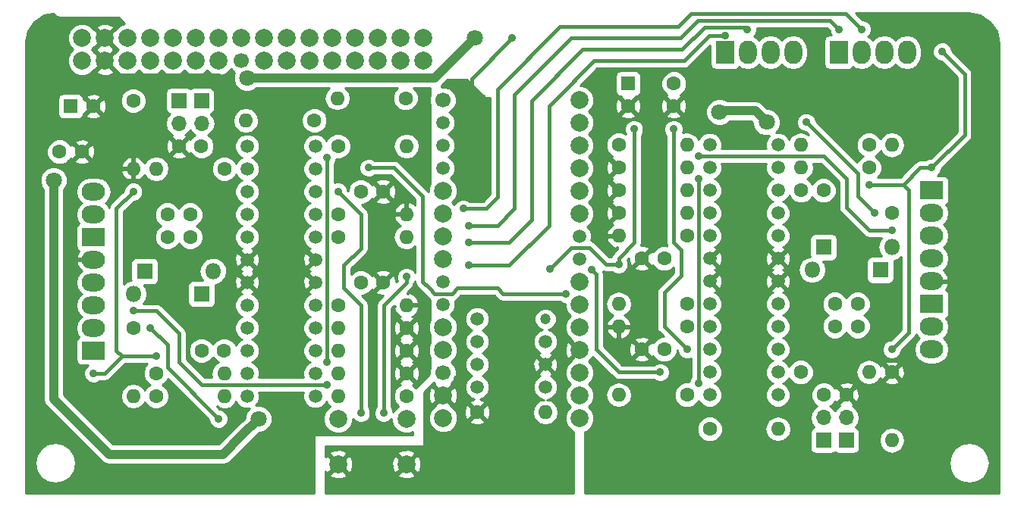
<source format=gbr>
G04 #@! TF.FileFunction,Copper,L1,Top,Signal*
%FSLAX46Y46*%
G04 Gerber Fmt 4.6, Leading zero omitted, Abs format (unit mm)*
G04 Created by KiCad (PCBNEW 4.0.7-e2-6376~58~ubuntu16.04.1) date Wed Feb  7 17:30:46 2018*
%MOMM*%
%LPD*%
G01*
G04 APERTURE LIST*
%ADD10C,0.100000*%
%ADD11C,2.000000*%
%ADD12C,1.600000*%
%ADD13R,1.600000X1.600000*%
%ADD14R,1.800000X1.800000*%
%ADD15O,1.800000X1.800000*%
%ADD16R,2.600000X2.000000*%
%ADD17O,2.600000X2.000000*%
%ADD18O,1.600000X1.600000*%
%ADD19R,1.700000X1.700000*%
%ADD20O,1.700000X1.700000*%
%ADD21C,1.500000*%
%ADD22C,1.700000*%
%ADD23C,1.200000*%
%ADD24R,2.000000X2.600000*%
%ADD25O,2.000000X2.600000*%
%ADD26C,0.889000*%
%ADD27C,1.800000*%
%ADD28C,0.400000*%
%ADD29C,1.000000*%
%ADD30C,0.254000*%
G04 APERTURE END LIST*
D10*
D11*
X74195000Y-93045000D03*
X66575000Y-93045000D03*
X66575000Y-98125000D03*
X74195000Y-98125000D03*
D12*
X124560000Y-80210000D03*
X124560000Y-82710000D03*
X47525000Y-72725000D03*
X47525000Y-70225000D03*
X122020000Y-80210000D03*
X122020000Y-82710000D03*
X50065000Y-72725000D03*
X50065000Y-70225000D03*
X123290000Y-90370000D03*
X120790000Y-90370000D03*
X48795000Y-62565000D03*
X51295000Y-62565000D03*
X102970000Y-75130000D03*
X100470000Y-75130000D03*
X69115000Y-77805000D03*
X71615000Y-77805000D03*
X120750000Y-67510000D03*
X118250000Y-67510000D03*
X51335000Y-85425000D03*
X53835000Y-85425000D03*
X102970000Y-85290000D03*
X100470000Y-85290000D03*
X69115000Y-67645000D03*
X71615000Y-67645000D03*
D13*
X36730000Y-58120000D03*
D12*
X39230000Y-58120000D03*
D14*
X127100000Y-76400000D03*
D15*
X119480000Y-76400000D03*
D14*
X44985000Y-76535000D03*
D15*
X52605000Y-76535000D03*
D14*
X120750000Y-73860000D03*
D15*
X128370000Y-73860000D03*
D14*
X51335000Y-79075000D03*
D15*
X43715000Y-79075000D03*
D16*
X132815000Y-67510000D03*
D17*
X132815000Y-70050000D03*
X132815000Y-72590000D03*
X132815000Y-75130000D03*
X132815000Y-77670000D03*
D16*
X39270000Y-85425000D03*
D17*
X39270000Y-82885000D03*
X39270000Y-80345000D03*
X39270000Y-77805000D03*
X39270000Y-75265000D03*
D16*
X132815000Y-80210000D03*
D17*
X132815000Y-82750000D03*
X132815000Y-85290000D03*
D16*
X39270000Y-72725000D03*
D17*
X39270000Y-70185000D03*
X39270000Y-67645000D03*
D12*
X105510000Y-80210000D03*
D18*
X97890000Y-80210000D03*
D12*
X66575000Y-72725000D03*
D18*
X74195000Y-72725000D03*
D12*
X118210000Y-87830000D03*
D18*
X125830000Y-87830000D03*
D12*
X53875000Y-65105000D03*
D18*
X46255000Y-65105000D03*
D12*
X128370000Y-87830000D03*
D18*
X128370000Y-95450000D03*
D12*
X43715000Y-57485000D03*
D18*
X43715000Y-65105000D03*
D12*
X105510000Y-90370000D03*
D18*
X97890000Y-90370000D03*
D12*
X66575000Y-62565000D03*
D18*
X74195000Y-62565000D03*
D12*
X97890000Y-62430000D03*
D18*
X105510000Y-62430000D03*
D12*
X74195000Y-90505000D03*
D18*
X66575000Y-90505000D03*
D12*
X125830000Y-64970000D03*
D18*
X118210000Y-64970000D03*
D12*
X46255000Y-87965000D03*
D18*
X53875000Y-87965000D03*
D12*
X125830000Y-62430000D03*
D18*
X118210000Y-62430000D03*
D12*
X46255000Y-90505000D03*
D18*
X53875000Y-90505000D03*
D12*
X108050000Y-94180000D03*
D18*
X115670000Y-94180000D03*
D12*
X63900000Y-59700000D03*
D18*
X56280000Y-59700000D03*
D12*
X105510000Y-72590000D03*
D18*
X97890000Y-72590000D03*
D12*
X66575000Y-80345000D03*
D18*
X74195000Y-80345000D03*
D12*
X128370000Y-70050000D03*
D18*
X128370000Y-62430000D03*
D12*
X43715000Y-82885000D03*
D18*
X43715000Y-90505000D03*
D12*
X105510000Y-82750000D03*
D18*
X97890000Y-82750000D03*
D12*
X66575000Y-70185000D03*
D18*
X74195000Y-70185000D03*
D12*
X97890000Y-70050000D03*
D18*
X105510000Y-70050000D03*
D12*
X74195000Y-82885000D03*
D18*
X66575000Y-82885000D03*
D12*
X97890000Y-67510000D03*
D18*
X105510000Y-67510000D03*
D12*
X74195000Y-85425000D03*
D18*
X66575000Y-85425000D03*
D12*
X97890000Y-64970000D03*
D18*
X105510000Y-64970000D03*
D12*
X74195000Y-87965000D03*
D18*
X66575000Y-87965000D03*
D13*
X98960000Y-55580000D03*
D12*
X98960000Y-58080000D03*
D19*
X120750000Y-95450000D03*
D20*
X120750000Y-92910000D03*
D19*
X123290000Y-95450000D03*
D20*
X123290000Y-92910000D03*
D19*
X51335000Y-57485000D03*
D20*
X51335000Y-60025000D03*
D19*
X48795000Y-57485000D03*
D20*
X48795000Y-60025000D03*
D21*
X64035000Y-90505000D03*
X64035000Y-87965000D03*
X64035000Y-85425000D03*
X64035000Y-82885000D03*
X56415000Y-82885000D03*
X56415000Y-85425000D03*
X56415000Y-87965000D03*
X56415000Y-90505000D03*
X64035000Y-80345000D03*
X64035000Y-77805000D03*
X64035000Y-75265000D03*
X64035000Y-72725000D03*
X64035000Y-70185000D03*
X64035000Y-67645000D03*
X64035000Y-62565000D03*
X64035000Y-65105000D03*
X56415000Y-62565000D03*
X56415000Y-65105000D03*
X56415000Y-67645000D03*
X56415000Y-70185000D03*
X56415000Y-72725000D03*
X56415000Y-75265000D03*
X56415000Y-77805000D03*
X56415000Y-80345000D03*
X108050000Y-62430000D03*
X108050000Y-64970000D03*
X108050000Y-67510000D03*
X108050000Y-70050000D03*
X115670000Y-70050000D03*
X115670000Y-67510000D03*
X115670000Y-64970000D03*
X115670000Y-62430000D03*
X108050000Y-72590000D03*
X108050000Y-75130000D03*
X108050000Y-77670000D03*
X108050000Y-80210000D03*
X108050000Y-82750000D03*
X108050000Y-85290000D03*
X108050000Y-90370000D03*
X108050000Y-87830000D03*
X115670000Y-90370000D03*
X115670000Y-87830000D03*
X115670000Y-85290000D03*
X115670000Y-82750000D03*
X115670000Y-80210000D03*
X115670000Y-77670000D03*
X115670000Y-75130000D03*
X115670000Y-72590000D03*
D11*
X93520000Y-92980000D03*
X93520000Y-90440000D03*
X93520000Y-87900000D03*
X93520000Y-85360000D03*
X93520000Y-82820000D03*
X93520000Y-80280000D03*
X93520000Y-77740000D03*
D21*
X93520000Y-75200000D03*
X93520000Y-72660000D03*
D11*
X93520000Y-70120000D03*
X93520000Y-67580000D03*
X93520000Y-65040000D03*
X93520000Y-62500000D03*
X93520000Y-59960000D03*
X93520000Y-57420000D03*
D22*
X78280000Y-57420000D03*
D21*
X78280000Y-59960000D03*
X78280000Y-62500000D03*
X78280000Y-65040000D03*
D11*
X78280000Y-67580000D03*
X78280000Y-70120000D03*
X78280000Y-72660000D03*
X78280000Y-75200000D03*
D21*
X78280000Y-77740000D03*
X78280000Y-80280000D03*
D11*
X78280000Y-82820000D03*
X78280000Y-85360000D03*
D22*
X78280000Y-87900000D03*
D11*
X78280000Y-90440000D03*
X78280000Y-92980000D03*
X38000000Y-50500000D03*
X38000000Y-53040000D03*
X40540000Y-50500000D03*
X40540000Y-53040000D03*
X43080000Y-50500000D03*
X43080000Y-53040000D03*
X45620000Y-50500000D03*
X45620000Y-53040000D03*
X48160000Y-50500000D03*
X48160000Y-53040000D03*
X50700000Y-50500000D03*
X50700000Y-53040000D03*
X53240000Y-50500000D03*
X53240000Y-53040000D03*
X55780000Y-50500000D03*
D22*
X55780000Y-53040000D03*
D11*
X58320000Y-50500000D03*
X58320000Y-53040000D03*
X60860000Y-50500000D03*
X60860000Y-53040000D03*
X63400000Y-50500000D03*
X63400000Y-53040000D03*
X65940000Y-50500000D03*
X65940000Y-53040000D03*
X68480000Y-50500000D03*
X68480000Y-53040000D03*
X71020000Y-50500000D03*
X71020000Y-53040000D03*
X73560000Y-50500000D03*
X73560000Y-53040000D03*
X76100000Y-50500000D03*
X76100000Y-53040000D03*
D12*
X104040000Y-55580000D03*
X104040000Y-58080000D03*
X35460000Y-63200000D03*
X37960000Y-63200000D03*
X82100000Y-92300000D03*
D18*
X89720000Y-92300000D03*
D21*
X89710000Y-89510000D03*
X89710000Y-86970000D03*
X89710000Y-84430000D03*
D23*
X89710000Y-81890000D03*
D21*
X82090000Y-81890000D03*
X82090000Y-84430000D03*
X82090000Y-86970000D03*
X82090000Y-89510000D03*
D12*
X74100000Y-57200000D03*
D18*
X66480000Y-57200000D03*
D24*
X109740000Y-52080000D03*
D25*
X112280000Y-52080000D03*
X114820000Y-52080000D03*
X117360000Y-52080000D03*
D24*
X122440000Y-52080000D03*
D25*
X124980000Y-52080000D03*
X127520000Y-52080000D03*
X130060000Y-52080000D03*
D26*
X94896000Y-76408000D03*
X102516000Y-87838000D03*
X70004000Y-64978000D03*
X91975000Y-79075000D03*
X118845000Y-59890000D03*
X126465000Y-70050000D03*
X106780000Y-63700000D03*
X128370000Y-71955000D03*
X45620000Y-82885000D03*
X53240000Y-93045000D03*
X43715000Y-80980000D03*
X65305000Y-89235000D03*
X106780000Y-89100000D03*
X106780000Y-66240000D03*
X65305000Y-86695000D03*
X65305000Y-63835000D03*
X104040000Y-60660000D03*
X105510000Y-85290000D03*
X69115000Y-92410000D03*
X66575000Y-67645000D03*
D27*
X109120000Y-58755000D03*
X114400000Y-59890000D03*
X56415000Y-54945000D03*
X81815000Y-50500000D03*
D26*
X132180000Y-90370000D03*
X125830000Y-90370000D03*
X116940000Y-76400000D03*
X127735000Y-79575000D03*
D27*
X34825000Y-66375000D03*
X57685000Y-93045000D03*
X41810000Y-55580000D03*
X61495000Y-70820000D03*
D26*
X55145000Y-76535000D03*
X44350000Y-73360000D03*
X46255000Y-62565000D03*
X39905000Y-62565000D03*
X134000000Y-52000000D03*
X99595000Y-60660000D03*
X90200000Y-76300000D03*
X43715000Y-67645000D03*
X46255000Y-86060000D03*
X39270000Y-87965000D03*
X74195000Y-77170000D03*
X71655000Y-92410000D03*
X97890000Y-75765000D03*
X132815000Y-64970000D03*
X125830000Y-66875000D03*
X128370000Y-85290000D03*
X81500000Y-65250000D03*
X86000000Y-50500000D03*
X79910000Y-88600000D03*
X81815000Y-79710000D03*
X122500000Y-49500000D03*
X81180000Y-71455000D03*
X125000000Y-49500000D03*
X80545000Y-69550000D03*
X112250000Y-49500000D03*
X81180000Y-73360000D03*
X109750000Y-50250000D03*
X81180000Y-75900000D03*
D28*
X95404000Y-76916000D02*
X94896000Y-76408000D01*
X95404000Y-85298000D02*
X95404000Y-76916000D01*
X97944000Y-87838000D02*
X95404000Y-85298000D01*
X102516000Y-87838000D02*
X97944000Y-87838000D01*
X72798000Y-64978000D02*
X76000000Y-68180000D01*
X83085000Y-78440000D02*
X84355000Y-78440000D01*
X84355000Y-78440000D02*
X84990000Y-79075000D01*
X89435000Y-79075000D02*
X91975000Y-79075000D01*
X84990000Y-79075000D02*
X89435000Y-79075000D01*
X79910000Y-78440000D02*
X79275000Y-79075000D01*
X76735000Y-78440000D02*
X77370000Y-79075000D01*
X77370000Y-79075000D02*
X79275000Y-79075000D01*
X70004000Y-64978000D02*
X72798000Y-64978000D01*
X79910000Y-78440000D02*
X83085000Y-78440000D01*
X76000000Y-77705000D02*
X76735000Y-78440000D01*
X76000000Y-68180000D02*
X76000000Y-77705000D01*
X124560000Y-65605000D02*
X118845000Y-59890000D01*
X124560000Y-68145000D02*
X124560000Y-65605000D01*
X126465000Y-70050000D02*
X124560000Y-68145000D01*
X120750000Y-63700000D02*
X106780000Y-63700000D01*
X123290000Y-66240000D02*
X120750000Y-63700000D01*
X123290000Y-69415000D02*
X123290000Y-66240000D01*
X125830000Y-71955000D02*
X123290000Y-69415000D01*
X128370000Y-71955000D02*
X125830000Y-71955000D01*
X45620000Y-82885000D02*
X47525000Y-84790000D01*
X47525000Y-84790000D02*
X47525000Y-87330000D01*
X47525000Y-87330000D02*
X53240000Y-93045000D01*
X43715000Y-80980000D02*
X46255000Y-80980000D01*
X46255000Y-80980000D02*
X48795000Y-83520000D01*
X48795000Y-83520000D02*
X48795000Y-86695000D01*
X48795000Y-86695000D02*
X51335000Y-89235000D01*
X51335000Y-89235000D02*
X65305000Y-89235000D01*
X106780000Y-66240000D02*
X106780000Y-89100000D01*
X65305000Y-86695000D02*
X65305000Y-63835000D01*
X104875000Y-74630000D02*
X104875000Y-74195000D01*
X104040000Y-73360000D02*
X104040000Y-60660000D01*
X104875000Y-74195000D02*
X104040000Y-73360000D01*
X105510000Y-85290000D02*
X102970000Y-82750000D01*
X102970000Y-82750000D02*
X102970000Y-78940000D01*
X102970000Y-78940000D02*
X104875000Y-77035000D01*
X104875000Y-77035000D02*
X104875000Y-74630000D01*
X104875000Y-74630000D02*
X104875000Y-74495000D01*
X69115000Y-80345000D02*
X69115000Y-92410000D01*
X67210000Y-78440000D02*
X69115000Y-80345000D01*
X67210000Y-75900000D02*
X67210000Y-78440000D01*
X69115000Y-73995000D02*
X67210000Y-75900000D01*
X69115000Y-70185000D02*
X69115000Y-73995000D01*
X66575000Y-67645000D02*
X69115000Y-70185000D01*
D29*
X109255000Y-58620000D02*
X109120000Y-58755000D01*
X114400000Y-59890000D02*
X113130000Y-58620000D01*
X113130000Y-58620000D02*
X109255000Y-58620000D01*
X79910000Y-52405000D02*
X81180000Y-51135000D01*
X56415000Y-54945000D02*
X76100000Y-54945000D01*
X76100000Y-54945000D02*
X76735000Y-54945000D01*
X76735000Y-54945000D02*
X77370000Y-54945000D01*
X77370000Y-54945000D02*
X78640000Y-53675000D01*
X78640000Y-53675000D02*
X79910000Y-52405000D01*
X81815000Y-50500000D02*
X81180000Y-51135000D01*
D28*
X132180000Y-90370000D02*
X132180000Y-89100000D01*
X132180000Y-89100000D02*
X129640000Y-86560000D01*
X125830000Y-90370000D02*
X132180000Y-90370000D01*
X126465000Y-80845000D02*
X127735000Y-79575000D01*
X126465000Y-85290000D02*
X126465000Y-80845000D01*
X127735000Y-86560000D02*
X126465000Y-85290000D01*
X129640000Y-86560000D02*
X127735000Y-86560000D01*
X127735000Y-79575000D02*
X126465000Y-78305000D01*
X126465000Y-78305000D02*
X118845000Y-78305000D01*
X118845000Y-78305000D02*
X116940000Y-76400000D01*
D29*
X34825000Y-89870000D02*
X34825000Y-90825000D01*
X34825000Y-89870000D02*
X34825000Y-67010000D01*
X34825000Y-67010000D02*
X34825000Y-66375000D01*
X57685000Y-93045000D02*
X55780000Y-94950000D01*
X53730000Y-97000000D02*
X55780000Y-94950000D01*
X41000000Y-97000000D02*
X53730000Y-97000000D01*
X34825000Y-90825000D02*
X41000000Y-97000000D01*
X60225000Y-58755000D02*
X61495000Y-60025000D01*
X41810000Y-55580000D02*
X42445000Y-54945000D01*
X42445000Y-54945000D02*
X52605000Y-54945000D01*
X52605000Y-54945000D02*
X53240000Y-54945000D01*
X53240000Y-54945000D02*
X55780000Y-57485000D01*
X55780000Y-57485000D02*
X57685000Y-57485000D01*
X57685000Y-57485000D02*
X58320000Y-57485000D01*
X58320000Y-57485000D02*
X58955000Y-57485000D01*
X58955000Y-57485000D02*
X60225000Y-58755000D01*
X61495000Y-60025000D02*
X61495000Y-70820000D01*
D28*
X53240000Y-74630000D02*
X55145000Y-76535000D01*
X45620000Y-74630000D02*
X53240000Y-74630000D01*
X44350000Y-73360000D02*
X45620000Y-74630000D01*
X46255000Y-62565000D02*
X39905000Y-62565000D01*
X39905000Y-63835000D02*
X42445000Y-66375000D01*
X42445000Y-66375000D02*
X44350000Y-66375000D01*
X44350000Y-66375000D02*
X45620000Y-67645000D01*
X45620000Y-67645000D02*
X45620000Y-72090000D01*
X45620000Y-72090000D02*
X44350000Y-73360000D01*
X39905000Y-62565000D02*
X39905000Y-63835000D01*
X132815000Y-64970000D02*
X136500000Y-61285000D01*
X136500000Y-54500000D02*
X134000000Y-52000000D01*
X136500000Y-61285000D02*
X136500000Y-54500000D01*
X97890000Y-75265000D02*
X97890000Y-75065000D01*
X99595000Y-73360000D02*
X99595000Y-60660000D01*
X97890000Y-75065000D02*
X99595000Y-73360000D01*
X96465000Y-75765000D02*
X97890000Y-75765000D01*
X92600000Y-73900000D02*
X90200000Y-76300000D01*
X94600000Y-73900000D02*
X92600000Y-73900000D01*
X96465000Y-75765000D02*
X94600000Y-73900000D01*
X41810000Y-85425000D02*
X42445000Y-86060000D01*
X41810000Y-69550000D02*
X41810000Y-85425000D01*
X43715000Y-67645000D02*
X41810000Y-69550000D01*
X42445000Y-86060000D02*
X46255000Y-86060000D01*
X40540000Y-87965000D02*
X42445000Y-86060000D01*
X39270000Y-87965000D02*
X40540000Y-87965000D01*
X74195000Y-77170000D02*
X74195000Y-77805000D01*
X74195000Y-77805000D02*
X71655000Y-80345000D01*
X71655000Y-80345000D02*
X71655000Y-92410000D01*
X130275000Y-67510000D02*
X129640000Y-66875000D01*
X97890000Y-75765000D02*
X97890000Y-75265000D01*
X97890000Y-75265000D02*
X97890000Y-75130000D01*
X132815000Y-64970000D02*
X131545000Y-64970000D01*
X131545000Y-64970000D02*
X129640000Y-66875000D01*
X129640000Y-66875000D02*
X125830000Y-66875000D01*
X130275000Y-83385000D02*
X130275000Y-67510000D01*
X128370000Y-85290000D02*
X130275000Y-83385000D01*
X81500000Y-55000000D02*
X81500000Y-65250000D01*
X86000000Y-50500000D02*
X81500000Y-55000000D01*
X80545000Y-80980000D02*
X80545000Y-87965000D01*
X80545000Y-87965000D02*
X79910000Y-88600000D01*
X81815000Y-79710000D02*
X81180000Y-80345000D01*
X81180000Y-80345000D02*
X80545000Y-80980000D01*
X102250000Y-50500000D02*
X104750000Y-50500000D01*
X121500000Y-48500000D02*
X122500000Y-49500000D01*
X106750000Y-48500000D02*
X121500000Y-48500000D01*
X104750000Y-50500000D02*
X106750000Y-48500000D01*
X86260000Y-56850000D02*
X92610000Y-50500000D01*
X92610000Y-50500000D02*
X102250000Y-50500000D01*
X102250000Y-50500000D02*
X102135000Y-50500000D01*
X86260000Y-69550000D02*
X86260000Y-61295000D01*
X84355000Y-71455000D02*
X86260000Y-69550000D01*
X81180000Y-71455000D02*
X84355000Y-71455000D01*
X86260000Y-61295000D02*
X86260000Y-56850000D01*
X102250000Y-49230000D02*
X104520000Y-49230000D01*
X123250000Y-47750000D02*
X125000000Y-49500000D01*
X106000000Y-47750000D02*
X123250000Y-47750000D01*
X104520000Y-49230000D02*
X106000000Y-47750000D01*
X91340000Y-49230000D02*
X102250000Y-49230000D01*
X102250000Y-49230000D02*
X102135000Y-49230000D01*
X84355000Y-56215000D02*
X91340000Y-49230000D01*
X84355000Y-68280000D02*
X84355000Y-56215000D01*
X83085000Y-69550000D02*
X84355000Y-68280000D01*
X80545000Y-69550000D02*
X83085000Y-69550000D01*
X102250000Y-51770000D02*
X104980000Y-51770000D01*
X112000000Y-49250000D02*
X112250000Y-49500000D01*
X107500000Y-49250000D02*
X112000000Y-49250000D01*
X104980000Y-51770000D02*
X107500000Y-49250000D01*
X88165000Y-57485000D02*
X93880000Y-51770000D01*
X93880000Y-51770000D02*
X95150000Y-51770000D01*
X88165000Y-68280000D02*
X88165000Y-58755000D01*
X81180000Y-73360000D02*
X85625000Y-73360000D01*
X85625000Y-73360000D02*
X88165000Y-70820000D01*
X88165000Y-70820000D02*
X88165000Y-68280000D01*
X102135000Y-51770000D02*
X102250000Y-51770000D01*
X102250000Y-51770000D02*
X95150000Y-51770000D01*
X88165000Y-58755000D02*
X88165000Y-57485000D01*
X102250000Y-53040000D02*
X105210000Y-53040000D01*
X108000000Y-50250000D02*
X109750000Y-50250000D01*
X105210000Y-53040000D02*
X108000000Y-50250000D01*
X90705000Y-57485000D02*
X90100000Y-58090000D01*
X95150000Y-53040000D02*
X102250000Y-53040000D01*
X102250000Y-53040000D02*
X102135000Y-53040000D01*
X90705000Y-57485000D02*
X95150000Y-53040000D01*
X84990000Y-75900000D02*
X85625000Y-75900000D01*
X84355000Y-75900000D02*
X84990000Y-75900000D01*
X81180000Y-75900000D02*
X84355000Y-75900000D01*
X90100000Y-71425000D02*
X85625000Y-75900000D01*
X90100000Y-58090000D02*
X90100000Y-71425000D01*
D30*
G36*
X35015632Y-47984368D02*
X35237862Y-48132857D01*
X35500000Y-48185000D01*
X42005394Y-48185000D01*
X42705897Y-48885503D01*
X42155057Y-49113106D01*
X41727438Y-49539978D01*
X41692532Y-49527073D01*
X40719605Y-50500000D01*
X41692532Y-51472927D01*
X41727938Y-51459836D01*
X42037759Y-51770199D01*
X41727438Y-52079978D01*
X41692532Y-52067073D01*
X40719605Y-53040000D01*
X41692532Y-54012927D01*
X41727938Y-53999836D01*
X42152637Y-54425278D01*
X42753352Y-54674716D01*
X43403795Y-54675284D01*
X44004943Y-54426894D01*
X44350199Y-54082241D01*
X44692637Y-54425278D01*
X45293352Y-54674716D01*
X45943795Y-54675284D01*
X46544943Y-54426894D01*
X46890199Y-54082241D01*
X47232637Y-54425278D01*
X47833352Y-54674716D01*
X48483795Y-54675284D01*
X49084943Y-54426894D01*
X49430199Y-54082241D01*
X49772637Y-54425278D01*
X50373352Y-54674716D01*
X51023795Y-54675284D01*
X51624943Y-54426894D01*
X51970199Y-54082241D01*
X52312637Y-54425278D01*
X52913352Y-54674716D01*
X53563795Y-54675284D01*
X54164943Y-54426894D01*
X54616358Y-53976268D01*
X54937717Y-54298188D01*
X55009184Y-54327864D01*
X54880267Y-54638330D01*
X54879735Y-55248991D01*
X55112932Y-55813371D01*
X55544357Y-56245551D01*
X56108330Y-56479733D01*
X56718991Y-56480265D01*
X57283371Y-56247068D01*
X57450731Y-56080000D01*
X65594784Y-56080000D01*
X65437189Y-56185302D01*
X65126120Y-56650849D01*
X65016887Y-57200000D01*
X65126120Y-57749151D01*
X65437189Y-58214698D01*
X65902736Y-58525767D01*
X66451887Y-58635000D01*
X66508113Y-58635000D01*
X67057264Y-58525767D01*
X67522811Y-58214698D01*
X67833880Y-57749151D01*
X67943113Y-57200000D01*
X67833880Y-56650849D01*
X67522811Y-56185302D01*
X67365216Y-56080000D01*
X73190787Y-56080000D01*
X72884176Y-56386077D01*
X72665250Y-56913309D01*
X72664752Y-57484187D01*
X72882757Y-58011800D01*
X73286077Y-58415824D01*
X73813309Y-58634750D01*
X74384187Y-58635248D01*
X74911800Y-58417243D01*
X75315824Y-58013923D01*
X75534750Y-57486691D01*
X75535248Y-56915813D01*
X75317243Y-56388200D01*
X75009580Y-56080000D01*
X76873000Y-56080000D01*
X76873000Y-56936096D01*
X76795258Y-57123319D01*
X76794743Y-57714089D01*
X76873000Y-57903486D01*
X76873000Y-66704950D01*
X76645284Y-67253352D01*
X76644919Y-67671109D01*
X76590434Y-67589566D01*
X73388434Y-64387566D01*
X73355730Y-64365714D01*
X73117541Y-64206561D01*
X72798000Y-64143000D01*
X70695769Y-64143000D01*
X70616286Y-64063378D01*
X70219668Y-63898687D01*
X69790216Y-63898313D01*
X69393311Y-64062311D01*
X69089378Y-64365714D01*
X68924687Y-64762332D01*
X68924313Y-65191784D01*
X69088311Y-65588689D01*
X69391714Y-65892622D01*
X69788332Y-66057313D01*
X70217784Y-66057687D01*
X70614689Y-65893689D01*
X70695519Y-65813000D01*
X72452132Y-65813000D01*
X75165000Y-68525868D01*
X75165000Y-69159412D01*
X75050134Y-69032611D01*
X74544041Y-68793086D01*
X74322000Y-68914371D01*
X74322000Y-70058000D01*
X74342000Y-70058000D01*
X74342000Y-70312000D01*
X74322000Y-70312000D01*
X74322000Y-70332000D01*
X74068000Y-70332000D01*
X74068000Y-70312000D01*
X72925085Y-70312000D01*
X72803096Y-70534039D01*
X72963959Y-70922423D01*
X73339866Y-71337389D01*
X73556703Y-71440014D01*
X73152189Y-71710302D01*
X72841120Y-72175849D01*
X72731887Y-72725000D01*
X72841120Y-73274151D01*
X73152189Y-73739698D01*
X73617736Y-74050767D01*
X74166887Y-74160000D01*
X74223113Y-74160000D01*
X74772264Y-74050767D01*
X75165000Y-73788349D01*
X75165000Y-76690754D01*
X75110689Y-76559311D01*
X74807286Y-76255378D01*
X74410668Y-76090687D01*
X73981216Y-76090313D01*
X73584311Y-76254311D01*
X73280378Y-76557714D01*
X73115687Y-76954332D01*
X73115313Y-77383784D01*
X73208886Y-77610246D01*
X73049923Y-77769209D01*
X73034778Y-77451546D01*
X72868864Y-77050995D01*
X72622745Y-76976861D01*
X71794605Y-77805000D01*
X71808748Y-77819142D01*
X71629142Y-77998748D01*
X71615000Y-77984605D01*
X70786861Y-78812745D01*
X70860995Y-79058864D01*
X71398223Y-79251965D01*
X71575625Y-79243507D01*
X71064566Y-79754566D01*
X70883561Y-80025459D01*
X70820000Y-80345000D01*
X70820000Y-91718231D01*
X70740378Y-91797714D01*
X70575687Y-92194332D01*
X70575313Y-92623784D01*
X70739311Y-93020689D01*
X71042714Y-93324622D01*
X71439332Y-93489313D01*
X71868784Y-93489687D01*
X72265689Y-93325689D01*
X72560010Y-93031881D01*
X72559716Y-93368795D01*
X72808106Y-93969943D01*
X73267637Y-94430278D01*
X73868352Y-94679716D01*
X74518795Y-94680284D01*
X74873000Y-94533929D01*
X74873000Y-94873000D01*
X64000000Y-94873000D01*
X63950590Y-94883006D01*
X63908965Y-94911447D01*
X63881685Y-94953841D01*
X63873000Y-95000000D01*
X63873000Y-101315000D01*
X31685000Y-101315000D01*
X31685000Y-98000000D01*
X32715000Y-98000000D01*
X32888935Y-98874432D01*
X33384261Y-99615739D01*
X34125568Y-100111065D01*
X35000000Y-100285000D01*
X35874432Y-100111065D01*
X36615739Y-99615739D01*
X37111065Y-98874432D01*
X37285000Y-98000000D01*
X37111065Y-97125568D01*
X36615739Y-96384261D01*
X35874432Y-95888935D01*
X35000000Y-95715000D01*
X34125568Y-95888935D01*
X33384261Y-96384261D01*
X32888935Y-97125568D01*
X32715000Y-98000000D01*
X31685000Y-98000000D01*
X31685000Y-66678991D01*
X33289735Y-66678991D01*
X33522932Y-67243371D01*
X33690000Y-67410731D01*
X33690000Y-90825000D01*
X33776397Y-91259346D01*
X33999409Y-91593106D01*
X34022434Y-91627566D01*
X40197434Y-97802566D01*
X40565654Y-98048603D01*
X41000000Y-98135000D01*
X53730000Y-98135000D01*
X54164346Y-98048603D01*
X54532566Y-97802566D01*
X57755071Y-94580061D01*
X57988991Y-94580265D01*
X58553371Y-94347068D01*
X58985551Y-93915643D01*
X59219733Y-93351670D01*
X59220265Y-92741009D01*
X58987068Y-92176629D01*
X58555643Y-91744449D01*
X57991670Y-91510267D01*
X57381009Y-91509735D01*
X57360361Y-91518266D01*
X57588461Y-91290564D01*
X57799759Y-90781702D01*
X57800240Y-90230715D01*
X57733834Y-90070000D01*
X62715972Y-90070000D01*
X62650241Y-90228298D01*
X62649760Y-90779285D01*
X62860169Y-91288515D01*
X63249436Y-91678461D01*
X63758298Y-91889759D01*
X64309285Y-91890240D01*
X64818515Y-91679831D01*
X65208461Y-91290564D01*
X65273856Y-91133076D01*
X65532189Y-91519698D01*
X65705219Y-91635313D01*
X65650057Y-91658106D01*
X65189722Y-92117637D01*
X64940284Y-92718352D01*
X64939716Y-93368795D01*
X65188106Y-93969943D01*
X65647637Y-94430278D01*
X66248352Y-94679716D01*
X66898795Y-94680284D01*
X67499943Y-94431894D01*
X67960278Y-93972363D01*
X68209716Y-93371648D01*
X68210013Y-93031410D01*
X68502714Y-93324622D01*
X68899332Y-93489313D01*
X69328784Y-93489687D01*
X69725689Y-93325689D01*
X70029622Y-93022286D01*
X70194313Y-92625668D01*
X70194687Y-92196216D01*
X70030689Y-91799311D01*
X69950000Y-91718481D01*
X69950000Y-80345000D01*
X69886439Y-80025459D01*
X69705434Y-79754566D01*
X69190934Y-79240066D01*
X69399187Y-79240248D01*
X69926800Y-79022243D01*
X70330824Y-78618923D01*
X70358423Y-78552456D01*
X70361136Y-78559005D01*
X70607255Y-78633139D01*
X71435395Y-77805000D01*
X70607255Y-76976861D01*
X70361136Y-77050995D01*
X70358804Y-77057483D01*
X70332243Y-76993200D01*
X70136640Y-76797255D01*
X70786861Y-76797255D01*
X71615000Y-77625395D01*
X72443139Y-76797255D01*
X72369005Y-76551136D01*
X71831777Y-76358035D01*
X71261546Y-76385222D01*
X70860995Y-76551136D01*
X70786861Y-76797255D01*
X70136640Y-76797255D01*
X69928923Y-76589176D01*
X69401691Y-76370250D01*
X68830813Y-76369752D01*
X68303200Y-76587757D01*
X68045000Y-76845507D01*
X68045000Y-76245868D01*
X69705434Y-74585434D01*
X69847752Y-74372440D01*
X69886439Y-74314541D01*
X69950000Y-73995000D01*
X69950000Y-70185000D01*
X69886439Y-69865459D01*
X69866730Y-69835961D01*
X72803096Y-69835961D01*
X72925085Y-70058000D01*
X74068000Y-70058000D01*
X74068000Y-68914371D01*
X73845959Y-68793086D01*
X73339866Y-69032611D01*
X72963959Y-69447577D01*
X72803096Y-69835961D01*
X69866730Y-69835961D01*
X69705434Y-69594566D01*
X69190934Y-69080066D01*
X69399187Y-69080248D01*
X69926800Y-68862243D01*
X70136663Y-68652745D01*
X70786861Y-68652745D01*
X70860995Y-68898864D01*
X71398223Y-69091965D01*
X71968454Y-69064778D01*
X72369005Y-68898864D01*
X72443139Y-68652745D01*
X71615000Y-67824605D01*
X70786861Y-68652745D01*
X70136663Y-68652745D01*
X70330824Y-68458923D01*
X70358423Y-68392456D01*
X70361136Y-68399005D01*
X70607255Y-68473139D01*
X71435395Y-67645000D01*
X71794605Y-67645000D01*
X72622745Y-68473139D01*
X72868864Y-68399005D01*
X73061965Y-67861777D01*
X73034778Y-67291546D01*
X72868864Y-66890995D01*
X72622745Y-66816861D01*
X71794605Y-67645000D01*
X71435395Y-67645000D01*
X70607255Y-66816861D01*
X70361136Y-66890995D01*
X70358804Y-66897483D01*
X70332243Y-66833200D01*
X70136640Y-66637255D01*
X70786861Y-66637255D01*
X71615000Y-67465395D01*
X72443139Y-66637255D01*
X72369005Y-66391136D01*
X71831777Y-66198035D01*
X71261546Y-66225222D01*
X70860995Y-66391136D01*
X70786861Y-66637255D01*
X70136640Y-66637255D01*
X69928923Y-66429176D01*
X69401691Y-66210250D01*
X68830813Y-66209752D01*
X68303200Y-66427757D01*
X67899176Y-66831077D01*
X67680250Y-67358309D01*
X67680066Y-67569198D01*
X67654589Y-67543721D01*
X67654687Y-67431216D01*
X67490689Y-67034311D01*
X67187286Y-66730378D01*
X66790668Y-66565687D01*
X66361216Y-66565313D01*
X66140000Y-66656718D01*
X66140000Y-64526769D01*
X66219622Y-64447286D01*
X66384313Y-64050668D01*
X66384357Y-63999834D01*
X66859187Y-64000248D01*
X67386800Y-63782243D01*
X67790824Y-63378923D01*
X68009750Y-62851691D01*
X68010000Y-62565000D01*
X72731887Y-62565000D01*
X72841120Y-63114151D01*
X73152189Y-63579698D01*
X73617736Y-63890767D01*
X74166887Y-64000000D01*
X74223113Y-64000000D01*
X74772264Y-63890767D01*
X75237811Y-63579698D01*
X75548880Y-63114151D01*
X75658113Y-62565000D01*
X75548880Y-62015849D01*
X75237811Y-61550302D01*
X74772264Y-61239233D01*
X74223113Y-61130000D01*
X74166887Y-61130000D01*
X73617736Y-61239233D01*
X73152189Y-61550302D01*
X72841120Y-62015849D01*
X72731887Y-62565000D01*
X68010000Y-62565000D01*
X68010248Y-62280813D01*
X67792243Y-61753200D01*
X67388923Y-61349176D01*
X66861691Y-61130250D01*
X66290813Y-61129752D01*
X65763200Y-61347757D01*
X65359176Y-61751077D01*
X65278021Y-61946519D01*
X65209831Y-61781485D01*
X64820564Y-61391539D01*
X64311702Y-61180241D01*
X63760715Y-61179760D01*
X63251485Y-61390169D01*
X62861539Y-61779436D01*
X62650241Y-62288298D01*
X62649760Y-62839285D01*
X62860169Y-63348515D01*
X63249436Y-63738461D01*
X63481870Y-63834976D01*
X63251485Y-63930169D01*
X62861539Y-64319436D01*
X62650241Y-64828298D01*
X62649760Y-65379285D01*
X62860169Y-65888515D01*
X63249436Y-66278461D01*
X63481870Y-66374976D01*
X63251485Y-66470169D01*
X62861539Y-66859436D01*
X62650241Y-67368298D01*
X62649760Y-67919285D01*
X62860169Y-68428515D01*
X63249436Y-68818461D01*
X63481870Y-68914976D01*
X63251485Y-69010169D01*
X62861539Y-69399436D01*
X62650241Y-69908298D01*
X62649760Y-70459285D01*
X62860169Y-70968515D01*
X63249436Y-71358461D01*
X63481870Y-71454976D01*
X63251485Y-71550169D01*
X62861539Y-71939436D01*
X62650241Y-72448298D01*
X62649760Y-72999285D01*
X62860169Y-73508515D01*
X63249436Y-73898461D01*
X63465979Y-73988377D01*
X63311077Y-74052540D01*
X63243088Y-74293483D01*
X64035000Y-75085395D01*
X64049143Y-75071253D01*
X64228748Y-75250858D01*
X64214605Y-75265000D01*
X64228748Y-75279143D01*
X64049143Y-75458748D01*
X64035000Y-75444605D01*
X63243088Y-76236517D01*
X63311077Y-76477460D01*
X63460511Y-76530642D01*
X63311077Y-76592540D01*
X63243088Y-76833483D01*
X64035000Y-77625395D01*
X64049143Y-77611253D01*
X64228748Y-77790858D01*
X64214605Y-77805000D01*
X64228748Y-77819143D01*
X64049143Y-77998748D01*
X64035000Y-77984605D01*
X63243088Y-78776517D01*
X63311077Y-79017460D01*
X63477621Y-79076732D01*
X63251485Y-79170169D01*
X62861539Y-79559436D01*
X62650241Y-80068298D01*
X62649760Y-80619285D01*
X62860169Y-81128515D01*
X63249436Y-81518461D01*
X63481870Y-81614976D01*
X63251485Y-81710169D01*
X62861539Y-82099436D01*
X62650241Y-82608298D01*
X62649760Y-83159285D01*
X62860169Y-83668515D01*
X63249436Y-84058461D01*
X63481870Y-84154976D01*
X63251485Y-84250169D01*
X62861539Y-84639436D01*
X62650241Y-85148298D01*
X62649760Y-85699285D01*
X62860169Y-86208515D01*
X63249436Y-86598461D01*
X63481870Y-86694976D01*
X63251485Y-86790169D01*
X62861539Y-87179436D01*
X62650241Y-87688298D01*
X62649760Y-88239285D01*
X62716166Y-88400000D01*
X57734028Y-88400000D01*
X57799759Y-88241702D01*
X57800240Y-87690715D01*
X57589831Y-87181485D01*
X57200564Y-86791539D01*
X56968130Y-86695024D01*
X57198515Y-86599831D01*
X57588461Y-86210564D01*
X57799759Y-85701702D01*
X57800240Y-85150715D01*
X57589831Y-84641485D01*
X57200564Y-84251539D01*
X56968130Y-84155024D01*
X57198515Y-84059831D01*
X57588461Y-83670564D01*
X57799759Y-83161702D01*
X57800240Y-82610715D01*
X57589831Y-82101485D01*
X57200564Y-81711539D01*
X56968130Y-81615024D01*
X57198515Y-81519831D01*
X57588461Y-81130564D01*
X57799759Y-80621702D01*
X57800240Y-80070715D01*
X57589831Y-79561485D01*
X57200564Y-79171539D01*
X56984021Y-79081623D01*
X57138923Y-79017460D01*
X57206912Y-78776517D01*
X56415000Y-77984605D01*
X55623088Y-78776517D01*
X55691077Y-79017460D01*
X55857621Y-79076732D01*
X55631485Y-79170169D01*
X55241539Y-79559436D01*
X55030241Y-80068298D01*
X55029760Y-80619285D01*
X55240169Y-81128515D01*
X55629436Y-81518461D01*
X55861870Y-81614976D01*
X55631485Y-81710169D01*
X55241539Y-82099436D01*
X55030241Y-82608298D01*
X55029760Y-83159285D01*
X55240169Y-83668515D01*
X55629436Y-84058461D01*
X55861870Y-84154976D01*
X55631485Y-84250169D01*
X55241539Y-84639436D01*
X55152091Y-84854851D01*
X55052243Y-84613200D01*
X54648923Y-84209176D01*
X54121691Y-83990250D01*
X53550813Y-83989752D01*
X53023200Y-84207757D01*
X52619176Y-84611077D01*
X52585187Y-84692931D01*
X52552243Y-84613200D01*
X52148923Y-84209176D01*
X51621691Y-83990250D01*
X51050813Y-83989752D01*
X50523200Y-84207757D01*
X50119176Y-84611077D01*
X49900250Y-85138309D01*
X49899752Y-85709187D01*
X50117757Y-86236800D01*
X50521077Y-86640824D01*
X51048309Y-86859750D01*
X51619187Y-86860248D01*
X52146800Y-86642243D01*
X52550824Y-86238923D01*
X52584813Y-86157069D01*
X52617757Y-86236800D01*
X53021077Y-86640824D01*
X53190234Y-86711064D01*
X52832189Y-86950302D01*
X52521120Y-87415849D01*
X52411887Y-87965000D01*
X52498414Y-88400000D01*
X51680868Y-88400000D01*
X49630000Y-86349132D01*
X49630000Y-83520000D01*
X49566439Y-83200459D01*
X49385434Y-82929566D01*
X46845434Y-80389566D01*
X46778736Y-80345000D01*
X46574541Y-80208561D01*
X46255000Y-80145000D01*
X44840777Y-80145000D01*
X45163227Y-79662419D01*
X45280072Y-79075000D01*
X45163227Y-78487581D01*
X44954368Y-78175000D01*
X49787560Y-78175000D01*
X49787560Y-79975000D01*
X49831838Y-80210317D01*
X49970910Y-80426441D01*
X50183110Y-80571431D01*
X50435000Y-80622440D01*
X52235000Y-80622440D01*
X52470317Y-80578162D01*
X52686441Y-80439090D01*
X52831431Y-80226890D01*
X52882440Y-79975000D01*
X52882440Y-78175000D01*
X52854471Y-78026359D01*
X53222491Y-77953155D01*
X53720481Y-77620409D01*
X53734003Y-77600171D01*
X55017799Y-77600171D01*
X55045770Y-78150448D01*
X55202540Y-78528923D01*
X55443483Y-78596912D01*
X56235395Y-77805000D01*
X56594605Y-77805000D01*
X57386517Y-78596912D01*
X57627460Y-78528923D01*
X57812201Y-78009829D01*
X57791378Y-77600171D01*
X62637799Y-77600171D01*
X62665770Y-78150448D01*
X62822540Y-78528923D01*
X63063483Y-78596912D01*
X63855395Y-77805000D01*
X63063483Y-77013088D01*
X62822540Y-77081077D01*
X62637799Y-77600171D01*
X57791378Y-77600171D01*
X57784230Y-77459552D01*
X57627460Y-77081077D01*
X57386517Y-77013088D01*
X56594605Y-77805000D01*
X56235395Y-77805000D01*
X55443483Y-77013088D01*
X55202540Y-77081077D01*
X55017799Y-77600171D01*
X53734003Y-77600171D01*
X54053227Y-77122419D01*
X54170072Y-76535000D01*
X54110700Y-76236517D01*
X55623088Y-76236517D01*
X55691077Y-76477460D01*
X55840511Y-76530642D01*
X55691077Y-76592540D01*
X55623088Y-76833483D01*
X56415000Y-77625395D01*
X57206912Y-76833483D01*
X57138923Y-76592540D01*
X56989489Y-76539358D01*
X57138923Y-76477460D01*
X57206912Y-76236517D01*
X56415000Y-75444605D01*
X55623088Y-76236517D01*
X54110700Y-76236517D01*
X54053227Y-75947581D01*
X53720481Y-75449591D01*
X53222491Y-75116845D01*
X52937572Y-75060171D01*
X55017799Y-75060171D01*
X55045770Y-75610448D01*
X55202540Y-75988923D01*
X55443483Y-76056912D01*
X56235395Y-75265000D01*
X56594605Y-75265000D01*
X57386517Y-76056912D01*
X57627460Y-75988923D01*
X57812201Y-75469829D01*
X57791378Y-75060171D01*
X62637799Y-75060171D01*
X62665770Y-75610448D01*
X62822540Y-75988923D01*
X63063483Y-76056912D01*
X63855395Y-75265000D01*
X63063483Y-74473088D01*
X62822540Y-74541077D01*
X62637799Y-75060171D01*
X57791378Y-75060171D01*
X57784230Y-74919552D01*
X57627460Y-74541077D01*
X57386517Y-74473088D01*
X56594605Y-75265000D01*
X56235395Y-75265000D01*
X55443483Y-74473088D01*
X55202540Y-74541077D01*
X55017799Y-75060171D01*
X52937572Y-75060171D01*
X52635072Y-75000000D01*
X52574928Y-75000000D01*
X51987509Y-75116845D01*
X51489519Y-75449591D01*
X51156773Y-75947581D01*
X51039928Y-76535000D01*
X51156773Y-77122419D01*
X51427479Y-77527560D01*
X50435000Y-77527560D01*
X50199683Y-77571838D01*
X49983559Y-77710910D01*
X49838569Y-77923110D01*
X49787560Y-78175000D01*
X44954368Y-78175000D01*
X44892521Y-78082440D01*
X45885000Y-78082440D01*
X46120317Y-78038162D01*
X46336441Y-77899090D01*
X46481431Y-77686890D01*
X46532440Y-77435000D01*
X46532440Y-75635000D01*
X46488162Y-75399683D01*
X46349090Y-75183559D01*
X46136890Y-75038569D01*
X45885000Y-74987560D01*
X44085000Y-74987560D01*
X43849683Y-75031838D01*
X43633559Y-75170910D01*
X43488569Y-75383110D01*
X43437560Y-75635000D01*
X43437560Y-77435000D01*
X43465529Y-77583641D01*
X43097509Y-77656845D01*
X42645000Y-77959202D01*
X42645000Y-70509187D01*
X46089752Y-70509187D01*
X46307757Y-71036800D01*
X46711077Y-71440824D01*
X46792931Y-71474813D01*
X46713200Y-71507757D01*
X46309176Y-71911077D01*
X46090250Y-72438309D01*
X46089752Y-73009187D01*
X46307757Y-73536800D01*
X46711077Y-73940824D01*
X47238309Y-74159750D01*
X47809187Y-74160248D01*
X48336800Y-73942243D01*
X48740824Y-73538923D01*
X48794862Y-73408785D01*
X48847757Y-73536800D01*
X49251077Y-73940824D01*
X49778309Y-74159750D01*
X50349187Y-74160248D01*
X50876800Y-73942243D01*
X51280824Y-73538923D01*
X51499750Y-73011691D01*
X51500248Y-72440813D01*
X51282243Y-71913200D01*
X50878923Y-71509176D01*
X50797069Y-71475187D01*
X50876800Y-71442243D01*
X51280824Y-71038923D01*
X51499750Y-70511691D01*
X51500248Y-69940813D01*
X51282243Y-69413200D01*
X50878923Y-69009176D01*
X50351691Y-68790250D01*
X49780813Y-68789752D01*
X49253200Y-69007757D01*
X48849176Y-69411077D01*
X48795138Y-69541215D01*
X48742243Y-69413200D01*
X48338923Y-69009176D01*
X47811691Y-68790250D01*
X47240813Y-68789752D01*
X46713200Y-69007757D01*
X46309176Y-69411077D01*
X46090250Y-69938309D01*
X46089752Y-70509187D01*
X42645000Y-70509187D01*
X42645000Y-69895868D01*
X43816279Y-68724589D01*
X43928784Y-68724687D01*
X44325689Y-68560689D01*
X44629622Y-68257286D01*
X44794313Y-67860668D01*
X44794687Y-67431216D01*
X44630689Y-67034311D01*
X44327286Y-66730378D01*
X43930668Y-66565687D01*
X43501216Y-66565313D01*
X43104311Y-66729311D01*
X42800378Y-67032714D01*
X42635687Y-67429332D01*
X42635588Y-67543544D01*
X41219566Y-68959566D01*
X41038561Y-69230459D01*
X41006481Y-69391736D01*
X40764029Y-69028880D01*
X40593595Y-68915000D01*
X40764029Y-68801120D01*
X41118452Y-68270687D01*
X41242909Y-67645000D01*
X41118452Y-67019313D01*
X40764029Y-66488880D01*
X40233596Y-66134457D01*
X39607909Y-66010000D01*
X38932091Y-66010000D01*
X38306404Y-66134457D01*
X37775971Y-66488880D01*
X37421548Y-67019313D01*
X37297091Y-67645000D01*
X37421548Y-68270687D01*
X37775971Y-68801120D01*
X37946405Y-68915000D01*
X37775971Y-69028880D01*
X37421548Y-69559313D01*
X37297091Y-70185000D01*
X37421548Y-70810687D01*
X37661093Y-71169192D01*
X37518559Y-71260910D01*
X37373569Y-71473110D01*
X37322560Y-71725000D01*
X37322560Y-73725000D01*
X37366838Y-73960317D01*
X37505910Y-74176441D01*
X37672620Y-74290349D01*
X37410856Y-74756645D01*
X37379876Y-74884566D01*
X37499223Y-75138000D01*
X39143000Y-75138000D01*
X39143000Y-75118000D01*
X39397000Y-75118000D01*
X39397000Y-75138000D01*
X39417000Y-75138000D01*
X39417000Y-75392000D01*
X39397000Y-75392000D01*
X39397000Y-75412000D01*
X39143000Y-75412000D01*
X39143000Y-75392000D01*
X37499223Y-75392000D01*
X37379876Y-75645434D01*
X37410856Y-75773355D01*
X37724078Y-76331317D01*
X37966188Y-76521781D01*
X37775971Y-76648880D01*
X37421548Y-77179313D01*
X37297091Y-77805000D01*
X37421548Y-78430687D01*
X37775971Y-78961120D01*
X37946405Y-79075000D01*
X37775971Y-79188880D01*
X37421548Y-79719313D01*
X37297091Y-80345000D01*
X37421548Y-80970687D01*
X37775971Y-81501120D01*
X37946405Y-81615000D01*
X37775971Y-81728880D01*
X37421548Y-82259313D01*
X37297091Y-82885000D01*
X37421548Y-83510687D01*
X37661093Y-83869192D01*
X37518559Y-83960910D01*
X37373569Y-84173110D01*
X37322560Y-84425000D01*
X37322560Y-86425000D01*
X37366838Y-86660317D01*
X37505910Y-86876441D01*
X37718110Y-87021431D01*
X37970000Y-87072440D01*
X38636142Y-87072440D01*
X38355378Y-87352714D01*
X38190687Y-87749332D01*
X38190313Y-88178784D01*
X38354311Y-88575689D01*
X38657714Y-88879622D01*
X39054332Y-89044313D01*
X39483784Y-89044687D01*
X39880689Y-88880689D01*
X39961519Y-88800000D01*
X40540000Y-88800000D01*
X40859541Y-88736439D01*
X41130434Y-88555434D01*
X42790868Y-86895000D01*
X45295700Y-86895000D01*
X45039176Y-87151077D01*
X44820250Y-87678309D01*
X44819752Y-88249187D01*
X45037757Y-88776800D01*
X45441077Y-89180824D01*
X45571215Y-89234862D01*
X45443200Y-89287757D01*
X45039176Y-89691077D01*
X44979180Y-89835564D01*
X44729698Y-89462189D01*
X44264151Y-89151120D01*
X43715000Y-89041887D01*
X43165849Y-89151120D01*
X42700302Y-89462189D01*
X42389233Y-89927736D01*
X42280000Y-90476887D01*
X42280000Y-90533113D01*
X42389233Y-91082264D01*
X42700302Y-91547811D01*
X43165849Y-91858880D01*
X43715000Y-91968113D01*
X44264151Y-91858880D01*
X44729698Y-91547811D01*
X44979027Y-91174664D01*
X45037757Y-91316800D01*
X45441077Y-91720824D01*
X45968309Y-91939750D01*
X46539187Y-91940248D01*
X47066800Y-91722243D01*
X47470824Y-91318923D01*
X47689750Y-90791691D01*
X47690248Y-90220813D01*
X47472243Y-89693200D01*
X47068923Y-89289176D01*
X46938785Y-89235138D01*
X47066800Y-89182243D01*
X47470824Y-88778923D01*
X47565368Y-88551236D01*
X52160411Y-93146280D01*
X52160313Y-93258784D01*
X52324311Y-93655689D01*
X52627714Y-93959622D01*
X53024332Y-94124313D01*
X53453784Y-94124687D01*
X53850689Y-93960689D01*
X54154622Y-93657286D01*
X54319313Y-93260668D01*
X54319687Y-92831216D01*
X54155689Y-92434311D01*
X53852286Y-92130378D01*
X53455668Y-91965687D01*
X53341456Y-91965588D01*
X53023189Y-91647321D01*
X53297736Y-91830767D01*
X53846887Y-91940000D01*
X53903113Y-91940000D01*
X54452264Y-91830767D01*
X54917811Y-91519698D01*
X55176020Y-91133262D01*
X55240169Y-91288515D01*
X55629436Y-91678461D01*
X56138298Y-91889759D01*
X56669081Y-91890222D01*
X56384449Y-92174357D01*
X56150267Y-92738330D01*
X56150061Y-92974807D01*
X53259868Y-95865000D01*
X41470132Y-95865000D01*
X35960000Y-90354868D01*
X35960000Y-67410905D01*
X36125551Y-67245643D01*
X36359733Y-66681670D01*
X36360265Y-66071009D01*
X36127068Y-65506629D01*
X36074572Y-65454041D01*
X42323086Y-65454041D01*
X42562611Y-65960134D01*
X42977577Y-66336041D01*
X43365961Y-66496904D01*
X43588000Y-66374915D01*
X43588000Y-65232000D01*
X42444371Y-65232000D01*
X42323086Y-65454041D01*
X36074572Y-65454041D01*
X35695643Y-65074449D01*
X35131670Y-64840267D01*
X34521009Y-64839735D01*
X33956629Y-65072932D01*
X33524449Y-65504357D01*
X33290267Y-66068330D01*
X33289735Y-66678991D01*
X31685000Y-66678991D01*
X31685000Y-64755959D01*
X42323086Y-64755959D01*
X42444371Y-64978000D01*
X43588000Y-64978000D01*
X43588000Y-63835085D01*
X43842000Y-63835085D01*
X43842000Y-64978000D01*
X43862000Y-64978000D01*
X43862000Y-65232000D01*
X43842000Y-65232000D01*
X43842000Y-66374915D01*
X44064039Y-66496904D01*
X44452423Y-66336041D01*
X44867389Y-65960134D01*
X44966146Y-65751470D01*
X45212189Y-66119698D01*
X45677736Y-66430767D01*
X46226887Y-66540000D01*
X46283113Y-66540000D01*
X46832264Y-66430767D01*
X47297811Y-66119698D01*
X47608880Y-65654151D01*
X47661584Y-65389187D01*
X52439752Y-65389187D01*
X52657757Y-65916800D01*
X53061077Y-66320824D01*
X53588309Y-66539750D01*
X54159187Y-66540248D01*
X54686800Y-66322243D01*
X55090824Y-65918923D01*
X55171979Y-65723481D01*
X55240169Y-65888515D01*
X55629436Y-66278461D01*
X55861870Y-66374976D01*
X55631485Y-66470169D01*
X55241539Y-66859436D01*
X55030241Y-67368298D01*
X55029760Y-67919285D01*
X55240169Y-68428515D01*
X55629436Y-68818461D01*
X55861870Y-68914976D01*
X55631485Y-69010169D01*
X55241539Y-69399436D01*
X55030241Y-69908298D01*
X55029760Y-70459285D01*
X55240169Y-70968515D01*
X55629436Y-71358461D01*
X55861870Y-71454976D01*
X55631485Y-71550169D01*
X55241539Y-71939436D01*
X55030241Y-72448298D01*
X55029760Y-72999285D01*
X55240169Y-73508515D01*
X55629436Y-73898461D01*
X55845979Y-73988377D01*
X55691077Y-74052540D01*
X55623088Y-74293483D01*
X56415000Y-75085395D01*
X57206912Y-74293483D01*
X57138923Y-74052540D01*
X56972379Y-73993268D01*
X57198515Y-73899831D01*
X57588461Y-73510564D01*
X57799759Y-73001702D01*
X57800240Y-72450715D01*
X57589831Y-71941485D01*
X57200564Y-71551539D01*
X56968130Y-71455024D01*
X57198515Y-71359831D01*
X57588461Y-70970564D01*
X57799759Y-70461702D01*
X57800240Y-69910715D01*
X57589831Y-69401485D01*
X57200564Y-69011539D01*
X56968130Y-68915024D01*
X57198515Y-68819831D01*
X57588461Y-68430564D01*
X57799759Y-67921702D01*
X57800240Y-67370715D01*
X57589831Y-66861485D01*
X57200564Y-66471539D01*
X56968130Y-66375024D01*
X57198515Y-66279831D01*
X57588461Y-65890564D01*
X57799759Y-65381702D01*
X57800240Y-64830715D01*
X57589831Y-64321485D01*
X57200564Y-63931539D01*
X56968130Y-63835024D01*
X57198515Y-63739831D01*
X57588461Y-63350564D01*
X57799759Y-62841702D01*
X57800240Y-62290715D01*
X57589831Y-61781485D01*
X57200564Y-61391539D01*
X56691702Y-61180241D01*
X56140715Y-61179760D01*
X55631485Y-61390169D01*
X55241539Y-61779436D01*
X55030241Y-62288298D01*
X55029760Y-62839285D01*
X55240169Y-63348515D01*
X55629436Y-63738461D01*
X55861870Y-63834976D01*
X55631485Y-63930169D01*
X55241539Y-64319436D01*
X55172140Y-64486567D01*
X55092243Y-64293200D01*
X54688923Y-63889176D01*
X54161691Y-63670250D01*
X53590813Y-63669752D01*
X53063200Y-63887757D01*
X52659176Y-64291077D01*
X52440250Y-64818309D01*
X52439752Y-65389187D01*
X47661584Y-65389187D01*
X47718113Y-65105000D01*
X47608880Y-64555849D01*
X47297811Y-64090302D01*
X46832264Y-63779233D01*
X46283113Y-63670000D01*
X46226887Y-63670000D01*
X45677736Y-63779233D01*
X45212189Y-64090302D01*
X44966146Y-64458530D01*
X44867389Y-64249866D01*
X44452423Y-63873959D01*
X44064039Y-63713096D01*
X43842000Y-63835085D01*
X43588000Y-63835085D01*
X43365961Y-63713096D01*
X42977577Y-63873959D01*
X42562611Y-64249866D01*
X42323086Y-64755959D01*
X31685000Y-64755959D01*
X31685000Y-63484187D01*
X34024752Y-63484187D01*
X34242757Y-64011800D01*
X34646077Y-64415824D01*
X35173309Y-64634750D01*
X35744187Y-64635248D01*
X36271800Y-64417243D01*
X36481663Y-64207745D01*
X37131861Y-64207745D01*
X37205995Y-64453864D01*
X37743223Y-64646965D01*
X38313454Y-64619778D01*
X38714005Y-64453864D01*
X38788139Y-64207745D01*
X37960000Y-63379605D01*
X37131861Y-64207745D01*
X36481663Y-64207745D01*
X36675824Y-64013923D01*
X36703423Y-63947456D01*
X36706136Y-63954005D01*
X36952255Y-64028139D01*
X37780395Y-63200000D01*
X38139605Y-63200000D01*
X38967745Y-64028139D01*
X39213864Y-63954005D01*
X39350903Y-63572745D01*
X47966861Y-63572745D01*
X48040995Y-63818864D01*
X48578223Y-64011965D01*
X49148454Y-63984778D01*
X49549005Y-63818864D01*
X49623139Y-63572745D01*
X48795000Y-62744605D01*
X47966861Y-63572745D01*
X39350903Y-63572745D01*
X39406965Y-63416777D01*
X39379778Y-62846546D01*
X39213864Y-62445995D01*
X38967745Y-62371861D01*
X38139605Y-63200000D01*
X37780395Y-63200000D01*
X36952255Y-62371861D01*
X36706136Y-62445995D01*
X36703804Y-62452483D01*
X36677243Y-62388200D01*
X36481640Y-62192255D01*
X37131861Y-62192255D01*
X37960000Y-63020395D01*
X38632171Y-62348223D01*
X47348035Y-62348223D01*
X47375222Y-62918454D01*
X47541136Y-63319005D01*
X47787255Y-63393139D01*
X48615395Y-62565000D01*
X47787255Y-61736861D01*
X47541136Y-61810995D01*
X47348035Y-62348223D01*
X38632171Y-62348223D01*
X38788139Y-62192255D01*
X38714005Y-61946136D01*
X38176777Y-61753035D01*
X37606546Y-61780222D01*
X37205995Y-61946136D01*
X37131861Y-62192255D01*
X36481640Y-62192255D01*
X36273923Y-61984176D01*
X35746691Y-61765250D01*
X35175813Y-61764752D01*
X34648200Y-61982757D01*
X34244176Y-62386077D01*
X34025250Y-62913309D01*
X34024752Y-63484187D01*
X31685000Y-63484187D01*
X31685000Y-60025000D01*
X47280907Y-60025000D01*
X47393946Y-60593285D01*
X47715853Y-61075054D01*
X48058391Y-61303930D01*
X48040995Y-61311136D01*
X47966861Y-61557255D01*
X48795000Y-62385395D01*
X49623139Y-61557255D01*
X49549005Y-61311136D01*
X49530681Y-61304550D01*
X49874147Y-61075054D01*
X50065000Y-60789422D01*
X50255853Y-61075054D01*
X50594906Y-61301601D01*
X50483200Y-61347757D01*
X50079176Y-61751077D01*
X50051577Y-61817544D01*
X50048864Y-61810995D01*
X49802745Y-61736861D01*
X48974605Y-62565000D01*
X49802745Y-63393139D01*
X50048864Y-63319005D01*
X50051196Y-63312517D01*
X50077757Y-63376800D01*
X50481077Y-63780824D01*
X51008309Y-63999750D01*
X51579187Y-64000248D01*
X52106800Y-63782243D01*
X52510824Y-63378923D01*
X52729750Y-62851691D01*
X52730248Y-62280813D01*
X52512243Y-61753200D01*
X52108923Y-61349176D01*
X52044148Y-61322279D01*
X52414147Y-61075054D01*
X52736054Y-60593285D01*
X52849093Y-60025000D01*
X52784447Y-59700000D01*
X54816887Y-59700000D01*
X54926120Y-60249151D01*
X55237189Y-60714698D01*
X55702736Y-61025767D01*
X56251887Y-61135000D01*
X56308113Y-61135000D01*
X56857264Y-61025767D01*
X57322811Y-60714698D01*
X57633880Y-60249151D01*
X57686584Y-59984187D01*
X62464752Y-59984187D01*
X62682757Y-60511800D01*
X63086077Y-60915824D01*
X63613309Y-61134750D01*
X64184187Y-61135248D01*
X64711800Y-60917243D01*
X65115824Y-60513923D01*
X65334750Y-59986691D01*
X65335248Y-59415813D01*
X65117243Y-58888200D01*
X64713923Y-58484176D01*
X64186691Y-58265250D01*
X63615813Y-58264752D01*
X63088200Y-58482757D01*
X62684176Y-58886077D01*
X62465250Y-59413309D01*
X62464752Y-59984187D01*
X57686584Y-59984187D01*
X57743113Y-59700000D01*
X57633880Y-59150849D01*
X57322811Y-58685302D01*
X56857264Y-58374233D01*
X56308113Y-58265000D01*
X56251887Y-58265000D01*
X55702736Y-58374233D01*
X55237189Y-58685302D01*
X54926120Y-59150849D01*
X54816887Y-59700000D01*
X52784447Y-59700000D01*
X52736054Y-59456715D01*
X52414147Y-58974946D01*
X52372548Y-58947150D01*
X52420317Y-58938162D01*
X52636441Y-58799090D01*
X52781431Y-58586890D01*
X52832440Y-58335000D01*
X52832440Y-56635000D01*
X52788162Y-56399683D01*
X52649090Y-56183559D01*
X52436890Y-56038569D01*
X52185000Y-55987560D01*
X50485000Y-55987560D01*
X50249683Y-56031838D01*
X50062923Y-56152015D01*
X49896890Y-56038569D01*
X49645000Y-55987560D01*
X47945000Y-55987560D01*
X47709683Y-56031838D01*
X47493559Y-56170910D01*
X47348569Y-56383110D01*
X47297560Y-56635000D01*
X47297560Y-58335000D01*
X47341838Y-58570317D01*
X47480910Y-58786441D01*
X47693110Y-58931431D01*
X47760541Y-58945086D01*
X47715853Y-58974946D01*
X47393946Y-59456715D01*
X47280907Y-60025000D01*
X31685000Y-60025000D01*
X31685000Y-57320000D01*
X35282560Y-57320000D01*
X35282560Y-58920000D01*
X35326838Y-59155317D01*
X35465910Y-59371441D01*
X35678110Y-59516431D01*
X35930000Y-59567440D01*
X37530000Y-59567440D01*
X37765317Y-59523162D01*
X37981441Y-59384090D01*
X38126431Y-59171890D01*
X38135370Y-59127745D01*
X38401861Y-59127745D01*
X38475995Y-59373864D01*
X39013223Y-59566965D01*
X39583454Y-59539778D01*
X39984005Y-59373864D01*
X40058139Y-59127745D01*
X39230000Y-58299605D01*
X38401861Y-59127745D01*
X38135370Y-59127745D01*
X38174646Y-58933799D01*
X38222255Y-58948139D01*
X39050395Y-58120000D01*
X39409605Y-58120000D01*
X40237745Y-58948139D01*
X40483864Y-58874005D01*
X40676965Y-58336777D01*
X40649904Y-57769187D01*
X42279752Y-57769187D01*
X42497757Y-58296800D01*
X42901077Y-58700824D01*
X43428309Y-58919750D01*
X43999187Y-58920248D01*
X44526800Y-58702243D01*
X44930824Y-58298923D01*
X45149750Y-57771691D01*
X45150248Y-57200813D01*
X44932243Y-56673200D01*
X44528923Y-56269176D01*
X44001691Y-56050250D01*
X43430813Y-56049752D01*
X42903200Y-56267757D01*
X42499176Y-56671077D01*
X42280250Y-57198309D01*
X42279752Y-57769187D01*
X40649904Y-57769187D01*
X40649778Y-57766546D01*
X40483864Y-57365995D01*
X40237745Y-57291861D01*
X39409605Y-58120000D01*
X39050395Y-58120000D01*
X38222255Y-57291861D01*
X38174833Y-57306145D01*
X38138351Y-57112255D01*
X38401861Y-57112255D01*
X39230000Y-57940395D01*
X40058139Y-57112255D01*
X39984005Y-56866136D01*
X39446777Y-56673035D01*
X38876546Y-56700222D01*
X38475995Y-56866136D01*
X38401861Y-57112255D01*
X38138351Y-57112255D01*
X38133162Y-57084683D01*
X37994090Y-56868559D01*
X37781890Y-56723569D01*
X37530000Y-56672560D01*
X35930000Y-56672560D01*
X35694683Y-56716838D01*
X35478559Y-56855910D01*
X35333569Y-57068110D01*
X35282560Y-57320000D01*
X31685000Y-57320000D01*
X31685000Y-51067467D01*
X31733469Y-50823795D01*
X36364716Y-50823795D01*
X36613106Y-51424943D01*
X36957759Y-51770199D01*
X36614722Y-52112637D01*
X36365284Y-52713352D01*
X36364716Y-53363795D01*
X36613106Y-53964943D01*
X37072637Y-54425278D01*
X37673352Y-54674716D01*
X38323795Y-54675284D01*
X38924943Y-54426894D01*
X39159715Y-54192532D01*
X39567073Y-54192532D01*
X39665736Y-54459387D01*
X40275461Y-54685908D01*
X40925460Y-54661856D01*
X41414264Y-54459387D01*
X41512927Y-54192532D01*
X40540000Y-53219605D01*
X39567073Y-54192532D01*
X39159715Y-54192532D01*
X39352562Y-54000022D01*
X39387468Y-54012927D01*
X40360395Y-53040000D01*
X39387468Y-52067073D01*
X39352062Y-52080164D01*
X39042241Y-51769801D01*
X39159715Y-51652532D01*
X39567073Y-51652532D01*
X39610504Y-51770000D01*
X39567073Y-51887468D01*
X40540000Y-52860395D01*
X41512927Y-51887468D01*
X41469496Y-51770000D01*
X41512927Y-51652532D01*
X40540000Y-50679605D01*
X39567073Y-51652532D01*
X39159715Y-51652532D01*
X39352562Y-51460022D01*
X39387468Y-51472927D01*
X40360395Y-50500000D01*
X39387468Y-49527073D01*
X39352062Y-49540164D01*
X39159703Y-49347468D01*
X39567073Y-49347468D01*
X40540000Y-50320395D01*
X41512927Y-49347468D01*
X41414264Y-49080613D01*
X40804539Y-48854092D01*
X40154540Y-48878144D01*
X39665736Y-49080613D01*
X39567073Y-49347468D01*
X39159703Y-49347468D01*
X38927363Y-49114722D01*
X38326648Y-48865284D01*
X37676205Y-48864716D01*
X37075057Y-49113106D01*
X36614722Y-49572637D01*
X36365284Y-50173352D01*
X36364716Y-50823795D01*
X31733469Y-50823795D01*
X31949738Y-49736541D01*
X32665429Y-48665432D01*
X33736540Y-47949738D01*
X34774532Y-47743268D01*
X35015632Y-47984368D01*
X35015632Y-47984368D01*
G37*
X35015632Y-47984368D02*
X35237862Y-48132857D01*
X35500000Y-48185000D01*
X42005394Y-48185000D01*
X42705897Y-48885503D01*
X42155057Y-49113106D01*
X41727438Y-49539978D01*
X41692532Y-49527073D01*
X40719605Y-50500000D01*
X41692532Y-51472927D01*
X41727938Y-51459836D01*
X42037759Y-51770199D01*
X41727438Y-52079978D01*
X41692532Y-52067073D01*
X40719605Y-53040000D01*
X41692532Y-54012927D01*
X41727938Y-53999836D01*
X42152637Y-54425278D01*
X42753352Y-54674716D01*
X43403795Y-54675284D01*
X44004943Y-54426894D01*
X44350199Y-54082241D01*
X44692637Y-54425278D01*
X45293352Y-54674716D01*
X45943795Y-54675284D01*
X46544943Y-54426894D01*
X46890199Y-54082241D01*
X47232637Y-54425278D01*
X47833352Y-54674716D01*
X48483795Y-54675284D01*
X49084943Y-54426894D01*
X49430199Y-54082241D01*
X49772637Y-54425278D01*
X50373352Y-54674716D01*
X51023795Y-54675284D01*
X51624943Y-54426894D01*
X51970199Y-54082241D01*
X52312637Y-54425278D01*
X52913352Y-54674716D01*
X53563795Y-54675284D01*
X54164943Y-54426894D01*
X54616358Y-53976268D01*
X54937717Y-54298188D01*
X55009184Y-54327864D01*
X54880267Y-54638330D01*
X54879735Y-55248991D01*
X55112932Y-55813371D01*
X55544357Y-56245551D01*
X56108330Y-56479733D01*
X56718991Y-56480265D01*
X57283371Y-56247068D01*
X57450731Y-56080000D01*
X65594784Y-56080000D01*
X65437189Y-56185302D01*
X65126120Y-56650849D01*
X65016887Y-57200000D01*
X65126120Y-57749151D01*
X65437189Y-58214698D01*
X65902736Y-58525767D01*
X66451887Y-58635000D01*
X66508113Y-58635000D01*
X67057264Y-58525767D01*
X67522811Y-58214698D01*
X67833880Y-57749151D01*
X67943113Y-57200000D01*
X67833880Y-56650849D01*
X67522811Y-56185302D01*
X67365216Y-56080000D01*
X73190787Y-56080000D01*
X72884176Y-56386077D01*
X72665250Y-56913309D01*
X72664752Y-57484187D01*
X72882757Y-58011800D01*
X73286077Y-58415824D01*
X73813309Y-58634750D01*
X74384187Y-58635248D01*
X74911800Y-58417243D01*
X75315824Y-58013923D01*
X75534750Y-57486691D01*
X75535248Y-56915813D01*
X75317243Y-56388200D01*
X75009580Y-56080000D01*
X76873000Y-56080000D01*
X76873000Y-56936096D01*
X76795258Y-57123319D01*
X76794743Y-57714089D01*
X76873000Y-57903486D01*
X76873000Y-66704950D01*
X76645284Y-67253352D01*
X76644919Y-67671109D01*
X76590434Y-67589566D01*
X73388434Y-64387566D01*
X73355730Y-64365714D01*
X73117541Y-64206561D01*
X72798000Y-64143000D01*
X70695769Y-64143000D01*
X70616286Y-64063378D01*
X70219668Y-63898687D01*
X69790216Y-63898313D01*
X69393311Y-64062311D01*
X69089378Y-64365714D01*
X68924687Y-64762332D01*
X68924313Y-65191784D01*
X69088311Y-65588689D01*
X69391714Y-65892622D01*
X69788332Y-66057313D01*
X70217784Y-66057687D01*
X70614689Y-65893689D01*
X70695519Y-65813000D01*
X72452132Y-65813000D01*
X75165000Y-68525868D01*
X75165000Y-69159412D01*
X75050134Y-69032611D01*
X74544041Y-68793086D01*
X74322000Y-68914371D01*
X74322000Y-70058000D01*
X74342000Y-70058000D01*
X74342000Y-70312000D01*
X74322000Y-70312000D01*
X74322000Y-70332000D01*
X74068000Y-70332000D01*
X74068000Y-70312000D01*
X72925085Y-70312000D01*
X72803096Y-70534039D01*
X72963959Y-70922423D01*
X73339866Y-71337389D01*
X73556703Y-71440014D01*
X73152189Y-71710302D01*
X72841120Y-72175849D01*
X72731887Y-72725000D01*
X72841120Y-73274151D01*
X73152189Y-73739698D01*
X73617736Y-74050767D01*
X74166887Y-74160000D01*
X74223113Y-74160000D01*
X74772264Y-74050767D01*
X75165000Y-73788349D01*
X75165000Y-76690754D01*
X75110689Y-76559311D01*
X74807286Y-76255378D01*
X74410668Y-76090687D01*
X73981216Y-76090313D01*
X73584311Y-76254311D01*
X73280378Y-76557714D01*
X73115687Y-76954332D01*
X73115313Y-77383784D01*
X73208886Y-77610246D01*
X73049923Y-77769209D01*
X73034778Y-77451546D01*
X72868864Y-77050995D01*
X72622745Y-76976861D01*
X71794605Y-77805000D01*
X71808748Y-77819142D01*
X71629142Y-77998748D01*
X71615000Y-77984605D01*
X70786861Y-78812745D01*
X70860995Y-79058864D01*
X71398223Y-79251965D01*
X71575625Y-79243507D01*
X71064566Y-79754566D01*
X70883561Y-80025459D01*
X70820000Y-80345000D01*
X70820000Y-91718231D01*
X70740378Y-91797714D01*
X70575687Y-92194332D01*
X70575313Y-92623784D01*
X70739311Y-93020689D01*
X71042714Y-93324622D01*
X71439332Y-93489313D01*
X71868784Y-93489687D01*
X72265689Y-93325689D01*
X72560010Y-93031881D01*
X72559716Y-93368795D01*
X72808106Y-93969943D01*
X73267637Y-94430278D01*
X73868352Y-94679716D01*
X74518795Y-94680284D01*
X74873000Y-94533929D01*
X74873000Y-94873000D01*
X64000000Y-94873000D01*
X63950590Y-94883006D01*
X63908965Y-94911447D01*
X63881685Y-94953841D01*
X63873000Y-95000000D01*
X63873000Y-101315000D01*
X31685000Y-101315000D01*
X31685000Y-98000000D01*
X32715000Y-98000000D01*
X32888935Y-98874432D01*
X33384261Y-99615739D01*
X34125568Y-100111065D01*
X35000000Y-100285000D01*
X35874432Y-100111065D01*
X36615739Y-99615739D01*
X37111065Y-98874432D01*
X37285000Y-98000000D01*
X37111065Y-97125568D01*
X36615739Y-96384261D01*
X35874432Y-95888935D01*
X35000000Y-95715000D01*
X34125568Y-95888935D01*
X33384261Y-96384261D01*
X32888935Y-97125568D01*
X32715000Y-98000000D01*
X31685000Y-98000000D01*
X31685000Y-66678991D01*
X33289735Y-66678991D01*
X33522932Y-67243371D01*
X33690000Y-67410731D01*
X33690000Y-90825000D01*
X33776397Y-91259346D01*
X33999409Y-91593106D01*
X34022434Y-91627566D01*
X40197434Y-97802566D01*
X40565654Y-98048603D01*
X41000000Y-98135000D01*
X53730000Y-98135000D01*
X54164346Y-98048603D01*
X54532566Y-97802566D01*
X57755071Y-94580061D01*
X57988991Y-94580265D01*
X58553371Y-94347068D01*
X58985551Y-93915643D01*
X59219733Y-93351670D01*
X59220265Y-92741009D01*
X58987068Y-92176629D01*
X58555643Y-91744449D01*
X57991670Y-91510267D01*
X57381009Y-91509735D01*
X57360361Y-91518266D01*
X57588461Y-91290564D01*
X57799759Y-90781702D01*
X57800240Y-90230715D01*
X57733834Y-90070000D01*
X62715972Y-90070000D01*
X62650241Y-90228298D01*
X62649760Y-90779285D01*
X62860169Y-91288515D01*
X63249436Y-91678461D01*
X63758298Y-91889759D01*
X64309285Y-91890240D01*
X64818515Y-91679831D01*
X65208461Y-91290564D01*
X65273856Y-91133076D01*
X65532189Y-91519698D01*
X65705219Y-91635313D01*
X65650057Y-91658106D01*
X65189722Y-92117637D01*
X64940284Y-92718352D01*
X64939716Y-93368795D01*
X65188106Y-93969943D01*
X65647637Y-94430278D01*
X66248352Y-94679716D01*
X66898795Y-94680284D01*
X67499943Y-94431894D01*
X67960278Y-93972363D01*
X68209716Y-93371648D01*
X68210013Y-93031410D01*
X68502714Y-93324622D01*
X68899332Y-93489313D01*
X69328784Y-93489687D01*
X69725689Y-93325689D01*
X70029622Y-93022286D01*
X70194313Y-92625668D01*
X70194687Y-92196216D01*
X70030689Y-91799311D01*
X69950000Y-91718481D01*
X69950000Y-80345000D01*
X69886439Y-80025459D01*
X69705434Y-79754566D01*
X69190934Y-79240066D01*
X69399187Y-79240248D01*
X69926800Y-79022243D01*
X70330824Y-78618923D01*
X70358423Y-78552456D01*
X70361136Y-78559005D01*
X70607255Y-78633139D01*
X71435395Y-77805000D01*
X70607255Y-76976861D01*
X70361136Y-77050995D01*
X70358804Y-77057483D01*
X70332243Y-76993200D01*
X70136640Y-76797255D01*
X70786861Y-76797255D01*
X71615000Y-77625395D01*
X72443139Y-76797255D01*
X72369005Y-76551136D01*
X71831777Y-76358035D01*
X71261546Y-76385222D01*
X70860995Y-76551136D01*
X70786861Y-76797255D01*
X70136640Y-76797255D01*
X69928923Y-76589176D01*
X69401691Y-76370250D01*
X68830813Y-76369752D01*
X68303200Y-76587757D01*
X68045000Y-76845507D01*
X68045000Y-76245868D01*
X69705434Y-74585434D01*
X69847752Y-74372440D01*
X69886439Y-74314541D01*
X69950000Y-73995000D01*
X69950000Y-70185000D01*
X69886439Y-69865459D01*
X69866730Y-69835961D01*
X72803096Y-69835961D01*
X72925085Y-70058000D01*
X74068000Y-70058000D01*
X74068000Y-68914371D01*
X73845959Y-68793086D01*
X73339866Y-69032611D01*
X72963959Y-69447577D01*
X72803096Y-69835961D01*
X69866730Y-69835961D01*
X69705434Y-69594566D01*
X69190934Y-69080066D01*
X69399187Y-69080248D01*
X69926800Y-68862243D01*
X70136663Y-68652745D01*
X70786861Y-68652745D01*
X70860995Y-68898864D01*
X71398223Y-69091965D01*
X71968454Y-69064778D01*
X72369005Y-68898864D01*
X72443139Y-68652745D01*
X71615000Y-67824605D01*
X70786861Y-68652745D01*
X70136663Y-68652745D01*
X70330824Y-68458923D01*
X70358423Y-68392456D01*
X70361136Y-68399005D01*
X70607255Y-68473139D01*
X71435395Y-67645000D01*
X71794605Y-67645000D01*
X72622745Y-68473139D01*
X72868864Y-68399005D01*
X73061965Y-67861777D01*
X73034778Y-67291546D01*
X72868864Y-66890995D01*
X72622745Y-66816861D01*
X71794605Y-67645000D01*
X71435395Y-67645000D01*
X70607255Y-66816861D01*
X70361136Y-66890995D01*
X70358804Y-66897483D01*
X70332243Y-66833200D01*
X70136640Y-66637255D01*
X70786861Y-66637255D01*
X71615000Y-67465395D01*
X72443139Y-66637255D01*
X72369005Y-66391136D01*
X71831777Y-66198035D01*
X71261546Y-66225222D01*
X70860995Y-66391136D01*
X70786861Y-66637255D01*
X70136640Y-66637255D01*
X69928923Y-66429176D01*
X69401691Y-66210250D01*
X68830813Y-66209752D01*
X68303200Y-66427757D01*
X67899176Y-66831077D01*
X67680250Y-67358309D01*
X67680066Y-67569198D01*
X67654589Y-67543721D01*
X67654687Y-67431216D01*
X67490689Y-67034311D01*
X67187286Y-66730378D01*
X66790668Y-66565687D01*
X66361216Y-66565313D01*
X66140000Y-66656718D01*
X66140000Y-64526769D01*
X66219622Y-64447286D01*
X66384313Y-64050668D01*
X66384357Y-63999834D01*
X66859187Y-64000248D01*
X67386800Y-63782243D01*
X67790824Y-63378923D01*
X68009750Y-62851691D01*
X68010000Y-62565000D01*
X72731887Y-62565000D01*
X72841120Y-63114151D01*
X73152189Y-63579698D01*
X73617736Y-63890767D01*
X74166887Y-64000000D01*
X74223113Y-64000000D01*
X74772264Y-63890767D01*
X75237811Y-63579698D01*
X75548880Y-63114151D01*
X75658113Y-62565000D01*
X75548880Y-62015849D01*
X75237811Y-61550302D01*
X74772264Y-61239233D01*
X74223113Y-61130000D01*
X74166887Y-61130000D01*
X73617736Y-61239233D01*
X73152189Y-61550302D01*
X72841120Y-62015849D01*
X72731887Y-62565000D01*
X68010000Y-62565000D01*
X68010248Y-62280813D01*
X67792243Y-61753200D01*
X67388923Y-61349176D01*
X66861691Y-61130250D01*
X66290813Y-61129752D01*
X65763200Y-61347757D01*
X65359176Y-61751077D01*
X65278021Y-61946519D01*
X65209831Y-61781485D01*
X64820564Y-61391539D01*
X64311702Y-61180241D01*
X63760715Y-61179760D01*
X63251485Y-61390169D01*
X62861539Y-61779436D01*
X62650241Y-62288298D01*
X62649760Y-62839285D01*
X62860169Y-63348515D01*
X63249436Y-63738461D01*
X63481870Y-63834976D01*
X63251485Y-63930169D01*
X62861539Y-64319436D01*
X62650241Y-64828298D01*
X62649760Y-65379285D01*
X62860169Y-65888515D01*
X63249436Y-66278461D01*
X63481870Y-66374976D01*
X63251485Y-66470169D01*
X62861539Y-66859436D01*
X62650241Y-67368298D01*
X62649760Y-67919285D01*
X62860169Y-68428515D01*
X63249436Y-68818461D01*
X63481870Y-68914976D01*
X63251485Y-69010169D01*
X62861539Y-69399436D01*
X62650241Y-69908298D01*
X62649760Y-70459285D01*
X62860169Y-70968515D01*
X63249436Y-71358461D01*
X63481870Y-71454976D01*
X63251485Y-71550169D01*
X62861539Y-71939436D01*
X62650241Y-72448298D01*
X62649760Y-72999285D01*
X62860169Y-73508515D01*
X63249436Y-73898461D01*
X63465979Y-73988377D01*
X63311077Y-74052540D01*
X63243088Y-74293483D01*
X64035000Y-75085395D01*
X64049143Y-75071253D01*
X64228748Y-75250858D01*
X64214605Y-75265000D01*
X64228748Y-75279143D01*
X64049143Y-75458748D01*
X64035000Y-75444605D01*
X63243088Y-76236517D01*
X63311077Y-76477460D01*
X63460511Y-76530642D01*
X63311077Y-76592540D01*
X63243088Y-76833483D01*
X64035000Y-77625395D01*
X64049143Y-77611253D01*
X64228748Y-77790858D01*
X64214605Y-77805000D01*
X64228748Y-77819143D01*
X64049143Y-77998748D01*
X64035000Y-77984605D01*
X63243088Y-78776517D01*
X63311077Y-79017460D01*
X63477621Y-79076732D01*
X63251485Y-79170169D01*
X62861539Y-79559436D01*
X62650241Y-80068298D01*
X62649760Y-80619285D01*
X62860169Y-81128515D01*
X63249436Y-81518461D01*
X63481870Y-81614976D01*
X63251485Y-81710169D01*
X62861539Y-82099436D01*
X62650241Y-82608298D01*
X62649760Y-83159285D01*
X62860169Y-83668515D01*
X63249436Y-84058461D01*
X63481870Y-84154976D01*
X63251485Y-84250169D01*
X62861539Y-84639436D01*
X62650241Y-85148298D01*
X62649760Y-85699285D01*
X62860169Y-86208515D01*
X63249436Y-86598461D01*
X63481870Y-86694976D01*
X63251485Y-86790169D01*
X62861539Y-87179436D01*
X62650241Y-87688298D01*
X62649760Y-88239285D01*
X62716166Y-88400000D01*
X57734028Y-88400000D01*
X57799759Y-88241702D01*
X57800240Y-87690715D01*
X57589831Y-87181485D01*
X57200564Y-86791539D01*
X56968130Y-86695024D01*
X57198515Y-86599831D01*
X57588461Y-86210564D01*
X57799759Y-85701702D01*
X57800240Y-85150715D01*
X57589831Y-84641485D01*
X57200564Y-84251539D01*
X56968130Y-84155024D01*
X57198515Y-84059831D01*
X57588461Y-83670564D01*
X57799759Y-83161702D01*
X57800240Y-82610715D01*
X57589831Y-82101485D01*
X57200564Y-81711539D01*
X56968130Y-81615024D01*
X57198515Y-81519831D01*
X57588461Y-81130564D01*
X57799759Y-80621702D01*
X57800240Y-80070715D01*
X57589831Y-79561485D01*
X57200564Y-79171539D01*
X56984021Y-79081623D01*
X57138923Y-79017460D01*
X57206912Y-78776517D01*
X56415000Y-77984605D01*
X55623088Y-78776517D01*
X55691077Y-79017460D01*
X55857621Y-79076732D01*
X55631485Y-79170169D01*
X55241539Y-79559436D01*
X55030241Y-80068298D01*
X55029760Y-80619285D01*
X55240169Y-81128515D01*
X55629436Y-81518461D01*
X55861870Y-81614976D01*
X55631485Y-81710169D01*
X55241539Y-82099436D01*
X55030241Y-82608298D01*
X55029760Y-83159285D01*
X55240169Y-83668515D01*
X55629436Y-84058461D01*
X55861870Y-84154976D01*
X55631485Y-84250169D01*
X55241539Y-84639436D01*
X55152091Y-84854851D01*
X55052243Y-84613200D01*
X54648923Y-84209176D01*
X54121691Y-83990250D01*
X53550813Y-83989752D01*
X53023200Y-84207757D01*
X52619176Y-84611077D01*
X52585187Y-84692931D01*
X52552243Y-84613200D01*
X52148923Y-84209176D01*
X51621691Y-83990250D01*
X51050813Y-83989752D01*
X50523200Y-84207757D01*
X50119176Y-84611077D01*
X49900250Y-85138309D01*
X49899752Y-85709187D01*
X50117757Y-86236800D01*
X50521077Y-86640824D01*
X51048309Y-86859750D01*
X51619187Y-86860248D01*
X52146800Y-86642243D01*
X52550824Y-86238923D01*
X52584813Y-86157069D01*
X52617757Y-86236800D01*
X53021077Y-86640824D01*
X53190234Y-86711064D01*
X52832189Y-86950302D01*
X52521120Y-87415849D01*
X52411887Y-87965000D01*
X52498414Y-88400000D01*
X51680868Y-88400000D01*
X49630000Y-86349132D01*
X49630000Y-83520000D01*
X49566439Y-83200459D01*
X49385434Y-82929566D01*
X46845434Y-80389566D01*
X46778736Y-80345000D01*
X46574541Y-80208561D01*
X46255000Y-80145000D01*
X44840777Y-80145000D01*
X45163227Y-79662419D01*
X45280072Y-79075000D01*
X45163227Y-78487581D01*
X44954368Y-78175000D01*
X49787560Y-78175000D01*
X49787560Y-79975000D01*
X49831838Y-80210317D01*
X49970910Y-80426441D01*
X50183110Y-80571431D01*
X50435000Y-80622440D01*
X52235000Y-80622440D01*
X52470317Y-80578162D01*
X52686441Y-80439090D01*
X52831431Y-80226890D01*
X52882440Y-79975000D01*
X52882440Y-78175000D01*
X52854471Y-78026359D01*
X53222491Y-77953155D01*
X53720481Y-77620409D01*
X53734003Y-77600171D01*
X55017799Y-77600171D01*
X55045770Y-78150448D01*
X55202540Y-78528923D01*
X55443483Y-78596912D01*
X56235395Y-77805000D01*
X56594605Y-77805000D01*
X57386517Y-78596912D01*
X57627460Y-78528923D01*
X57812201Y-78009829D01*
X57791378Y-77600171D01*
X62637799Y-77600171D01*
X62665770Y-78150448D01*
X62822540Y-78528923D01*
X63063483Y-78596912D01*
X63855395Y-77805000D01*
X63063483Y-77013088D01*
X62822540Y-77081077D01*
X62637799Y-77600171D01*
X57791378Y-77600171D01*
X57784230Y-77459552D01*
X57627460Y-77081077D01*
X57386517Y-77013088D01*
X56594605Y-77805000D01*
X56235395Y-77805000D01*
X55443483Y-77013088D01*
X55202540Y-77081077D01*
X55017799Y-77600171D01*
X53734003Y-77600171D01*
X54053227Y-77122419D01*
X54170072Y-76535000D01*
X54110700Y-76236517D01*
X55623088Y-76236517D01*
X55691077Y-76477460D01*
X55840511Y-76530642D01*
X55691077Y-76592540D01*
X55623088Y-76833483D01*
X56415000Y-77625395D01*
X57206912Y-76833483D01*
X57138923Y-76592540D01*
X56989489Y-76539358D01*
X57138923Y-76477460D01*
X57206912Y-76236517D01*
X56415000Y-75444605D01*
X55623088Y-76236517D01*
X54110700Y-76236517D01*
X54053227Y-75947581D01*
X53720481Y-75449591D01*
X53222491Y-75116845D01*
X52937572Y-75060171D01*
X55017799Y-75060171D01*
X55045770Y-75610448D01*
X55202540Y-75988923D01*
X55443483Y-76056912D01*
X56235395Y-75265000D01*
X56594605Y-75265000D01*
X57386517Y-76056912D01*
X57627460Y-75988923D01*
X57812201Y-75469829D01*
X57791378Y-75060171D01*
X62637799Y-75060171D01*
X62665770Y-75610448D01*
X62822540Y-75988923D01*
X63063483Y-76056912D01*
X63855395Y-75265000D01*
X63063483Y-74473088D01*
X62822540Y-74541077D01*
X62637799Y-75060171D01*
X57791378Y-75060171D01*
X57784230Y-74919552D01*
X57627460Y-74541077D01*
X57386517Y-74473088D01*
X56594605Y-75265000D01*
X56235395Y-75265000D01*
X55443483Y-74473088D01*
X55202540Y-74541077D01*
X55017799Y-75060171D01*
X52937572Y-75060171D01*
X52635072Y-75000000D01*
X52574928Y-75000000D01*
X51987509Y-75116845D01*
X51489519Y-75449591D01*
X51156773Y-75947581D01*
X51039928Y-76535000D01*
X51156773Y-77122419D01*
X51427479Y-77527560D01*
X50435000Y-77527560D01*
X50199683Y-77571838D01*
X49983559Y-77710910D01*
X49838569Y-77923110D01*
X49787560Y-78175000D01*
X44954368Y-78175000D01*
X44892521Y-78082440D01*
X45885000Y-78082440D01*
X46120317Y-78038162D01*
X46336441Y-77899090D01*
X46481431Y-77686890D01*
X46532440Y-77435000D01*
X46532440Y-75635000D01*
X46488162Y-75399683D01*
X46349090Y-75183559D01*
X46136890Y-75038569D01*
X45885000Y-74987560D01*
X44085000Y-74987560D01*
X43849683Y-75031838D01*
X43633559Y-75170910D01*
X43488569Y-75383110D01*
X43437560Y-75635000D01*
X43437560Y-77435000D01*
X43465529Y-77583641D01*
X43097509Y-77656845D01*
X42645000Y-77959202D01*
X42645000Y-70509187D01*
X46089752Y-70509187D01*
X46307757Y-71036800D01*
X46711077Y-71440824D01*
X46792931Y-71474813D01*
X46713200Y-71507757D01*
X46309176Y-71911077D01*
X46090250Y-72438309D01*
X46089752Y-73009187D01*
X46307757Y-73536800D01*
X46711077Y-73940824D01*
X47238309Y-74159750D01*
X47809187Y-74160248D01*
X48336800Y-73942243D01*
X48740824Y-73538923D01*
X48794862Y-73408785D01*
X48847757Y-73536800D01*
X49251077Y-73940824D01*
X49778309Y-74159750D01*
X50349187Y-74160248D01*
X50876800Y-73942243D01*
X51280824Y-73538923D01*
X51499750Y-73011691D01*
X51500248Y-72440813D01*
X51282243Y-71913200D01*
X50878923Y-71509176D01*
X50797069Y-71475187D01*
X50876800Y-71442243D01*
X51280824Y-71038923D01*
X51499750Y-70511691D01*
X51500248Y-69940813D01*
X51282243Y-69413200D01*
X50878923Y-69009176D01*
X50351691Y-68790250D01*
X49780813Y-68789752D01*
X49253200Y-69007757D01*
X48849176Y-69411077D01*
X48795138Y-69541215D01*
X48742243Y-69413200D01*
X48338923Y-69009176D01*
X47811691Y-68790250D01*
X47240813Y-68789752D01*
X46713200Y-69007757D01*
X46309176Y-69411077D01*
X46090250Y-69938309D01*
X46089752Y-70509187D01*
X42645000Y-70509187D01*
X42645000Y-69895868D01*
X43816279Y-68724589D01*
X43928784Y-68724687D01*
X44325689Y-68560689D01*
X44629622Y-68257286D01*
X44794313Y-67860668D01*
X44794687Y-67431216D01*
X44630689Y-67034311D01*
X44327286Y-66730378D01*
X43930668Y-66565687D01*
X43501216Y-66565313D01*
X43104311Y-66729311D01*
X42800378Y-67032714D01*
X42635687Y-67429332D01*
X42635588Y-67543544D01*
X41219566Y-68959566D01*
X41038561Y-69230459D01*
X41006481Y-69391736D01*
X40764029Y-69028880D01*
X40593595Y-68915000D01*
X40764029Y-68801120D01*
X41118452Y-68270687D01*
X41242909Y-67645000D01*
X41118452Y-67019313D01*
X40764029Y-66488880D01*
X40233596Y-66134457D01*
X39607909Y-66010000D01*
X38932091Y-66010000D01*
X38306404Y-66134457D01*
X37775971Y-66488880D01*
X37421548Y-67019313D01*
X37297091Y-67645000D01*
X37421548Y-68270687D01*
X37775971Y-68801120D01*
X37946405Y-68915000D01*
X37775971Y-69028880D01*
X37421548Y-69559313D01*
X37297091Y-70185000D01*
X37421548Y-70810687D01*
X37661093Y-71169192D01*
X37518559Y-71260910D01*
X37373569Y-71473110D01*
X37322560Y-71725000D01*
X37322560Y-73725000D01*
X37366838Y-73960317D01*
X37505910Y-74176441D01*
X37672620Y-74290349D01*
X37410856Y-74756645D01*
X37379876Y-74884566D01*
X37499223Y-75138000D01*
X39143000Y-75138000D01*
X39143000Y-75118000D01*
X39397000Y-75118000D01*
X39397000Y-75138000D01*
X39417000Y-75138000D01*
X39417000Y-75392000D01*
X39397000Y-75392000D01*
X39397000Y-75412000D01*
X39143000Y-75412000D01*
X39143000Y-75392000D01*
X37499223Y-75392000D01*
X37379876Y-75645434D01*
X37410856Y-75773355D01*
X37724078Y-76331317D01*
X37966188Y-76521781D01*
X37775971Y-76648880D01*
X37421548Y-77179313D01*
X37297091Y-77805000D01*
X37421548Y-78430687D01*
X37775971Y-78961120D01*
X37946405Y-79075000D01*
X37775971Y-79188880D01*
X37421548Y-79719313D01*
X37297091Y-80345000D01*
X37421548Y-80970687D01*
X37775971Y-81501120D01*
X37946405Y-81615000D01*
X37775971Y-81728880D01*
X37421548Y-82259313D01*
X37297091Y-82885000D01*
X37421548Y-83510687D01*
X37661093Y-83869192D01*
X37518559Y-83960910D01*
X37373569Y-84173110D01*
X37322560Y-84425000D01*
X37322560Y-86425000D01*
X37366838Y-86660317D01*
X37505910Y-86876441D01*
X37718110Y-87021431D01*
X37970000Y-87072440D01*
X38636142Y-87072440D01*
X38355378Y-87352714D01*
X38190687Y-87749332D01*
X38190313Y-88178784D01*
X38354311Y-88575689D01*
X38657714Y-88879622D01*
X39054332Y-89044313D01*
X39483784Y-89044687D01*
X39880689Y-88880689D01*
X39961519Y-88800000D01*
X40540000Y-88800000D01*
X40859541Y-88736439D01*
X41130434Y-88555434D01*
X42790868Y-86895000D01*
X45295700Y-86895000D01*
X45039176Y-87151077D01*
X44820250Y-87678309D01*
X44819752Y-88249187D01*
X45037757Y-88776800D01*
X45441077Y-89180824D01*
X45571215Y-89234862D01*
X45443200Y-89287757D01*
X45039176Y-89691077D01*
X44979180Y-89835564D01*
X44729698Y-89462189D01*
X44264151Y-89151120D01*
X43715000Y-89041887D01*
X43165849Y-89151120D01*
X42700302Y-89462189D01*
X42389233Y-89927736D01*
X42280000Y-90476887D01*
X42280000Y-90533113D01*
X42389233Y-91082264D01*
X42700302Y-91547811D01*
X43165849Y-91858880D01*
X43715000Y-91968113D01*
X44264151Y-91858880D01*
X44729698Y-91547811D01*
X44979027Y-91174664D01*
X45037757Y-91316800D01*
X45441077Y-91720824D01*
X45968309Y-91939750D01*
X46539187Y-91940248D01*
X47066800Y-91722243D01*
X47470824Y-91318923D01*
X47689750Y-90791691D01*
X47690248Y-90220813D01*
X47472243Y-89693200D01*
X47068923Y-89289176D01*
X46938785Y-89235138D01*
X47066800Y-89182243D01*
X47470824Y-88778923D01*
X47565368Y-88551236D01*
X52160411Y-93146280D01*
X52160313Y-93258784D01*
X52324311Y-93655689D01*
X52627714Y-93959622D01*
X53024332Y-94124313D01*
X53453784Y-94124687D01*
X53850689Y-93960689D01*
X54154622Y-93657286D01*
X54319313Y-93260668D01*
X54319687Y-92831216D01*
X54155689Y-92434311D01*
X53852286Y-92130378D01*
X53455668Y-91965687D01*
X53341456Y-91965588D01*
X53023189Y-91647321D01*
X53297736Y-91830767D01*
X53846887Y-91940000D01*
X53903113Y-91940000D01*
X54452264Y-91830767D01*
X54917811Y-91519698D01*
X55176020Y-91133262D01*
X55240169Y-91288515D01*
X55629436Y-91678461D01*
X56138298Y-91889759D01*
X56669081Y-91890222D01*
X56384449Y-92174357D01*
X56150267Y-92738330D01*
X56150061Y-92974807D01*
X53259868Y-95865000D01*
X41470132Y-95865000D01*
X35960000Y-90354868D01*
X35960000Y-67410905D01*
X36125551Y-67245643D01*
X36359733Y-66681670D01*
X36360265Y-66071009D01*
X36127068Y-65506629D01*
X36074572Y-65454041D01*
X42323086Y-65454041D01*
X42562611Y-65960134D01*
X42977577Y-66336041D01*
X43365961Y-66496904D01*
X43588000Y-66374915D01*
X43588000Y-65232000D01*
X42444371Y-65232000D01*
X42323086Y-65454041D01*
X36074572Y-65454041D01*
X35695643Y-65074449D01*
X35131670Y-64840267D01*
X34521009Y-64839735D01*
X33956629Y-65072932D01*
X33524449Y-65504357D01*
X33290267Y-66068330D01*
X33289735Y-66678991D01*
X31685000Y-66678991D01*
X31685000Y-64755959D01*
X42323086Y-64755959D01*
X42444371Y-64978000D01*
X43588000Y-64978000D01*
X43588000Y-63835085D01*
X43842000Y-63835085D01*
X43842000Y-64978000D01*
X43862000Y-64978000D01*
X43862000Y-65232000D01*
X43842000Y-65232000D01*
X43842000Y-66374915D01*
X44064039Y-66496904D01*
X44452423Y-66336041D01*
X44867389Y-65960134D01*
X44966146Y-65751470D01*
X45212189Y-66119698D01*
X45677736Y-66430767D01*
X46226887Y-66540000D01*
X46283113Y-66540000D01*
X46832264Y-66430767D01*
X47297811Y-66119698D01*
X47608880Y-65654151D01*
X47661584Y-65389187D01*
X52439752Y-65389187D01*
X52657757Y-65916800D01*
X53061077Y-66320824D01*
X53588309Y-66539750D01*
X54159187Y-66540248D01*
X54686800Y-66322243D01*
X55090824Y-65918923D01*
X55171979Y-65723481D01*
X55240169Y-65888515D01*
X55629436Y-66278461D01*
X55861870Y-66374976D01*
X55631485Y-66470169D01*
X55241539Y-66859436D01*
X55030241Y-67368298D01*
X55029760Y-67919285D01*
X55240169Y-68428515D01*
X55629436Y-68818461D01*
X55861870Y-68914976D01*
X55631485Y-69010169D01*
X55241539Y-69399436D01*
X55030241Y-69908298D01*
X55029760Y-70459285D01*
X55240169Y-70968515D01*
X55629436Y-71358461D01*
X55861870Y-71454976D01*
X55631485Y-71550169D01*
X55241539Y-71939436D01*
X55030241Y-72448298D01*
X55029760Y-72999285D01*
X55240169Y-73508515D01*
X55629436Y-73898461D01*
X55845979Y-73988377D01*
X55691077Y-74052540D01*
X55623088Y-74293483D01*
X56415000Y-75085395D01*
X57206912Y-74293483D01*
X57138923Y-74052540D01*
X56972379Y-73993268D01*
X57198515Y-73899831D01*
X57588461Y-73510564D01*
X57799759Y-73001702D01*
X57800240Y-72450715D01*
X57589831Y-71941485D01*
X57200564Y-71551539D01*
X56968130Y-71455024D01*
X57198515Y-71359831D01*
X57588461Y-70970564D01*
X57799759Y-70461702D01*
X57800240Y-69910715D01*
X57589831Y-69401485D01*
X57200564Y-69011539D01*
X56968130Y-68915024D01*
X57198515Y-68819831D01*
X57588461Y-68430564D01*
X57799759Y-67921702D01*
X57800240Y-67370715D01*
X57589831Y-66861485D01*
X57200564Y-66471539D01*
X56968130Y-66375024D01*
X57198515Y-66279831D01*
X57588461Y-65890564D01*
X57799759Y-65381702D01*
X57800240Y-64830715D01*
X57589831Y-64321485D01*
X57200564Y-63931539D01*
X56968130Y-63835024D01*
X57198515Y-63739831D01*
X57588461Y-63350564D01*
X57799759Y-62841702D01*
X57800240Y-62290715D01*
X57589831Y-61781485D01*
X57200564Y-61391539D01*
X56691702Y-61180241D01*
X56140715Y-61179760D01*
X55631485Y-61390169D01*
X55241539Y-61779436D01*
X55030241Y-62288298D01*
X55029760Y-62839285D01*
X55240169Y-63348515D01*
X55629436Y-63738461D01*
X55861870Y-63834976D01*
X55631485Y-63930169D01*
X55241539Y-64319436D01*
X55172140Y-64486567D01*
X55092243Y-64293200D01*
X54688923Y-63889176D01*
X54161691Y-63670250D01*
X53590813Y-63669752D01*
X53063200Y-63887757D01*
X52659176Y-64291077D01*
X52440250Y-64818309D01*
X52439752Y-65389187D01*
X47661584Y-65389187D01*
X47718113Y-65105000D01*
X47608880Y-64555849D01*
X47297811Y-64090302D01*
X46832264Y-63779233D01*
X46283113Y-63670000D01*
X46226887Y-63670000D01*
X45677736Y-63779233D01*
X45212189Y-64090302D01*
X44966146Y-64458530D01*
X44867389Y-64249866D01*
X44452423Y-63873959D01*
X44064039Y-63713096D01*
X43842000Y-63835085D01*
X43588000Y-63835085D01*
X43365961Y-63713096D01*
X42977577Y-63873959D01*
X42562611Y-64249866D01*
X42323086Y-64755959D01*
X31685000Y-64755959D01*
X31685000Y-63484187D01*
X34024752Y-63484187D01*
X34242757Y-64011800D01*
X34646077Y-64415824D01*
X35173309Y-64634750D01*
X35744187Y-64635248D01*
X36271800Y-64417243D01*
X36481663Y-64207745D01*
X37131861Y-64207745D01*
X37205995Y-64453864D01*
X37743223Y-64646965D01*
X38313454Y-64619778D01*
X38714005Y-64453864D01*
X38788139Y-64207745D01*
X37960000Y-63379605D01*
X37131861Y-64207745D01*
X36481663Y-64207745D01*
X36675824Y-64013923D01*
X36703423Y-63947456D01*
X36706136Y-63954005D01*
X36952255Y-64028139D01*
X37780395Y-63200000D01*
X38139605Y-63200000D01*
X38967745Y-64028139D01*
X39213864Y-63954005D01*
X39350903Y-63572745D01*
X47966861Y-63572745D01*
X48040995Y-63818864D01*
X48578223Y-64011965D01*
X49148454Y-63984778D01*
X49549005Y-63818864D01*
X49623139Y-63572745D01*
X48795000Y-62744605D01*
X47966861Y-63572745D01*
X39350903Y-63572745D01*
X39406965Y-63416777D01*
X39379778Y-62846546D01*
X39213864Y-62445995D01*
X38967745Y-62371861D01*
X38139605Y-63200000D01*
X37780395Y-63200000D01*
X36952255Y-62371861D01*
X36706136Y-62445995D01*
X36703804Y-62452483D01*
X36677243Y-62388200D01*
X36481640Y-62192255D01*
X37131861Y-62192255D01*
X37960000Y-63020395D01*
X38632171Y-62348223D01*
X47348035Y-62348223D01*
X47375222Y-62918454D01*
X47541136Y-63319005D01*
X47787255Y-63393139D01*
X48615395Y-62565000D01*
X47787255Y-61736861D01*
X47541136Y-61810995D01*
X47348035Y-62348223D01*
X38632171Y-62348223D01*
X38788139Y-62192255D01*
X38714005Y-61946136D01*
X38176777Y-61753035D01*
X37606546Y-61780222D01*
X37205995Y-61946136D01*
X37131861Y-62192255D01*
X36481640Y-62192255D01*
X36273923Y-61984176D01*
X35746691Y-61765250D01*
X35175813Y-61764752D01*
X34648200Y-61982757D01*
X34244176Y-62386077D01*
X34025250Y-62913309D01*
X34024752Y-63484187D01*
X31685000Y-63484187D01*
X31685000Y-60025000D01*
X47280907Y-60025000D01*
X47393946Y-60593285D01*
X47715853Y-61075054D01*
X48058391Y-61303930D01*
X48040995Y-61311136D01*
X47966861Y-61557255D01*
X48795000Y-62385395D01*
X49623139Y-61557255D01*
X49549005Y-61311136D01*
X49530681Y-61304550D01*
X49874147Y-61075054D01*
X50065000Y-60789422D01*
X50255853Y-61075054D01*
X50594906Y-61301601D01*
X50483200Y-61347757D01*
X50079176Y-61751077D01*
X50051577Y-61817544D01*
X50048864Y-61810995D01*
X49802745Y-61736861D01*
X48974605Y-62565000D01*
X49802745Y-63393139D01*
X50048864Y-63319005D01*
X50051196Y-63312517D01*
X50077757Y-63376800D01*
X50481077Y-63780824D01*
X51008309Y-63999750D01*
X51579187Y-64000248D01*
X52106800Y-63782243D01*
X52510824Y-63378923D01*
X52729750Y-62851691D01*
X52730248Y-62280813D01*
X52512243Y-61753200D01*
X52108923Y-61349176D01*
X52044148Y-61322279D01*
X52414147Y-61075054D01*
X52736054Y-60593285D01*
X52849093Y-60025000D01*
X52784447Y-59700000D01*
X54816887Y-59700000D01*
X54926120Y-60249151D01*
X55237189Y-60714698D01*
X55702736Y-61025767D01*
X56251887Y-61135000D01*
X56308113Y-61135000D01*
X56857264Y-61025767D01*
X57322811Y-60714698D01*
X57633880Y-60249151D01*
X57686584Y-59984187D01*
X62464752Y-59984187D01*
X62682757Y-60511800D01*
X63086077Y-60915824D01*
X63613309Y-61134750D01*
X64184187Y-61135248D01*
X64711800Y-60917243D01*
X65115824Y-60513923D01*
X65334750Y-59986691D01*
X65335248Y-59415813D01*
X65117243Y-58888200D01*
X64713923Y-58484176D01*
X64186691Y-58265250D01*
X63615813Y-58264752D01*
X63088200Y-58482757D01*
X62684176Y-58886077D01*
X62465250Y-59413309D01*
X62464752Y-59984187D01*
X57686584Y-59984187D01*
X57743113Y-59700000D01*
X57633880Y-59150849D01*
X57322811Y-58685302D01*
X56857264Y-58374233D01*
X56308113Y-58265000D01*
X56251887Y-58265000D01*
X55702736Y-58374233D01*
X55237189Y-58685302D01*
X54926120Y-59150849D01*
X54816887Y-59700000D01*
X52784447Y-59700000D01*
X52736054Y-59456715D01*
X52414147Y-58974946D01*
X52372548Y-58947150D01*
X52420317Y-58938162D01*
X52636441Y-58799090D01*
X52781431Y-58586890D01*
X52832440Y-58335000D01*
X52832440Y-56635000D01*
X52788162Y-56399683D01*
X52649090Y-56183559D01*
X52436890Y-56038569D01*
X52185000Y-55987560D01*
X50485000Y-55987560D01*
X50249683Y-56031838D01*
X50062923Y-56152015D01*
X49896890Y-56038569D01*
X49645000Y-55987560D01*
X47945000Y-55987560D01*
X47709683Y-56031838D01*
X47493559Y-56170910D01*
X47348569Y-56383110D01*
X47297560Y-56635000D01*
X47297560Y-58335000D01*
X47341838Y-58570317D01*
X47480910Y-58786441D01*
X47693110Y-58931431D01*
X47760541Y-58945086D01*
X47715853Y-58974946D01*
X47393946Y-59456715D01*
X47280907Y-60025000D01*
X31685000Y-60025000D01*
X31685000Y-57320000D01*
X35282560Y-57320000D01*
X35282560Y-58920000D01*
X35326838Y-59155317D01*
X35465910Y-59371441D01*
X35678110Y-59516431D01*
X35930000Y-59567440D01*
X37530000Y-59567440D01*
X37765317Y-59523162D01*
X37981441Y-59384090D01*
X38126431Y-59171890D01*
X38135370Y-59127745D01*
X38401861Y-59127745D01*
X38475995Y-59373864D01*
X39013223Y-59566965D01*
X39583454Y-59539778D01*
X39984005Y-59373864D01*
X40058139Y-59127745D01*
X39230000Y-58299605D01*
X38401861Y-59127745D01*
X38135370Y-59127745D01*
X38174646Y-58933799D01*
X38222255Y-58948139D01*
X39050395Y-58120000D01*
X39409605Y-58120000D01*
X40237745Y-58948139D01*
X40483864Y-58874005D01*
X40676965Y-58336777D01*
X40649904Y-57769187D01*
X42279752Y-57769187D01*
X42497757Y-58296800D01*
X42901077Y-58700824D01*
X43428309Y-58919750D01*
X43999187Y-58920248D01*
X44526800Y-58702243D01*
X44930824Y-58298923D01*
X45149750Y-57771691D01*
X45150248Y-57200813D01*
X44932243Y-56673200D01*
X44528923Y-56269176D01*
X44001691Y-56050250D01*
X43430813Y-56049752D01*
X42903200Y-56267757D01*
X42499176Y-56671077D01*
X42280250Y-57198309D01*
X42279752Y-57769187D01*
X40649904Y-57769187D01*
X40649778Y-57766546D01*
X40483864Y-57365995D01*
X40237745Y-57291861D01*
X39409605Y-58120000D01*
X39050395Y-58120000D01*
X38222255Y-57291861D01*
X38174833Y-57306145D01*
X38138351Y-57112255D01*
X38401861Y-57112255D01*
X39230000Y-57940395D01*
X40058139Y-57112255D01*
X39984005Y-56866136D01*
X39446777Y-56673035D01*
X38876546Y-56700222D01*
X38475995Y-56866136D01*
X38401861Y-57112255D01*
X38138351Y-57112255D01*
X38133162Y-57084683D01*
X37994090Y-56868559D01*
X37781890Y-56723569D01*
X37530000Y-56672560D01*
X35930000Y-56672560D01*
X35694683Y-56716838D01*
X35478559Y-56855910D01*
X35333569Y-57068110D01*
X35282560Y-57320000D01*
X31685000Y-57320000D01*
X31685000Y-51067467D01*
X31733469Y-50823795D01*
X36364716Y-50823795D01*
X36613106Y-51424943D01*
X36957759Y-51770199D01*
X36614722Y-52112637D01*
X36365284Y-52713352D01*
X36364716Y-53363795D01*
X36613106Y-53964943D01*
X37072637Y-54425278D01*
X37673352Y-54674716D01*
X38323795Y-54675284D01*
X38924943Y-54426894D01*
X39159715Y-54192532D01*
X39567073Y-54192532D01*
X39665736Y-54459387D01*
X40275461Y-54685908D01*
X40925460Y-54661856D01*
X41414264Y-54459387D01*
X41512927Y-54192532D01*
X40540000Y-53219605D01*
X39567073Y-54192532D01*
X39159715Y-54192532D01*
X39352562Y-54000022D01*
X39387468Y-54012927D01*
X40360395Y-53040000D01*
X39387468Y-52067073D01*
X39352062Y-52080164D01*
X39042241Y-51769801D01*
X39159715Y-51652532D01*
X39567073Y-51652532D01*
X39610504Y-51770000D01*
X39567073Y-51887468D01*
X40540000Y-52860395D01*
X41512927Y-51887468D01*
X41469496Y-51770000D01*
X41512927Y-51652532D01*
X40540000Y-50679605D01*
X39567073Y-51652532D01*
X39159715Y-51652532D01*
X39352562Y-51460022D01*
X39387468Y-51472927D01*
X40360395Y-50500000D01*
X39387468Y-49527073D01*
X39352062Y-49540164D01*
X39159703Y-49347468D01*
X39567073Y-49347468D01*
X40540000Y-50320395D01*
X41512927Y-49347468D01*
X41414264Y-49080613D01*
X40804539Y-48854092D01*
X40154540Y-48878144D01*
X39665736Y-49080613D01*
X39567073Y-49347468D01*
X39159703Y-49347468D01*
X38927363Y-49114722D01*
X38326648Y-48865284D01*
X37676205Y-48864716D01*
X37075057Y-49113106D01*
X36614722Y-49572637D01*
X36365284Y-50173352D01*
X36364716Y-50823795D01*
X31733469Y-50823795D01*
X31949738Y-49736541D01*
X32665429Y-48665432D01*
X33736540Y-47949738D01*
X34774532Y-47743268D01*
X35015632Y-47984368D01*
G36*
X75165000Y-77705000D02*
X75228561Y-78024541D01*
X75318039Y-78158454D01*
X75409566Y-78295434D01*
X76779566Y-79665434D01*
X76873000Y-79727865D01*
X76873000Y-81944950D01*
X76645284Y-82493352D01*
X76644716Y-83143795D01*
X76873000Y-83696283D01*
X76873000Y-84484950D01*
X76645284Y-85033352D01*
X76644716Y-85683795D01*
X76873000Y-86236283D01*
X76873000Y-87416096D01*
X76795258Y-87603319D01*
X76794890Y-88025504D01*
X75269843Y-89550551D01*
X75008923Y-89289176D01*
X74894232Y-89241552D01*
X74949005Y-89218864D01*
X75023139Y-88972745D01*
X74195000Y-88144605D01*
X73366861Y-88972745D01*
X73440995Y-89218864D01*
X73499254Y-89239805D01*
X73383200Y-89287757D01*
X72979176Y-89691077D01*
X72760250Y-90218309D01*
X72759752Y-90789187D01*
X72977757Y-91316800D01*
X73304331Y-91643944D01*
X73270057Y-91658106D01*
X72809722Y-92117637D01*
X72734598Y-92298556D01*
X72734687Y-92196216D01*
X72570689Y-91799311D01*
X72490000Y-91718481D01*
X72490000Y-87748223D01*
X72748035Y-87748223D01*
X72775222Y-88318454D01*
X72941136Y-88719005D01*
X73187255Y-88793139D01*
X74015395Y-87965000D01*
X74374605Y-87965000D01*
X75202745Y-88793139D01*
X75448864Y-88719005D01*
X75641965Y-88181777D01*
X75614778Y-87611546D01*
X75448864Y-87210995D01*
X75202745Y-87136861D01*
X74374605Y-87965000D01*
X74015395Y-87965000D01*
X73187255Y-87136861D01*
X72941136Y-87210995D01*
X72748035Y-87748223D01*
X72490000Y-87748223D01*
X72490000Y-86432745D01*
X73366861Y-86432745D01*
X73440995Y-86678864D01*
X73482709Y-86693858D01*
X73440995Y-86711136D01*
X73366861Y-86957255D01*
X74195000Y-87785395D01*
X75023139Y-86957255D01*
X74949005Y-86711136D01*
X74907291Y-86696142D01*
X74949005Y-86678864D01*
X75023139Y-86432745D01*
X74195000Y-85604605D01*
X73366861Y-86432745D01*
X72490000Y-86432745D01*
X72490000Y-85208223D01*
X72748035Y-85208223D01*
X72775222Y-85778454D01*
X72941136Y-86179005D01*
X73187255Y-86253139D01*
X74015395Y-85425000D01*
X74374605Y-85425000D01*
X75202745Y-86253139D01*
X75448864Y-86179005D01*
X75641965Y-85641777D01*
X75614778Y-85071546D01*
X75448864Y-84670995D01*
X75202745Y-84596861D01*
X74374605Y-85425000D01*
X74015395Y-85425000D01*
X73187255Y-84596861D01*
X72941136Y-84670995D01*
X72748035Y-85208223D01*
X72490000Y-85208223D01*
X72490000Y-83892745D01*
X73366861Y-83892745D01*
X73440995Y-84138864D01*
X73482709Y-84153858D01*
X73440995Y-84171136D01*
X73366861Y-84417255D01*
X74195000Y-85245395D01*
X75023139Y-84417255D01*
X74949005Y-84171136D01*
X74907291Y-84156142D01*
X74949005Y-84138864D01*
X75023139Y-83892745D01*
X74195000Y-83064605D01*
X73366861Y-83892745D01*
X72490000Y-83892745D01*
X72490000Y-82668223D01*
X72748035Y-82668223D01*
X72775222Y-83238454D01*
X72941136Y-83639005D01*
X73187255Y-83713139D01*
X74015395Y-82885000D01*
X74374605Y-82885000D01*
X75202745Y-83713139D01*
X75448864Y-83639005D01*
X75641965Y-83101777D01*
X75614778Y-82531546D01*
X75448864Y-82130995D01*
X75202745Y-82056861D01*
X74374605Y-82885000D01*
X74015395Y-82885000D01*
X73187255Y-82056861D01*
X72941136Y-82130995D01*
X72748035Y-82668223D01*
X72490000Y-82668223D01*
X72490000Y-80690868D01*
X72760000Y-80420868D01*
X72760000Y-80472002D01*
X72925084Y-80472002D01*
X72803096Y-80694039D01*
X72963959Y-81082423D01*
X73339866Y-81497389D01*
X73537766Y-81591052D01*
X73440995Y-81631136D01*
X73366861Y-81877255D01*
X74195000Y-82705395D01*
X75023139Y-81877255D01*
X74949005Y-81631136D01*
X74845868Y-81594065D01*
X75050134Y-81497389D01*
X75426041Y-81082423D01*
X75586904Y-80694039D01*
X75464915Y-80472000D01*
X74322000Y-80472000D01*
X74322000Y-80492000D01*
X74068000Y-80492000D01*
X74068000Y-80472000D01*
X74048000Y-80472000D01*
X74048000Y-80218000D01*
X74068000Y-80218000D01*
X74068000Y-80198000D01*
X74322000Y-80198000D01*
X74322000Y-80218000D01*
X75464915Y-80218000D01*
X75586904Y-79995961D01*
X75426041Y-79607577D01*
X75050134Y-79192611D01*
X74544041Y-78953086D01*
X74322002Y-79074370D01*
X74322002Y-78910000D01*
X74270868Y-78910000D01*
X74785434Y-78395434D01*
X74966439Y-78124541D01*
X75015910Y-77875835D01*
X75109622Y-77782286D01*
X75165000Y-77648922D01*
X75165000Y-77705000D01*
X75165000Y-77705000D01*
G37*
X75165000Y-77705000D02*
X75228561Y-78024541D01*
X75318039Y-78158454D01*
X75409566Y-78295434D01*
X76779566Y-79665434D01*
X76873000Y-79727865D01*
X76873000Y-81944950D01*
X76645284Y-82493352D01*
X76644716Y-83143795D01*
X76873000Y-83696283D01*
X76873000Y-84484950D01*
X76645284Y-85033352D01*
X76644716Y-85683795D01*
X76873000Y-86236283D01*
X76873000Y-87416096D01*
X76795258Y-87603319D01*
X76794890Y-88025504D01*
X75269843Y-89550551D01*
X75008923Y-89289176D01*
X74894232Y-89241552D01*
X74949005Y-89218864D01*
X75023139Y-88972745D01*
X74195000Y-88144605D01*
X73366861Y-88972745D01*
X73440995Y-89218864D01*
X73499254Y-89239805D01*
X73383200Y-89287757D01*
X72979176Y-89691077D01*
X72760250Y-90218309D01*
X72759752Y-90789187D01*
X72977757Y-91316800D01*
X73304331Y-91643944D01*
X73270057Y-91658106D01*
X72809722Y-92117637D01*
X72734598Y-92298556D01*
X72734687Y-92196216D01*
X72570689Y-91799311D01*
X72490000Y-91718481D01*
X72490000Y-87748223D01*
X72748035Y-87748223D01*
X72775222Y-88318454D01*
X72941136Y-88719005D01*
X73187255Y-88793139D01*
X74015395Y-87965000D01*
X74374605Y-87965000D01*
X75202745Y-88793139D01*
X75448864Y-88719005D01*
X75641965Y-88181777D01*
X75614778Y-87611546D01*
X75448864Y-87210995D01*
X75202745Y-87136861D01*
X74374605Y-87965000D01*
X74015395Y-87965000D01*
X73187255Y-87136861D01*
X72941136Y-87210995D01*
X72748035Y-87748223D01*
X72490000Y-87748223D01*
X72490000Y-86432745D01*
X73366861Y-86432745D01*
X73440995Y-86678864D01*
X73482709Y-86693858D01*
X73440995Y-86711136D01*
X73366861Y-86957255D01*
X74195000Y-87785395D01*
X75023139Y-86957255D01*
X74949005Y-86711136D01*
X74907291Y-86696142D01*
X74949005Y-86678864D01*
X75023139Y-86432745D01*
X74195000Y-85604605D01*
X73366861Y-86432745D01*
X72490000Y-86432745D01*
X72490000Y-85208223D01*
X72748035Y-85208223D01*
X72775222Y-85778454D01*
X72941136Y-86179005D01*
X73187255Y-86253139D01*
X74015395Y-85425000D01*
X74374605Y-85425000D01*
X75202745Y-86253139D01*
X75448864Y-86179005D01*
X75641965Y-85641777D01*
X75614778Y-85071546D01*
X75448864Y-84670995D01*
X75202745Y-84596861D01*
X74374605Y-85425000D01*
X74015395Y-85425000D01*
X73187255Y-84596861D01*
X72941136Y-84670995D01*
X72748035Y-85208223D01*
X72490000Y-85208223D01*
X72490000Y-83892745D01*
X73366861Y-83892745D01*
X73440995Y-84138864D01*
X73482709Y-84153858D01*
X73440995Y-84171136D01*
X73366861Y-84417255D01*
X74195000Y-85245395D01*
X75023139Y-84417255D01*
X74949005Y-84171136D01*
X74907291Y-84156142D01*
X74949005Y-84138864D01*
X75023139Y-83892745D01*
X74195000Y-83064605D01*
X73366861Y-83892745D01*
X72490000Y-83892745D01*
X72490000Y-82668223D01*
X72748035Y-82668223D01*
X72775222Y-83238454D01*
X72941136Y-83639005D01*
X73187255Y-83713139D01*
X74015395Y-82885000D01*
X74374605Y-82885000D01*
X75202745Y-83713139D01*
X75448864Y-83639005D01*
X75641965Y-83101777D01*
X75614778Y-82531546D01*
X75448864Y-82130995D01*
X75202745Y-82056861D01*
X74374605Y-82885000D01*
X74015395Y-82885000D01*
X73187255Y-82056861D01*
X72941136Y-82130995D01*
X72748035Y-82668223D01*
X72490000Y-82668223D01*
X72490000Y-80690868D01*
X72760000Y-80420868D01*
X72760000Y-80472002D01*
X72925084Y-80472002D01*
X72803096Y-80694039D01*
X72963959Y-81082423D01*
X73339866Y-81497389D01*
X73537766Y-81591052D01*
X73440995Y-81631136D01*
X73366861Y-81877255D01*
X74195000Y-82705395D01*
X75023139Y-81877255D01*
X74949005Y-81631136D01*
X74845868Y-81594065D01*
X75050134Y-81497389D01*
X75426041Y-81082423D01*
X75586904Y-80694039D01*
X75464915Y-80472000D01*
X74322000Y-80472000D01*
X74322000Y-80492000D01*
X74068000Y-80492000D01*
X74068000Y-80472000D01*
X74048000Y-80472000D01*
X74048000Y-80218000D01*
X74068000Y-80218000D01*
X74068000Y-80198000D01*
X74322000Y-80198000D01*
X74322000Y-80218000D01*
X75464915Y-80218000D01*
X75586904Y-79995961D01*
X75426041Y-79607577D01*
X75050134Y-79192611D01*
X74544041Y-78953086D01*
X74322002Y-79074370D01*
X74322002Y-78910000D01*
X74270868Y-78910000D01*
X74785434Y-78395434D01*
X74966439Y-78124541D01*
X75015910Y-77875835D01*
X75109622Y-77782286D01*
X75165000Y-77648922D01*
X75165000Y-77705000D01*
G36*
X84399566Y-79665434D02*
X84670460Y-79846440D01*
X84990000Y-79910000D01*
X91283231Y-79910000D01*
X91362714Y-79989622D01*
X91759332Y-80154313D01*
X91885108Y-80154423D01*
X91884716Y-80603795D01*
X92133106Y-81204943D01*
X92477759Y-81550199D01*
X92134722Y-81892637D01*
X91885284Y-82493352D01*
X91884716Y-83143795D01*
X92133106Y-83744943D01*
X92559978Y-84172562D01*
X92547073Y-84207468D01*
X92873000Y-84533395D01*
X92873000Y-84892605D01*
X92367468Y-84387073D01*
X92100613Y-84485736D01*
X91874092Y-85095461D01*
X91898144Y-85745460D01*
X92100613Y-86234264D01*
X92367468Y-86332927D01*
X92873000Y-85827395D01*
X92873000Y-86186605D01*
X92547073Y-86512532D01*
X92560164Y-86547938D01*
X92134722Y-86972637D01*
X91885284Y-87573352D01*
X91884716Y-88223795D01*
X92133106Y-88824943D01*
X92477759Y-89170199D01*
X92134722Y-89512637D01*
X91885284Y-90113352D01*
X91884716Y-90763795D01*
X92133106Y-91364943D01*
X92477759Y-91710199D01*
X92134722Y-92052637D01*
X91885284Y-92653352D01*
X91884716Y-93303795D01*
X92133106Y-93904943D01*
X92592637Y-94365278D01*
X92873000Y-94481695D01*
X92873000Y-101315000D01*
X65127000Y-101315000D01*
X65127000Y-99277532D01*
X65602073Y-99277532D01*
X65700736Y-99544387D01*
X66310461Y-99770908D01*
X66960460Y-99746856D01*
X67449264Y-99544387D01*
X67547927Y-99277532D01*
X73222073Y-99277532D01*
X73320736Y-99544387D01*
X73930461Y-99770908D01*
X74580460Y-99746856D01*
X75069264Y-99544387D01*
X75167927Y-99277532D01*
X74195000Y-98304605D01*
X73222073Y-99277532D01*
X67547927Y-99277532D01*
X66575000Y-98304605D01*
X65602073Y-99277532D01*
X65127000Y-99277532D01*
X65127000Y-98930186D01*
X65155613Y-98999264D01*
X65422468Y-99097927D01*
X66395395Y-98125000D01*
X66754605Y-98125000D01*
X67727532Y-99097927D01*
X67994387Y-98999264D01*
X68220908Y-98389539D01*
X68201331Y-97860461D01*
X72549092Y-97860461D01*
X72573144Y-98510460D01*
X72775613Y-98999264D01*
X73042468Y-99097927D01*
X74015395Y-98125000D01*
X74374605Y-98125000D01*
X75347532Y-99097927D01*
X75614387Y-98999264D01*
X75840908Y-98389539D01*
X75816856Y-97739540D01*
X75614387Y-97250736D01*
X75347532Y-97152073D01*
X74374605Y-98125000D01*
X74015395Y-98125000D01*
X73042468Y-97152073D01*
X72775613Y-97250736D01*
X72549092Y-97860461D01*
X68201331Y-97860461D01*
X68196856Y-97739540D01*
X67994387Y-97250736D01*
X67727532Y-97152073D01*
X66754605Y-98125000D01*
X66395395Y-98125000D01*
X65422468Y-97152073D01*
X65155613Y-97250736D01*
X65127000Y-97327753D01*
X65127000Y-96972468D01*
X65602073Y-96972468D01*
X66575000Y-97945395D01*
X67547927Y-96972468D01*
X73222073Y-96972468D01*
X74195000Y-97945395D01*
X75167927Y-96972468D01*
X75069264Y-96705613D01*
X74459539Y-96479092D01*
X73809540Y-96503144D01*
X73320736Y-96705613D01*
X73222073Y-96972468D01*
X67547927Y-96972468D01*
X67449264Y-96705613D01*
X66839539Y-96479092D01*
X66189540Y-96503144D01*
X65700736Y-96705613D01*
X65602073Y-96972468D01*
X65127000Y-96972468D01*
X65127000Y-96127000D01*
X76000000Y-96127000D01*
X76049410Y-96116994D01*
X76091035Y-96088553D01*
X76118315Y-96046159D01*
X76127000Y-96000000D01*
X76127000Y-93303795D01*
X76644716Y-93303795D01*
X76893106Y-93904943D01*
X77352637Y-94365278D01*
X77953352Y-94614716D01*
X78603795Y-94615284D01*
X79204943Y-94366894D01*
X79665278Y-93907363D01*
X79914260Y-93307745D01*
X81271861Y-93307745D01*
X81345995Y-93553864D01*
X81883223Y-93746965D01*
X82453454Y-93719778D01*
X82854005Y-93553864D01*
X82928139Y-93307745D01*
X82100000Y-92479605D01*
X81271861Y-93307745D01*
X79914260Y-93307745D01*
X79914716Y-93306648D01*
X79915284Y-92656205D01*
X79678532Y-92083223D01*
X80653035Y-92083223D01*
X80680222Y-92653454D01*
X80846136Y-93054005D01*
X81092255Y-93128139D01*
X81920395Y-92300000D01*
X82279605Y-92300000D01*
X83107745Y-93128139D01*
X83353864Y-93054005D01*
X83546965Y-92516777D01*
X83536630Y-92300000D01*
X88256887Y-92300000D01*
X88366120Y-92849151D01*
X88677189Y-93314698D01*
X89142736Y-93625767D01*
X89691887Y-93735000D01*
X89748113Y-93735000D01*
X90297264Y-93625767D01*
X90762811Y-93314698D01*
X91073880Y-92849151D01*
X91183113Y-92300000D01*
X91073880Y-91750849D01*
X90762811Y-91285302D01*
X90297264Y-90974233D01*
X89899769Y-90895166D01*
X89984285Y-90895240D01*
X90493515Y-90684831D01*
X90883461Y-90295564D01*
X91094759Y-89786702D01*
X91095240Y-89235715D01*
X90884831Y-88726485D01*
X90495564Y-88336539D01*
X90279021Y-88246623D01*
X90433923Y-88182460D01*
X90501912Y-87941517D01*
X89710000Y-87149605D01*
X88918088Y-87941517D01*
X88986077Y-88182460D01*
X89152621Y-88241732D01*
X88926485Y-88335169D01*
X88536539Y-88724436D01*
X88325241Y-89233298D01*
X88324760Y-89784285D01*
X88535169Y-90293515D01*
X88924436Y-90683461D01*
X89433298Y-90894759D01*
X89541802Y-90894854D01*
X89142736Y-90974233D01*
X88677189Y-91285302D01*
X88366120Y-91750849D01*
X88256887Y-92300000D01*
X83536630Y-92300000D01*
X83519778Y-91946546D01*
X83353864Y-91545995D01*
X83107745Y-91471861D01*
X82279605Y-92300000D01*
X81920395Y-92300000D01*
X81092255Y-91471861D01*
X80846136Y-91545995D01*
X80653035Y-92083223D01*
X79678532Y-92083223D01*
X79666894Y-92055057D01*
X79240022Y-91627438D01*
X79252927Y-91592532D01*
X78280000Y-90619605D01*
X77307073Y-91592532D01*
X77320164Y-91627938D01*
X76894722Y-92052637D01*
X76645284Y-92653352D01*
X76644716Y-93303795D01*
X76127000Y-93303795D01*
X76127000Y-90175461D01*
X76634092Y-90175461D01*
X76658144Y-90825460D01*
X76860613Y-91314264D01*
X77127468Y-91412927D01*
X78100395Y-90440000D01*
X78459605Y-90440000D01*
X79432532Y-91412927D01*
X79699387Y-91314264D01*
X79925908Y-90704539D01*
X79901856Y-90054540D01*
X79699387Y-89565736D01*
X79432532Y-89467073D01*
X78459605Y-90440000D01*
X78100395Y-90440000D01*
X77127468Y-89467073D01*
X76860613Y-89565736D01*
X76634092Y-90175461D01*
X76127000Y-90175461D01*
X76127000Y-90052606D01*
X77229749Y-88949857D01*
X77377262Y-89097627D01*
X77307073Y-89287468D01*
X78280000Y-90260395D01*
X79252927Y-89287468D01*
X79182599Y-89097252D01*
X79538188Y-88742283D01*
X79764742Y-88196681D01*
X79765257Y-87605911D01*
X79539656Y-87059914D01*
X79216082Y-86735775D01*
X79665278Y-86287363D01*
X79914716Y-85686648D01*
X79915284Y-85036205D01*
X79666894Y-84435057D01*
X79322241Y-84089801D01*
X79665278Y-83747363D01*
X79914716Y-83146648D01*
X79915284Y-82496205D01*
X79778138Y-82164285D01*
X80704760Y-82164285D01*
X80915169Y-82673515D01*
X81304436Y-83063461D01*
X81536870Y-83159976D01*
X81306485Y-83255169D01*
X80916539Y-83644436D01*
X80705241Y-84153298D01*
X80704760Y-84704285D01*
X80915169Y-85213515D01*
X81304436Y-85603461D01*
X81536870Y-85699976D01*
X81306485Y-85795169D01*
X80916539Y-86184436D01*
X80705241Y-86693298D01*
X80704760Y-87244285D01*
X80915169Y-87753515D01*
X81304436Y-88143461D01*
X81536870Y-88239976D01*
X81306485Y-88335169D01*
X80916539Y-88724436D01*
X80705241Y-89233298D01*
X80704760Y-89784285D01*
X80915169Y-90293515D01*
X81304436Y-90683461D01*
X81775020Y-90878864D01*
X81746546Y-90880222D01*
X81345995Y-91046136D01*
X81271861Y-91292255D01*
X82100000Y-92120395D01*
X82928139Y-91292255D01*
X82854005Y-91046136D01*
X82396809Y-90881802D01*
X82873515Y-90684831D01*
X83263461Y-90295564D01*
X83474759Y-89786702D01*
X83475240Y-89235715D01*
X83264831Y-88726485D01*
X82875564Y-88336539D01*
X82643130Y-88240024D01*
X82873515Y-88144831D01*
X83263461Y-87755564D01*
X83474759Y-87246702D01*
X83475179Y-86765171D01*
X88312799Y-86765171D01*
X88340770Y-87315448D01*
X88497540Y-87693923D01*
X88738483Y-87761912D01*
X89530395Y-86970000D01*
X89889605Y-86970000D01*
X90681517Y-87761912D01*
X90922460Y-87693923D01*
X91107201Y-87174829D01*
X91079230Y-86624552D01*
X90922460Y-86246077D01*
X90681517Y-86178088D01*
X89889605Y-86970000D01*
X89530395Y-86970000D01*
X88738483Y-86178088D01*
X88497540Y-86246077D01*
X88312799Y-86765171D01*
X83475179Y-86765171D01*
X83475240Y-86695715D01*
X83264831Y-86186485D01*
X82875564Y-85796539D01*
X82643130Y-85700024D01*
X82873515Y-85604831D01*
X83263461Y-85215564D01*
X83474759Y-84706702D01*
X83474761Y-84704285D01*
X88324760Y-84704285D01*
X88535169Y-85213515D01*
X88924436Y-85603461D01*
X89140979Y-85693377D01*
X88986077Y-85757540D01*
X88918088Y-85998483D01*
X89710000Y-86790395D01*
X90501912Y-85998483D01*
X90433923Y-85757540D01*
X90267379Y-85698268D01*
X90493515Y-85604831D01*
X90883461Y-85215564D01*
X91094759Y-84706702D01*
X91095240Y-84155715D01*
X90884831Y-83646485D01*
X90495564Y-83256539D01*
X90067216Y-83078673D01*
X90408657Y-82937592D01*
X90756371Y-82590485D01*
X90944785Y-82136734D01*
X90945214Y-81645421D01*
X90757592Y-81191343D01*
X90410485Y-80843629D01*
X89956734Y-80655215D01*
X89465421Y-80654786D01*
X89011343Y-80842408D01*
X88663629Y-81189515D01*
X88475215Y-81643266D01*
X88474786Y-82134579D01*
X88662408Y-82588657D01*
X89009515Y-82936371D01*
X89352926Y-83078968D01*
X88926485Y-83255169D01*
X88536539Y-83644436D01*
X88325241Y-84153298D01*
X88324760Y-84704285D01*
X83474761Y-84704285D01*
X83475240Y-84155715D01*
X83264831Y-83646485D01*
X82875564Y-83256539D01*
X82643130Y-83160024D01*
X82873515Y-83064831D01*
X83263461Y-82675564D01*
X83474759Y-82166702D01*
X83475240Y-81615715D01*
X83264831Y-81106485D01*
X82875564Y-80716539D01*
X82366702Y-80505241D01*
X81815715Y-80504760D01*
X81306485Y-80715169D01*
X80916539Y-81104436D01*
X80705241Y-81613298D01*
X80704760Y-82164285D01*
X79778138Y-82164285D01*
X79666894Y-81895057D01*
X79207363Y-81434722D01*
X79119999Y-81398445D01*
X79453461Y-81065564D01*
X79664759Y-80556702D01*
X79665240Y-80005715D01*
X79598371Y-79843880D01*
X79865434Y-79665434D01*
X80255868Y-79275000D01*
X84009132Y-79275000D01*
X84399566Y-79665434D01*
X84399566Y-79665434D01*
G37*
X84399566Y-79665434D02*
X84670460Y-79846440D01*
X84990000Y-79910000D01*
X91283231Y-79910000D01*
X91362714Y-79989622D01*
X91759332Y-80154313D01*
X91885108Y-80154423D01*
X91884716Y-80603795D01*
X92133106Y-81204943D01*
X92477759Y-81550199D01*
X92134722Y-81892637D01*
X91885284Y-82493352D01*
X91884716Y-83143795D01*
X92133106Y-83744943D01*
X92559978Y-84172562D01*
X92547073Y-84207468D01*
X92873000Y-84533395D01*
X92873000Y-84892605D01*
X92367468Y-84387073D01*
X92100613Y-84485736D01*
X91874092Y-85095461D01*
X91898144Y-85745460D01*
X92100613Y-86234264D01*
X92367468Y-86332927D01*
X92873000Y-85827395D01*
X92873000Y-86186605D01*
X92547073Y-86512532D01*
X92560164Y-86547938D01*
X92134722Y-86972637D01*
X91885284Y-87573352D01*
X91884716Y-88223795D01*
X92133106Y-88824943D01*
X92477759Y-89170199D01*
X92134722Y-89512637D01*
X91885284Y-90113352D01*
X91884716Y-90763795D01*
X92133106Y-91364943D01*
X92477759Y-91710199D01*
X92134722Y-92052637D01*
X91885284Y-92653352D01*
X91884716Y-93303795D01*
X92133106Y-93904943D01*
X92592637Y-94365278D01*
X92873000Y-94481695D01*
X92873000Y-101315000D01*
X65127000Y-101315000D01*
X65127000Y-99277532D01*
X65602073Y-99277532D01*
X65700736Y-99544387D01*
X66310461Y-99770908D01*
X66960460Y-99746856D01*
X67449264Y-99544387D01*
X67547927Y-99277532D01*
X73222073Y-99277532D01*
X73320736Y-99544387D01*
X73930461Y-99770908D01*
X74580460Y-99746856D01*
X75069264Y-99544387D01*
X75167927Y-99277532D01*
X74195000Y-98304605D01*
X73222073Y-99277532D01*
X67547927Y-99277532D01*
X66575000Y-98304605D01*
X65602073Y-99277532D01*
X65127000Y-99277532D01*
X65127000Y-98930186D01*
X65155613Y-98999264D01*
X65422468Y-99097927D01*
X66395395Y-98125000D01*
X66754605Y-98125000D01*
X67727532Y-99097927D01*
X67994387Y-98999264D01*
X68220908Y-98389539D01*
X68201331Y-97860461D01*
X72549092Y-97860461D01*
X72573144Y-98510460D01*
X72775613Y-98999264D01*
X73042468Y-99097927D01*
X74015395Y-98125000D01*
X74374605Y-98125000D01*
X75347532Y-99097927D01*
X75614387Y-98999264D01*
X75840908Y-98389539D01*
X75816856Y-97739540D01*
X75614387Y-97250736D01*
X75347532Y-97152073D01*
X74374605Y-98125000D01*
X74015395Y-98125000D01*
X73042468Y-97152073D01*
X72775613Y-97250736D01*
X72549092Y-97860461D01*
X68201331Y-97860461D01*
X68196856Y-97739540D01*
X67994387Y-97250736D01*
X67727532Y-97152073D01*
X66754605Y-98125000D01*
X66395395Y-98125000D01*
X65422468Y-97152073D01*
X65155613Y-97250736D01*
X65127000Y-97327753D01*
X65127000Y-96972468D01*
X65602073Y-96972468D01*
X66575000Y-97945395D01*
X67547927Y-96972468D01*
X73222073Y-96972468D01*
X74195000Y-97945395D01*
X75167927Y-96972468D01*
X75069264Y-96705613D01*
X74459539Y-96479092D01*
X73809540Y-96503144D01*
X73320736Y-96705613D01*
X73222073Y-96972468D01*
X67547927Y-96972468D01*
X67449264Y-96705613D01*
X66839539Y-96479092D01*
X66189540Y-96503144D01*
X65700736Y-96705613D01*
X65602073Y-96972468D01*
X65127000Y-96972468D01*
X65127000Y-96127000D01*
X76000000Y-96127000D01*
X76049410Y-96116994D01*
X76091035Y-96088553D01*
X76118315Y-96046159D01*
X76127000Y-96000000D01*
X76127000Y-93303795D01*
X76644716Y-93303795D01*
X76893106Y-93904943D01*
X77352637Y-94365278D01*
X77953352Y-94614716D01*
X78603795Y-94615284D01*
X79204943Y-94366894D01*
X79665278Y-93907363D01*
X79914260Y-93307745D01*
X81271861Y-93307745D01*
X81345995Y-93553864D01*
X81883223Y-93746965D01*
X82453454Y-93719778D01*
X82854005Y-93553864D01*
X82928139Y-93307745D01*
X82100000Y-92479605D01*
X81271861Y-93307745D01*
X79914260Y-93307745D01*
X79914716Y-93306648D01*
X79915284Y-92656205D01*
X79678532Y-92083223D01*
X80653035Y-92083223D01*
X80680222Y-92653454D01*
X80846136Y-93054005D01*
X81092255Y-93128139D01*
X81920395Y-92300000D01*
X82279605Y-92300000D01*
X83107745Y-93128139D01*
X83353864Y-93054005D01*
X83546965Y-92516777D01*
X83536630Y-92300000D01*
X88256887Y-92300000D01*
X88366120Y-92849151D01*
X88677189Y-93314698D01*
X89142736Y-93625767D01*
X89691887Y-93735000D01*
X89748113Y-93735000D01*
X90297264Y-93625767D01*
X90762811Y-93314698D01*
X91073880Y-92849151D01*
X91183113Y-92300000D01*
X91073880Y-91750849D01*
X90762811Y-91285302D01*
X90297264Y-90974233D01*
X89899769Y-90895166D01*
X89984285Y-90895240D01*
X90493515Y-90684831D01*
X90883461Y-90295564D01*
X91094759Y-89786702D01*
X91095240Y-89235715D01*
X90884831Y-88726485D01*
X90495564Y-88336539D01*
X90279021Y-88246623D01*
X90433923Y-88182460D01*
X90501912Y-87941517D01*
X89710000Y-87149605D01*
X88918088Y-87941517D01*
X88986077Y-88182460D01*
X89152621Y-88241732D01*
X88926485Y-88335169D01*
X88536539Y-88724436D01*
X88325241Y-89233298D01*
X88324760Y-89784285D01*
X88535169Y-90293515D01*
X88924436Y-90683461D01*
X89433298Y-90894759D01*
X89541802Y-90894854D01*
X89142736Y-90974233D01*
X88677189Y-91285302D01*
X88366120Y-91750849D01*
X88256887Y-92300000D01*
X83536630Y-92300000D01*
X83519778Y-91946546D01*
X83353864Y-91545995D01*
X83107745Y-91471861D01*
X82279605Y-92300000D01*
X81920395Y-92300000D01*
X81092255Y-91471861D01*
X80846136Y-91545995D01*
X80653035Y-92083223D01*
X79678532Y-92083223D01*
X79666894Y-92055057D01*
X79240022Y-91627438D01*
X79252927Y-91592532D01*
X78280000Y-90619605D01*
X77307073Y-91592532D01*
X77320164Y-91627938D01*
X76894722Y-92052637D01*
X76645284Y-92653352D01*
X76644716Y-93303795D01*
X76127000Y-93303795D01*
X76127000Y-90175461D01*
X76634092Y-90175461D01*
X76658144Y-90825460D01*
X76860613Y-91314264D01*
X77127468Y-91412927D01*
X78100395Y-90440000D01*
X78459605Y-90440000D01*
X79432532Y-91412927D01*
X79699387Y-91314264D01*
X79925908Y-90704539D01*
X79901856Y-90054540D01*
X79699387Y-89565736D01*
X79432532Y-89467073D01*
X78459605Y-90440000D01*
X78100395Y-90440000D01*
X77127468Y-89467073D01*
X76860613Y-89565736D01*
X76634092Y-90175461D01*
X76127000Y-90175461D01*
X76127000Y-90052606D01*
X77229749Y-88949857D01*
X77377262Y-89097627D01*
X77307073Y-89287468D01*
X78280000Y-90260395D01*
X79252927Y-89287468D01*
X79182599Y-89097252D01*
X79538188Y-88742283D01*
X79764742Y-88196681D01*
X79765257Y-87605911D01*
X79539656Y-87059914D01*
X79216082Y-86735775D01*
X79665278Y-86287363D01*
X79914716Y-85686648D01*
X79915284Y-85036205D01*
X79666894Y-84435057D01*
X79322241Y-84089801D01*
X79665278Y-83747363D01*
X79914716Y-83146648D01*
X79915284Y-82496205D01*
X79778138Y-82164285D01*
X80704760Y-82164285D01*
X80915169Y-82673515D01*
X81304436Y-83063461D01*
X81536870Y-83159976D01*
X81306485Y-83255169D01*
X80916539Y-83644436D01*
X80705241Y-84153298D01*
X80704760Y-84704285D01*
X80915169Y-85213515D01*
X81304436Y-85603461D01*
X81536870Y-85699976D01*
X81306485Y-85795169D01*
X80916539Y-86184436D01*
X80705241Y-86693298D01*
X80704760Y-87244285D01*
X80915169Y-87753515D01*
X81304436Y-88143461D01*
X81536870Y-88239976D01*
X81306485Y-88335169D01*
X80916539Y-88724436D01*
X80705241Y-89233298D01*
X80704760Y-89784285D01*
X80915169Y-90293515D01*
X81304436Y-90683461D01*
X81775020Y-90878864D01*
X81746546Y-90880222D01*
X81345995Y-91046136D01*
X81271861Y-91292255D01*
X82100000Y-92120395D01*
X82928139Y-91292255D01*
X82854005Y-91046136D01*
X82396809Y-90881802D01*
X82873515Y-90684831D01*
X83263461Y-90295564D01*
X83474759Y-89786702D01*
X83475240Y-89235715D01*
X83264831Y-88726485D01*
X82875564Y-88336539D01*
X82643130Y-88240024D01*
X82873515Y-88144831D01*
X83263461Y-87755564D01*
X83474759Y-87246702D01*
X83475179Y-86765171D01*
X88312799Y-86765171D01*
X88340770Y-87315448D01*
X88497540Y-87693923D01*
X88738483Y-87761912D01*
X89530395Y-86970000D01*
X89889605Y-86970000D01*
X90681517Y-87761912D01*
X90922460Y-87693923D01*
X91107201Y-87174829D01*
X91079230Y-86624552D01*
X90922460Y-86246077D01*
X90681517Y-86178088D01*
X89889605Y-86970000D01*
X89530395Y-86970000D01*
X88738483Y-86178088D01*
X88497540Y-86246077D01*
X88312799Y-86765171D01*
X83475179Y-86765171D01*
X83475240Y-86695715D01*
X83264831Y-86186485D01*
X82875564Y-85796539D01*
X82643130Y-85700024D01*
X82873515Y-85604831D01*
X83263461Y-85215564D01*
X83474759Y-84706702D01*
X83474761Y-84704285D01*
X88324760Y-84704285D01*
X88535169Y-85213515D01*
X88924436Y-85603461D01*
X89140979Y-85693377D01*
X88986077Y-85757540D01*
X88918088Y-85998483D01*
X89710000Y-86790395D01*
X90501912Y-85998483D01*
X90433923Y-85757540D01*
X90267379Y-85698268D01*
X90493515Y-85604831D01*
X90883461Y-85215564D01*
X91094759Y-84706702D01*
X91095240Y-84155715D01*
X90884831Y-83646485D01*
X90495564Y-83256539D01*
X90067216Y-83078673D01*
X90408657Y-82937592D01*
X90756371Y-82590485D01*
X90944785Y-82136734D01*
X90945214Y-81645421D01*
X90757592Y-81191343D01*
X90410485Y-80843629D01*
X89956734Y-80655215D01*
X89465421Y-80654786D01*
X89011343Y-80842408D01*
X88663629Y-81189515D01*
X88475215Y-81643266D01*
X88474786Y-82134579D01*
X88662408Y-82588657D01*
X89009515Y-82936371D01*
X89352926Y-83078968D01*
X88926485Y-83255169D01*
X88536539Y-83644436D01*
X88325241Y-84153298D01*
X88324760Y-84704285D01*
X83474761Y-84704285D01*
X83475240Y-84155715D01*
X83264831Y-83646485D01*
X82875564Y-83256539D01*
X82643130Y-83160024D01*
X82873515Y-83064831D01*
X83263461Y-82675564D01*
X83474759Y-82166702D01*
X83475240Y-81615715D01*
X83264831Y-81106485D01*
X82875564Y-80716539D01*
X82366702Y-80505241D01*
X81815715Y-80504760D01*
X81306485Y-80715169D01*
X80916539Y-81104436D01*
X80705241Y-81613298D01*
X80704760Y-82164285D01*
X79778138Y-82164285D01*
X79666894Y-81895057D01*
X79207363Y-81434722D01*
X79119999Y-81398445D01*
X79453461Y-81065564D01*
X79664759Y-80556702D01*
X79665240Y-80005715D01*
X79598371Y-79843880D01*
X79865434Y-79665434D01*
X80255868Y-79275000D01*
X84009132Y-79275000D01*
X84399566Y-79665434D01*
G36*
X82910197Y-57089803D02*
X82952211Y-57117666D01*
X83000000Y-57127000D01*
X83520000Y-57127000D01*
X83520000Y-67934132D01*
X82739132Y-68715000D01*
X81236769Y-68715000D01*
X81157286Y-68635378D01*
X80760668Y-68470687D01*
X80331216Y-68470313D01*
X79934311Y-68634311D01*
X79630378Y-68937714D01*
X79565638Y-69093624D01*
X79322241Y-68849801D01*
X79665278Y-68507363D01*
X79914716Y-67906648D01*
X79915284Y-67256205D01*
X79666894Y-66655057D01*
X79207363Y-66194722D01*
X79119999Y-66158445D01*
X79453461Y-65825564D01*
X79664759Y-65316702D01*
X79665240Y-64765715D01*
X79454831Y-64256485D01*
X79065564Y-63866539D01*
X78833130Y-63770024D01*
X79063515Y-63674831D01*
X79453461Y-63285564D01*
X79664759Y-62776702D01*
X79665240Y-62225715D01*
X79454831Y-61716485D01*
X79065564Y-61326539D01*
X78833130Y-61230024D01*
X79063515Y-61134831D01*
X79453461Y-60745564D01*
X79664759Y-60236702D01*
X79665240Y-59685715D01*
X79454831Y-59176485D01*
X79065564Y-58786539D01*
X78963739Y-58744257D01*
X79120086Y-58679656D01*
X79538188Y-58262283D01*
X79764742Y-57716681D01*
X79765257Y-57125911D01*
X79539656Y-56579914D01*
X79122283Y-56161812D01*
X78576681Y-55935258D01*
X78127000Y-55934866D01*
X78127000Y-55778012D01*
X78172566Y-55747566D01*
X78793132Y-55127000D01*
X80947394Y-55127000D01*
X82910197Y-57089803D01*
X82910197Y-57089803D01*
G37*
X82910197Y-57089803D02*
X82952211Y-57117666D01*
X83000000Y-57127000D01*
X83520000Y-57127000D01*
X83520000Y-67934132D01*
X82739132Y-68715000D01*
X81236769Y-68715000D01*
X81157286Y-68635378D01*
X80760668Y-68470687D01*
X80331216Y-68470313D01*
X79934311Y-68634311D01*
X79630378Y-68937714D01*
X79565638Y-69093624D01*
X79322241Y-68849801D01*
X79665278Y-68507363D01*
X79914716Y-67906648D01*
X79915284Y-67256205D01*
X79666894Y-66655057D01*
X79207363Y-66194722D01*
X79119999Y-66158445D01*
X79453461Y-65825564D01*
X79664759Y-65316702D01*
X79665240Y-64765715D01*
X79454831Y-64256485D01*
X79065564Y-63866539D01*
X78833130Y-63770024D01*
X79063515Y-63674831D01*
X79453461Y-63285564D01*
X79664759Y-62776702D01*
X79665240Y-62225715D01*
X79454831Y-61716485D01*
X79065564Y-61326539D01*
X78833130Y-61230024D01*
X79063515Y-61134831D01*
X79453461Y-60745564D01*
X79664759Y-60236702D01*
X79665240Y-59685715D01*
X79454831Y-59176485D01*
X79065564Y-58786539D01*
X78963739Y-58744257D01*
X79120086Y-58679656D01*
X79538188Y-58262283D01*
X79764742Y-57716681D01*
X79765257Y-57125911D01*
X79539656Y-56579914D01*
X79122283Y-56161812D01*
X78576681Y-55935258D01*
X78127000Y-55934866D01*
X78127000Y-55778012D01*
X78172566Y-55747566D01*
X78793132Y-55127000D01*
X80947394Y-55127000D01*
X82910197Y-57089803D01*
G36*
X138263459Y-47949738D02*
X139334568Y-48665429D01*
X140050262Y-49736540D01*
X140315000Y-51067467D01*
X140315000Y-101315000D01*
X94127000Y-101315000D01*
X94127000Y-98000000D01*
X134715000Y-98000000D01*
X134888935Y-98874432D01*
X135384261Y-99615739D01*
X136125568Y-100111065D01*
X137000000Y-100285000D01*
X137874432Y-100111065D01*
X138615739Y-99615739D01*
X139111065Y-98874432D01*
X139285000Y-98000000D01*
X139111065Y-97125568D01*
X138615739Y-96384261D01*
X137874432Y-95888935D01*
X137000000Y-95715000D01*
X136125568Y-95888935D01*
X135384261Y-96384261D01*
X134888935Y-97125568D01*
X134715000Y-98000000D01*
X94127000Y-98000000D01*
X94127000Y-94498266D01*
X94209477Y-94464187D01*
X106614752Y-94464187D01*
X106832757Y-94991800D01*
X107236077Y-95395824D01*
X107763309Y-95614750D01*
X108334187Y-95615248D01*
X108861800Y-95397243D01*
X109265824Y-94993923D01*
X109484750Y-94466691D01*
X109485000Y-94180000D01*
X114206887Y-94180000D01*
X114316120Y-94729151D01*
X114627189Y-95194698D01*
X115092736Y-95505767D01*
X115641887Y-95615000D01*
X115698113Y-95615000D01*
X116247264Y-95505767D01*
X116712811Y-95194698D01*
X117023880Y-94729151D01*
X117133113Y-94180000D01*
X117023880Y-93630849D01*
X116712811Y-93165302D01*
X116330726Y-92910000D01*
X119235907Y-92910000D01*
X119348946Y-93478285D01*
X119670853Y-93960054D01*
X119712452Y-93987850D01*
X119664683Y-93996838D01*
X119448559Y-94135910D01*
X119303569Y-94348110D01*
X119252560Y-94600000D01*
X119252560Y-96300000D01*
X119296838Y-96535317D01*
X119435910Y-96751441D01*
X119648110Y-96896431D01*
X119900000Y-96947440D01*
X121600000Y-96947440D01*
X121835317Y-96903162D01*
X122022077Y-96782985D01*
X122188110Y-96896431D01*
X122440000Y-96947440D01*
X124140000Y-96947440D01*
X124375317Y-96903162D01*
X124591441Y-96764090D01*
X124736431Y-96551890D01*
X124787440Y-96300000D01*
X124787440Y-95421887D01*
X126935000Y-95421887D01*
X126935000Y-95478113D01*
X127044233Y-96027264D01*
X127355302Y-96492811D01*
X127820849Y-96803880D01*
X128370000Y-96913113D01*
X128919151Y-96803880D01*
X129384698Y-96492811D01*
X129695767Y-96027264D01*
X129805000Y-95478113D01*
X129805000Y-95421887D01*
X129695767Y-94872736D01*
X129384698Y-94407189D01*
X128919151Y-94096120D01*
X128370000Y-93986887D01*
X127820849Y-94096120D01*
X127355302Y-94407189D01*
X127044233Y-94872736D01*
X126935000Y-95421887D01*
X124787440Y-95421887D01*
X124787440Y-94600000D01*
X124743162Y-94364683D01*
X124604090Y-94148559D01*
X124391890Y-94003569D01*
X124324459Y-93989914D01*
X124369147Y-93960054D01*
X124691054Y-93478285D01*
X124804093Y-92910000D01*
X124691054Y-92341715D01*
X124369147Y-91859946D01*
X124026609Y-91631070D01*
X124044005Y-91623864D01*
X124118139Y-91377745D01*
X123290000Y-90549605D01*
X122461861Y-91377745D01*
X122535995Y-91623864D01*
X122554319Y-91630450D01*
X122210853Y-91859946D01*
X122020000Y-92145578D01*
X121829147Y-91859946D01*
X121490094Y-91633399D01*
X121601800Y-91587243D01*
X122005824Y-91183923D01*
X122033423Y-91117456D01*
X122036136Y-91124005D01*
X122282255Y-91198139D01*
X123110395Y-90370000D01*
X123469605Y-90370000D01*
X124297745Y-91198139D01*
X124543864Y-91124005D01*
X124736965Y-90586777D01*
X124709778Y-90016546D01*
X124543864Y-89615995D01*
X124297745Y-89541861D01*
X123469605Y-90370000D01*
X123110395Y-90370000D01*
X122282255Y-89541861D01*
X122036136Y-89615995D01*
X122033804Y-89622483D01*
X122007243Y-89558200D01*
X121811640Y-89362255D01*
X122461861Y-89362255D01*
X123290000Y-90190395D01*
X124118139Y-89362255D01*
X124044005Y-89116136D01*
X123506777Y-88923035D01*
X122936546Y-88950222D01*
X122535995Y-89116136D01*
X122461861Y-89362255D01*
X121811640Y-89362255D01*
X121603923Y-89154176D01*
X121076691Y-88935250D01*
X120505813Y-88934752D01*
X119978200Y-89152757D01*
X119574176Y-89556077D01*
X119355250Y-90083309D01*
X119354752Y-90654187D01*
X119572757Y-91181800D01*
X119976077Y-91585824D01*
X120040852Y-91612721D01*
X119670853Y-91859946D01*
X119348946Y-92341715D01*
X119235907Y-92910000D01*
X116330726Y-92910000D01*
X116247264Y-92854233D01*
X115698113Y-92745000D01*
X115641887Y-92745000D01*
X115092736Y-92854233D01*
X114627189Y-93165302D01*
X114316120Y-93630849D01*
X114206887Y-94180000D01*
X109485000Y-94180000D01*
X109485248Y-93895813D01*
X109267243Y-93368200D01*
X108863923Y-92964176D01*
X108336691Y-92745250D01*
X107765813Y-92744752D01*
X107238200Y-92962757D01*
X106834176Y-93366077D01*
X106615250Y-93893309D01*
X106614752Y-94464187D01*
X94209477Y-94464187D01*
X94444943Y-94366894D01*
X94905278Y-93907363D01*
X95154716Y-93306648D01*
X95155284Y-92656205D01*
X94906894Y-92055057D01*
X94562241Y-91709801D01*
X94905278Y-91367363D01*
X95154716Y-90766648D01*
X95155062Y-90370000D01*
X96426887Y-90370000D01*
X96536120Y-90919151D01*
X96847189Y-91384698D01*
X97312736Y-91695767D01*
X97861887Y-91805000D01*
X97918113Y-91805000D01*
X98467264Y-91695767D01*
X98932811Y-91384698D01*
X99243880Y-90919151D01*
X99353113Y-90370000D01*
X99243880Y-89820849D01*
X98932811Y-89355302D01*
X98467264Y-89044233D01*
X97918113Y-88935000D01*
X97861887Y-88935000D01*
X97312736Y-89044233D01*
X96847189Y-89355302D01*
X96536120Y-89820849D01*
X96426887Y-90370000D01*
X95155062Y-90370000D01*
X95155284Y-90116205D01*
X94906894Y-89515057D01*
X94562241Y-89169801D01*
X94905278Y-88827363D01*
X95154716Y-88226648D01*
X95155284Y-87576205D01*
X94906894Y-86975057D01*
X94562241Y-86629801D01*
X94905278Y-86287363D01*
X94995417Y-86070285D01*
X97353566Y-88428434D01*
X97624459Y-88609439D01*
X97944000Y-88673000D01*
X101824231Y-88673000D01*
X101903714Y-88752622D01*
X102300332Y-88917313D01*
X102729784Y-88917687D01*
X103126689Y-88753689D01*
X103430622Y-88450286D01*
X103595313Y-88053668D01*
X103595687Y-87624216D01*
X103431689Y-87227311D01*
X103128286Y-86923378D01*
X102731668Y-86758687D01*
X102302216Y-86758313D01*
X101905311Y-86922311D01*
X101824481Y-87003000D01*
X98289868Y-87003000D01*
X97584613Y-86297745D01*
X99641861Y-86297745D01*
X99715995Y-86543864D01*
X100253223Y-86736965D01*
X100823454Y-86709778D01*
X101224005Y-86543864D01*
X101298139Y-86297745D01*
X100470000Y-85469605D01*
X99641861Y-86297745D01*
X97584613Y-86297745D01*
X96360091Y-85073223D01*
X99023035Y-85073223D01*
X99050222Y-85643454D01*
X99216136Y-86044005D01*
X99462255Y-86118139D01*
X100290395Y-85290000D01*
X99462255Y-84461861D01*
X99216136Y-84535995D01*
X99023035Y-85073223D01*
X96360091Y-85073223D01*
X96239000Y-84952132D01*
X96239000Y-84282255D01*
X99641861Y-84282255D01*
X100470000Y-85110395D01*
X101298139Y-84282255D01*
X101224005Y-84036136D01*
X100686777Y-83843035D01*
X100116546Y-83870222D01*
X99715995Y-84036136D01*
X99641861Y-84282255D01*
X96239000Y-84282255D01*
X96239000Y-83099039D01*
X96498096Y-83099039D01*
X96658959Y-83487423D01*
X97034866Y-83902389D01*
X97540959Y-84141914D01*
X97763000Y-84020629D01*
X97763000Y-82877000D01*
X98017000Y-82877000D01*
X98017000Y-84020629D01*
X98239041Y-84141914D01*
X98745134Y-83902389D01*
X99121041Y-83487423D01*
X99281904Y-83099039D01*
X99159915Y-82877000D01*
X98017000Y-82877000D01*
X97763000Y-82877000D01*
X96620085Y-82877000D01*
X96498096Y-83099039D01*
X96239000Y-83099039D01*
X96239000Y-80210000D01*
X96426887Y-80210000D01*
X96536120Y-80759151D01*
X96847189Y-81224698D01*
X97251703Y-81494986D01*
X97034866Y-81597611D01*
X96658959Y-82012577D01*
X96498096Y-82400961D01*
X96620085Y-82623000D01*
X97763000Y-82623000D01*
X97763000Y-82603000D01*
X98017000Y-82603000D01*
X98017000Y-82623000D01*
X99159915Y-82623000D01*
X99281904Y-82400961D01*
X99121041Y-82012577D01*
X98745134Y-81597611D01*
X98528297Y-81494986D01*
X98932811Y-81224698D01*
X99243880Y-80759151D01*
X99353113Y-80210000D01*
X99243880Y-79660849D01*
X98932811Y-79195302D01*
X98467264Y-78884233D01*
X97918113Y-78775000D01*
X97861887Y-78775000D01*
X97312736Y-78884233D01*
X96847189Y-79195302D01*
X96536120Y-79660849D01*
X96426887Y-80210000D01*
X96239000Y-80210000D01*
X96239000Y-76916000D01*
X96175439Y-76596459D01*
X96127169Y-76524218D01*
X96145459Y-76536439D01*
X96465000Y-76600000D01*
X97198231Y-76600000D01*
X97277714Y-76679622D01*
X97674332Y-76844313D01*
X98103784Y-76844687D01*
X98500689Y-76680689D01*
X98804622Y-76377286D01*
X98904088Y-76137745D01*
X99641861Y-76137745D01*
X99715995Y-76383864D01*
X100253223Y-76576965D01*
X100823454Y-76549778D01*
X101224005Y-76383864D01*
X101298139Y-76137745D01*
X100470000Y-75309605D01*
X99641861Y-76137745D01*
X98904088Y-76137745D01*
X98969313Y-75980668D01*
X98969687Y-75551216D01*
X98857110Y-75278758D01*
X99032119Y-75103749D01*
X99050222Y-75483454D01*
X99216136Y-75884005D01*
X99462255Y-75958139D01*
X100290395Y-75130000D01*
X100649605Y-75130000D01*
X101477745Y-75958139D01*
X101723864Y-75884005D01*
X101726196Y-75877517D01*
X101752757Y-75941800D01*
X102156077Y-76345824D01*
X102683309Y-76564750D01*
X103254187Y-76565248D01*
X103781800Y-76347243D01*
X104040000Y-76089493D01*
X104040000Y-76689132D01*
X102379566Y-78349566D01*
X102198561Y-78620459D01*
X102135000Y-78940000D01*
X102135000Y-82750000D01*
X102198561Y-83069541D01*
X102336005Y-83275240D01*
X102379566Y-83340434D01*
X102894066Y-83854934D01*
X102685813Y-83854752D01*
X102158200Y-84072757D01*
X101754176Y-84476077D01*
X101726577Y-84542544D01*
X101723864Y-84535995D01*
X101477745Y-84461861D01*
X100649605Y-85290000D01*
X101477745Y-86118139D01*
X101723864Y-86044005D01*
X101726196Y-86037517D01*
X101752757Y-86101800D01*
X102156077Y-86505824D01*
X102683309Y-86724750D01*
X103254187Y-86725248D01*
X103781800Y-86507243D01*
X104185824Y-86103923D01*
X104404750Y-85576691D01*
X104404934Y-85365802D01*
X104430411Y-85391279D01*
X104430313Y-85503784D01*
X104594311Y-85900689D01*
X104897714Y-86204622D01*
X105294332Y-86369313D01*
X105723784Y-86369687D01*
X105945000Y-86278282D01*
X105945000Y-88408231D01*
X105865378Y-88487714D01*
X105700687Y-88884332D01*
X105700643Y-88935166D01*
X105225813Y-88934752D01*
X104698200Y-89152757D01*
X104294176Y-89556077D01*
X104075250Y-90083309D01*
X104074752Y-90654187D01*
X104292757Y-91181800D01*
X104696077Y-91585824D01*
X105223309Y-91804750D01*
X105794187Y-91805248D01*
X106321800Y-91587243D01*
X106725824Y-91183923D01*
X106806979Y-90988481D01*
X106875169Y-91153515D01*
X107264436Y-91543461D01*
X107773298Y-91754759D01*
X108324285Y-91755240D01*
X108833515Y-91544831D01*
X109223461Y-91155564D01*
X109434759Y-90646702D01*
X109435240Y-90095715D01*
X109224831Y-89586485D01*
X108835564Y-89196539D01*
X108603130Y-89100024D01*
X108833515Y-89004831D01*
X109223461Y-88615564D01*
X109434759Y-88106702D01*
X109435240Y-87555715D01*
X109224831Y-87046485D01*
X108835564Y-86656539D01*
X108603130Y-86560024D01*
X108833515Y-86464831D01*
X109223461Y-86075564D01*
X109434759Y-85566702D01*
X109435240Y-85015715D01*
X109224831Y-84506485D01*
X108835564Y-84116539D01*
X108603130Y-84020024D01*
X108833515Y-83924831D01*
X109223461Y-83535564D01*
X109434759Y-83026702D01*
X109435240Y-82475715D01*
X109224831Y-81966485D01*
X108835564Y-81576539D01*
X108603130Y-81480024D01*
X108833515Y-81384831D01*
X109223461Y-80995564D01*
X109434759Y-80486702D01*
X109434761Y-80484285D01*
X114284760Y-80484285D01*
X114495169Y-80993515D01*
X114884436Y-81383461D01*
X115116870Y-81479976D01*
X114886485Y-81575169D01*
X114496539Y-81964436D01*
X114285241Y-82473298D01*
X114284760Y-83024285D01*
X114495169Y-83533515D01*
X114884436Y-83923461D01*
X115116870Y-84019976D01*
X114886485Y-84115169D01*
X114496539Y-84504436D01*
X114285241Y-85013298D01*
X114284760Y-85564285D01*
X114495169Y-86073515D01*
X114884436Y-86463461D01*
X115116870Y-86559976D01*
X114886485Y-86655169D01*
X114496539Y-87044436D01*
X114285241Y-87553298D01*
X114284760Y-88104285D01*
X114495169Y-88613515D01*
X114884436Y-89003461D01*
X115116870Y-89099976D01*
X114886485Y-89195169D01*
X114496539Y-89584436D01*
X114285241Y-90093298D01*
X114284760Y-90644285D01*
X114495169Y-91153515D01*
X114884436Y-91543461D01*
X115393298Y-91754759D01*
X115944285Y-91755240D01*
X116453515Y-91544831D01*
X116843461Y-91155564D01*
X117054759Y-90646702D01*
X117055240Y-90095715D01*
X116844831Y-89586485D01*
X116455564Y-89196539D01*
X116223130Y-89100024D01*
X116453515Y-89004831D01*
X116843461Y-88615564D01*
X116912860Y-88448433D01*
X116992757Y-88641800D01*
X117396077Y-89045824D01*
X117923309Y-89264750D01*
X118494187Y-89265248D01*
X119021800Y-89047243D01*
X119425824Y-88643923D01*
X119644750Y-88116691D01*
X119645000Y-87830000D01*
X124366887Y-87830000D01*
X124476120Y-88379151D01*
X124787189Y-88844698D01*
X125252736Y-89155767D01*
X125801887Y-89265000D01*
X125858113Y-89265000D01*
X126407264Y-89155767D01*
X126872811Y-88844698D01*
X126877456Y-88837745D01*
X127541861Y-88837745D01*
X127615995Y-89083864D01*
X128153223Y-89276965D01*
X128723454Y-89249778D01*
X129124005Y-89083864D01*
X129198139Y-88837745D01*
X128370000Y-88009605D01*
X127541861Y-88837745D01*
X126877456Y-88837745D01*
X127089679Y-88520132D01*
X127116136Y-88584005D01*
X127362255Y-88658139D01*
X128190395Y-87830000D01*
X128549605Y-87830000D01*
X129377745Y-88658139D01*
X129623864Y-88584005D01*
X129816965Y-88046777D01*
X129789778Y-87476546D01*
X129623864Y-87075995D01*
X129377745Y-87001861D01*
X128549605Y-87830000D01*
X128190395Y-87830000D01*
X127362255Y-87001861D01*
X127116136Y-87075995D01*
X127091954Y-87143272D01*
X126877457Y-86822255D01*
X127541861Y-86822255D01*
X128370000Y-87650395D01*
X129198139Y-86822255D01*
X129124005Y-86576136D01*
X128586777Y-86383035D01*
X128016546Y-86410222D01*
X127615995Y-86576136D01*
X127541861Y-86822255D01*
X126877457Y-86822255D01*
X126872811Y-86815302D01*
X126407264Y-86504233D01*
X125858113Y-86395000D01*
X125801887Y-86395000D01*
X125252736Y-86504233D01*
X124787189Y-86815302D01*
X124476120Y-87280849D01*
X124366887Y-87830000D01*
X119645000Y-87830000D01*
X119645248Y-87545813D01*
X119427243Y-87018200D01*
X119023923Y-86614176D01*
X118496691Y-86395250D01*
X117925813Y-86394752D01*
X117398200Y-86612757D01*
X116994176Y-87016077D01*
X116913021Y-87211519D01*
X116844831Y-87046485D01*
X116455564Y-86656539D01*
X116223130Y-86560024D01*
X116453515Y-86464831D01*
X116843461Y-86075564D01*
X117054759Y-85566702D01*
X117055240Y-85015715D01*
X116844831Y-84506485D01*
X116455564Y-84116539D01*
X116223130Y-84020024D01*
X116453515Y-83924831D01*
X116843461Y-83535564D01*
X117054759Y-83026702D01*
X117055240Y-82475715D01*
X116844831Y-81966485D01*
X116455564Y-81576539D01*
X116223130Y-81480024D01*
X116453515Y-81384831D01*
X116843461Y-80995564D01*
X117051650Y-80494187D01*
X120584752Y-80494187D01*
X120802757Y-81021800D01*
X121206077Y-81425824D01*
X121287931Y-81459813D01*
X121208200Y-81492757D01*
X120804176Y-81896077D01*
X120585250Y-82423309D01*
X120584752Y-82994187D01*
X120802757Y-83521800D01*
X121206077Y-83925824D01*
X121733309Y-84144750D01*
X122304187Y-84145248D01*
X122831800Y-83927243D01*
X123235824Y-83523923D01*
X123289862Y-83393785D01*
X123342757Y-83521800D01*
X123746077Y-83925824D01*
X124273309Y-84144750D01*
X124844187Y-84145248D01*
X125371800Y-83927243D01*
X125775824Y-83523923D01*
X125994750Y-82996691D01*
X125995248Y-82425813D01*
X125777243Y-81898200D01*
X125373923Y-81494176D01*
X125292069Y-81460187D01*
X125371800Y-81427243D01*
X125775824Y-81023923D01*
X125994750Y-80496691D01*
X125995248Y-79925813D01*
X125777243Y-79398200D01*
X125373923Y-78994176D01*
X124846691Y-78775250D01*
X124275813Y-78774752D01*
X123748200Y-78992757D01*
X123344176Y-79396077D01*
X123290138Y-79526215D01*
X123237243Y-79398200D01*
X122833923Y-78994176D01*
X122306691Y-78775250D01*
X121735813Y-78774752D01*
X121208200Y-78992757D01*
X120804176Y-79396077D01*
X120585250Y-79923309D01*
X120584752Y-80494187D01*
X117051650Y-80494187D01*
X117054759Y-80486702D01*
X117055240Y-79935715D01*
X116844831Y-79426485D01*
X116455564Y-79036539D01*
X116239021Y-78946623D01*
X116393923Y-78882460D01*
X116461912Y-78641517D01*
X115670000Y-77849605D01*
X114878088Y-78641517D01*
X114946077Y-78882460D01*
X115112621Y-78941732D01*
X114886485Y-79035169D01*
X114496539Y-79424436D01*
X114285241Y-79933298D01*
X114284760Y-80484285D01*
X109434761Y-80484285D01*
X109435240Y-79935715D01*
X109224831Y-79426485D01*
X108835564Y-79036539D01*
X108619021Y-78946623D01*
X108773923Y-78882460D01*
X108841912Y-78641517D01*
X108050000Y-77849605D01*
X108035858Y-77863748D01*
X107856253Y-77684143D01*
X107870395Y-77670000D01*
X108229605Y-77670000D01*
X109021517Y-78461912D01*
X109262460Y-78393923D01*
X109447201Y-77874829D01*
X109426378Y-77465171D01*
X114272799Y-77465171D01*
X114300770Y-78015448D01*
X114457540Y-78393923D01*
X114698483Y-78461912D01*
X115490395Y-77670000D01*
X115849605Y-77670000D01*
X116641517Y-78461912D01*
X116882460Y-78393923D01*
X117067201Y-77874829D01*
X117039230Y-77324552D01*
X116882460Y-76946077D01*
X116641517Y-76878088D01*
X115849605Y-77670000D01*
X115490395Y-77670000D01*
X114698483Y-76878088D01*
X114457540Y-76946077D01*
X114272799Y-77465171D01*
X109426378Y-77465171D01*
X109419230Y-77324552D01*
X109262460Y-76946077D01*
X109021517Y-76878088D01*
X108229605Y-77670000D01*
X107870395Y-77670000D01*
X107856253Y-77655858D01*
X108035858Y-77476253D01*
X108050000Y-77490395D01*
X108841912Y-76698483D01*
X108773923Y-76457540D01*
X108624489Y-76404358D01*
X108773923Y-76342460D01*
X108841912Y-76101517D01*
X114878088Y-76101517D01*
X114946077Y-76342460D01*
X115095511Y-76395642D01*
X114946077Y-76457540D01*
X114878088Y-76698483D01*
X115670000Y-77490395D01*
X116461912Y-76698483D01*
X116393923Y-76457540D01*
X116244489Y-76404358D01*
X116255010Y-76400000D01*
X117914928Y-76400000D01*
X118031773Y-76987419D01*
X118364519Y-77485409D01*
X118862509Y-77818155D01*
X119449928Y-77935000D01*
X119510072Y-77935000D01*
X120097491Y-77818155D01*
X120595481Y-77485409D01*
X120928227Y-76987419D01*
X121045072Y-76400000D01*
X120928227Y-75812581D01*
X120657521Y-75407440D01*
X121650000Y-75407440D01*
X121885317Y-75363162D01*
X122101441Y-75224090D01*
X122246431Y-75011890D01*
X122297440Y-74760000D01*
X122297440Y-72960000D01*
X122253162Y-72724683D01*
X122114090Y-72508559D01*
X121901890Y-72363569D01*
X121650000Y-72312560D01*
X119850000Y-72312560D01*
X119614683Y-72356838D01*
X119398559Y-72495910D01*
X119253569Y-72708110D01*
X119202560Y-72960000D01*
X119202560Y-74760000D01*
X119230529Y-74908641D01*
X118862509Y-74981845D01*
X118364519Y-75314591D01*
X118031773Y-75812581D01*
X117914928Y-76400000D01*
X116255010Y-76400000D01*
X116393923Y-76342460D01*
X116461912Y-76101517D01*
X115670000Y-75309605D01*
X114878088Y-76101517D01*
X108841912Y-76101517D01*
X108050000Y-75309605D01*
X108035858Y-75323748D01*
X107856253Y-75144143D01*
X107870395Y-75130000D01*
X108229605Y-75130000D01*
X109021517Y-75921912D01*
X109262460Y-75853923D01*
X109447201Y-75334829D01*
X109426378Y-74925171D01*
X114272799Y-74925171D01*
X114300770Y-75475448D01*
X114457540Y-75853923D01*
X114698483Y-75921912D01*
X115490395Y-75130000D01*
X115849605Y-75130000D01*
X116641517Y-75921912D01*
X116882460Y-75853923D01*
X117067201Y-75334829D01*
X117039230Y-74784552D01*
X116882460Y-74406077D01*
X116641517Y-74338088D01*
X115849605Y-75130000D01*
X115490395Y-75130000D01*
X114698483Y-74338088D01*
X114457540Y-74406077D01*
X114272799Y-74925171D01*
X109426378Y-74925171D01*
X109419230Y-74784552D01*
X109262460Y-74406077D01*
X109021517Y-74338088D01*
X108229605Y-75130000D01*
X107870395Y-75130000D01*
X107856253Y-75115858D01*
X108035858Y-74936253D01*
X108050000Y-74950395D01*
X108841912Y-74158483D01*
X108773923Y-73917540D01*
X108607379Y-73858268D01*
X108833515Y-73764831D01*
X109223461Y-73375564D01*
X109434759Y-72866702D01*
X109435240Y-72315715D01*
X109224831Y-71806485D01*
X108835564Y-71416539D01*
X108603130Y-71320024D01*
X108833515Y-71224831D01*
X109223461Y-70835564D01*
X109434759Y-70326702D01*
X109435240Y-69775715D01*
X109224831Y-69266485D01*
X108835564Y-68876539D01*
X108603130Y-68780024D01*
X108833515Y-68684831D01*
X109223461Y-68295564D01*
X109434759Y-67786702D01*
X109435240Y-67235715D01*
X109224831Y-66726485D01*
X108835564Y-66336539D01*
X108603130Y-66240024D01*
X108833515Y-66144831D01*
X109223461Y-65755564D01*
X109434759Y-65246702D01*
X109435240Y-64695715D01*
X109368834Y-64535000D01*
X114350972Y-64535000D01*
X114285241Y-64693298D01*
X114284760Y-65244285D01*
X114495169Y-65753515D01*
X114884436Y-66143461D01*
X115116870Y-66239976D01*
X114886485Y-66335169D01*
X114496539Y-66724436D01*
X114285241Y-67233298D01*
X114284760Y-67784285D01*
X114495169Y-68293515D01*
X114884436Y-68683461D01*
X115116870Y-68779976D01*
X114886485Y-68875169D01*
X114496539Y-69264436D01*
X114285241Y-69773298D01*
X114284760Y-70324285D01*
X114495169Y-70833515D01*
X114884436Y-71223461D01*
X115116870Y-71319976D01*
X114886485Y-71415169D01*
X114496539Y-71804436D01*
X114285241Y-72313298D01*
X114284760Y-72864285D01*
X114495169Y-73373515D01*
X114884436Y-73763461D01*
X115100979Y-73853377D01*
X114946077Y-73917540D01*
X114878088Y-74158483D01*
X115670000Y-74950395D01*
X116461912Y-74158483D01*
X116393923Y-73917540D01*
X116227379Y-73858268D01*
X116453515Y-73764831D01*
X116843461Y-73375564D01*
X117054759Y-72866702D01*
X117055240Y-72315715D01*
X116844831Y-71806485D01*
X116455564Y-71416539D01*
X116223130Y-71320024D01*
X116453515Y-71224831D01*
X116843461Y-70835564D01*
X117054759Y-70326702D01*
X117055240Y-69775715D01*
X116844831Y-69266485D01*
X116455564Y-68876539D01*
X116223130Y-68780024D01*
X116453515Y-68684831D01*
X116843461Y-68295564D01*
X116932909Y-68080149D01*
X117032757Y-68321800D01*
X117436077Y-68725824D01*
X117963309Y-68944750D01*
X118534187Y-68945248D01*
X119061800Y-68727243D01*
X119465824Y-68323923D01*
X119499813Y-68242069D01*
X119532757Y-68321800D01*
X119936077Y-68725824D01*
X120463309Y-68944750D01*
X121034187Y-68945248D01*
X121561800Y-68727243D01*
X121965824Y-68323923D01*
X122184750Y-67796691D01*
X122185248Y-67225813D01*
X121967243Y-66698200D01*
X121563923Y-66294176D01*
X121036691Y-66075250D01*
X120465813Y-66074752D01*
X119938200Y-66292757D01*
X119534176Y-66696077D01*
X119500187Y-66777931D01*
X119467243Y-66698200D01*
X119063923Y-66294176D01*
X118894766Y-66223936D01*
X119252811Y-65984698D01*
X119563880Y-65519151D01*
X119673113Y-64970000D01*
X119586586Y-64535000D01*
X120404132Y-64535000D01*
X122455000Y-66585868D01*
X122455000Y-69415000D01*
X122518561Y-69734541D01*
X122608765Y-69869541D01*
X122699566Y-70005434D01*
X125239566Y-72545434D01*
X125510459Y-72726439D01*
X125830000Y-72790000D01*
X127244223Y-72790000D01*
X126921773Y-73272581D01*
X126804928Y-73860000D01*
X126921773Y-74447419D01*
X127192479Y-74852560D01*
X126200000Y-74852560D01*
X125964683Y-74896838D01*
X125748559Y-75035910D01*
X125603569Y-75248110D01*
X125552560Y-75500000D01*
X125552560Y-77300000D01*
X125596838Y-77535317D01*
X125735910Y-77751441D01*
X125948110Y-77896431D01*
X126200000Y-77947440D01*
X128000000Y-77947440D01*
X128235317Y-77903162D01*
X128451441Y-77764090D01*
X128596431Y-77551890D01*
X128647440Y-77300000D01*
X128647440Y-75500000D01*
X128619471Y-75351359D01*
X128987491Y-75278155D01*
X129440000Y-74975798D01*
X129440000Y-83039132D01*
X128268721Y-84210411D01*
X128156216Y-84210313D01*
X127759311Y-84374311D01*
X127455378Y-84677714D01*
X127290687Y-85074332D01*
X127290313Y-85503784D01*
X127454311Y-85900689D01*
X127757714Y-86204622D01*
X128154332Y-86369313D01*
X128583784Y-86369687D01*
X128980689Y-86205689D01*
X129284622Y-85902286D01*
X129449313Y-85505668D01*
X129449412Y-85391456D01*
X130865434Y-83975434D01*
X130953900Y-83843035D01*
X131046439Y-83704541D01*
X131078519Y-83543264D01*
X131320971Y-83906120D01*
X131491405Y-84020000D01*
X131320971Y-84133880D01*
X130966548Y-84664313D01*
X130842091Y-85290000D01*
X130966548Y-85915687D01*
X131320971Y-86446120D01*
X131851404Y-86800543D01*
X132477091Y-86925000D01*
X133152909Y-86925000D01*
X133778596Y-86800543D01*
X134309029Y-86446120D01*
X134663452Y-85915687D01*
X134787909Y-85290000D01*
X134663452Y-84664313D01*
X134309029Y-84133880D01*
X134138595Y-84020000D01*
X134309029Y-83906120D01*
X134663452Y-83375687D01*
X134787909Y-82750000D01*
X134663452Y-82124313D01*
X134423907Y-81765808D01*
X134566441Y-81674090D01*
X134711431Y-81461890D01*
X134762440Y-81210000D01*
X134762440Y-79210000D01*
X134718162Y-78974683D01*
X134579090Y-78758559D01*
X134412380Y-78644651D01*
X134674144Y-78178355D01*
X134705124Y-78050434D01*
X134585777Y-77797000D01*
X132942000Y-77797000D01*
X132942000Y-77817000D01*
X132688000Y-77817000D01*
X132688000Y-77797000D01*
X132668000Y-77797000D01*
X132668000Y-77543000D01*
X132688000Y-77543000D01*
X132688000Y-77523000D01*
X132942000Y-77523000D01*
X132942000Y-77543000D01*
X134585777Y-77543000D01*
X134705124Y-77289566D01*
X134674144Y-77161645D01*
X134360922Y-76603683D01*
X134118812Y-76413219D01*
X134309029Y-76286120D01*
X134663452Y-75755687D01*
X134787909Y-75130000D01*
X134663452Y-74504313D01*
X134309029Y-73973880D01*
X134138595Y-73860000D01*
X134309029Y-73746120D01*
X134663452Y-73215687D01*
X134787909Y-72590000D01*
X134663452Y-71964313D01*
X134309029Y-71433880D01*
X134138595Y-71320000D01*
X134309029Y-71206120D01*
X134663452Y-70675687D01*
X134787909Y-70050000D01*
X134663452Y-69424313D01*
X134423907Y-69065808D01*
X134566441Y-68974090D01*
X134711431Y-68761890D01*
X134762440Y-68510000D01*
X134762440Y-66510000D01*
X134718162Y-66274683D01*
X134579090Y-66058559D01*
X134366890Y-65913569D01*
X134115000Y-65862560D01*
X133448858Y-65862560D01*
X133729622Y-65582286D01*
X133894313Y-65185668D01*
X133894412Y-65071456D01*
X137090434Y-61875434D01*
X137198009Y-61714436D01*
X137271439Y-61604541D01*
X137335000Y-61285000D01*
X137335000Y-54500000D01*
X137271439Y-54180459D01*
X137090434Y-53909566D01*
X135079589Y-51898721D01*
X135079687Y-51786216D01*
X134915689Y-51389311D01*
X134612286Y-51085378D01*
X134215668Y-50920687D01*
X133786216Y-50920313D01*
X133389311Y-51084311D01*
X133085378Y-51387714D01*
X132920687Y-51784332D01*
X132920313Y-52213784D01*
X133084311Y-52610689D01*
X133387714Y-52914622D01*
X133784332Y-53079313D01*
X133898544Y-53079412D01*
X135665000Y-54845868D01*
X135665000Y-60939132D01*
X132713721Y-63890411D01*
X132601216Y-63890313D01*
X132204311Y-64054311D01*
X132123481Y-64135000D01*
X131545000Y-64135000D01*
X131225459Y-64198561D01*
X131057648Y-64310689D01*
X130954566Y-64379566D01*
X129294132Y-66040000D01*
X126789300Y-66040000D01*
X127045824Y-65783923D01*
X127264750Y-65256691D01*
X127265248Y-64685813D01*
X127047243Y-64158200D01*
X126643923Y-63754176D01*
X126513785Y-63700138D01*
X126641800Y-63647243D01*
X127045824Y-63243923D01*
X127105820Y-63099436D01*
X127355302Y-63472811D01*
X127820849Y-63783880D01*
X128370000Y-63893113D01*
X128919151Y-63783880D01*
X129384698Y-63472811D01*
X129695767Y-63007264D01*
X129805000Y-62458113D01*
X129805000Y-62401887D01*
X129695767Y-61852736D01*
X129384698Y-61387189D01*
X128919151Y-61076120D01*
X128370000Y-60966887D01*
X127820849Y-61076120D01*
X127355302Y-61387189D01*
X127105973Y-61760336D01*
X127047243Y-61618200D01*
X126643923Y-61214176D01*
X126116691Y-60995250D01*
X125545813Y-60994752D01*
X125018200Y-61212757D01*
X124614176Y-61616077D01*
X124395250Y-62143309D01*
X124394752Y-62714187D01*
X124612757Y-63241800D01*
X125016077Y-63645824D01*
X125146215Y-63699862D01*
X125018200Y-63752757D01*
X124614176Y-64156077D01*
X124519632Y-64383763D01*
X119924589Y-59788721D01*
X119924687Y-59676216D01*
X119760689Y-59279311D01*
X119457286Y-58975378D01*
X119060668Y-58810687D01*
X118631216Y-58810313D01*
X118234311Y-58974311D01*
X117930378Y-59277714D01*
X117765687Y-59674332D01*
X117765313Y-60103784D01*
X117929311Y-60500689D01*
X118232714Y-60804622D01*
X118629332Y-60969313D01*
X118743544Y-60969412D01*
X119061813Y-61287681D01*
X118787264Y-61104233D01*
X118238113Y-60995000D01*
X118181887Y-60995000D01*
X117632736Y-61104233D01*
X117167189Y-61415302D01*
X116908980Y-61801738D01*
X116844831Y-61646485D01*
X116455564Y-61256539D01*
X115946702Y-61045241D01*
X115415919Y-61044778D01*
X115700551Y-60760643D01*
X115934733Y-60196670D01*
X115935265Y-59586009D01*
X115702068Y-59021629D01*
X115270643Y-58589449D01*
X114706670Y-58355267D01*
X114470193Y-58355061D01*
X113932566Y-57817434D01*
X113913269Y-57804540D01*
X113564346Y-57571397D01*
X113130000Y-57485000D01*
X110021141Y-57485000D01*
X109990643Y-57454449D01*
X109426670Y-57220267D01*
X108816009Y-57219735D01*
X108251629Y-57452932D01*
X107819449Y-57884357D01*
X107585267Y-58448330D01*
X107584735Y-59058991D01*
X107817932Y-59623371D01*
X108249357Y-60055551D01*
X108813330Y-60289733D01*
X109423991Y-60290265D01*
X109988371Y-60057068D01*
X110290968Y-59755000D01*
X112659868Y-59755000D01*
X112864939Y-59960071D01*
X112864735Y-60193991D01*
X113097932Y-60758371D01*
X113529357Y-61190551D01*
X114093330Y-61424733D01*
X114703991Y-61425265D01*
X114724639Y-61416734D01*
X114496539Y-61644436D01*
X114285241Y-62153298D01*
X114284760Y-62704285D01*
X114351166Y-62865000D01*
X109369028Y-62865000D01*
X109434759Y-62706702D01*
X109435240Y-62155715D01*
X109224831Y-61646485D01*
X108835564Y-61256539D01*
X108326702Y-61045241D01*
X107775715Y-61044760D01*
X107266485Y-61255169D01*
X106876539Y-61644436D01*
X106811144Y-61801924D01*
X106552811Y-61415302D01*
X106087264Y-61104233D01*
X105538113Y-60995000D01*
X105481887Y-60995000D01*
X105032657Y-61084357D01*
X105119313Y-60875668D01*
X105119687Y-60446216D01*
X104955689Y-60049311D01*
X104652286Y-59745378D01*
X104255668Y-59580687D01*
X103826216Y-59580313D01*
X103429311Y-59744311D01*
X103125378Y-60047714D01*
X102960687Y-60444332D01*
X102960313Y-60873784D01*
X103124311Y-61270689D01*
X103205000Y-61351519D01*
X103205000Y-73360000D01*
X103268561Y-73679541D01*
X103287646Y-73708104D01*
X103256691Y-73695250D01*
X102685813Y-73694752D01*
X102158200Y-73912757D01*
X101754176Y-74316077D01*
X101726577Y-74382544D01*
X101723864Y-74375995D01*
X101477745Y-74301861D01*
X100649605Y-75130000D01*
X100290395Y-75130000D01*
X100276252Y-75115858D01*
X100455858Y-74936252D01*
X100470000Y-74950395D01*
X101298139Y-74122255D01*
X101224005Y-73876136D01*
X100686777Y-73683035D01*
X100353487Y-73698925D01*
X100366439Y-73679541D01*
X100430000Y-73360000D01*
X100430000Y-61351769D01*
X100509622Y-61272286D01*
X100674313Y-60875668D01*
X100674687Y-60446216D01*
X100510689Y-60049311D01*
X100207286Y-59745378D01*
X99810668Y-59580687D01*
X99381216Y-59580313D01*
X98984311Y-59744311D01*
X98680378Y-60047714D01*
X98515687Y-60444332D01*
X98515313Y-60873784D01*
X98646027Y-61190135D01*
X98176691Y-60995250D01*
X97605813Y-60994752D01*
X97078200Y-61212757D01*
X96674176Y-61616077D01*
X96455250Y-62143309D01*
X96454752Y-62714187D01*
X96672757Y-63241800D01*
X97076077Y-63645824D01*
X97190768Y-63693448D01*
X97135995Y-63716136D01*
X97061861Y-63962255D01*
X97890000Y-64790395D01*
X97904142Y-64776252D01*
X98083748Y-64955858D01*
X98069605Y-64970000D01*
X98083748Y-64984142D01*
X97904142Y-65163748D01*
X97890000Y-65149605D01*
X97061861Y-65977745D01*
X97135995Y-66223864D01*
X97177709Y-66238858D01*
X97135995Y-66256136D01*
X97061861Y-66502255D01*
X97890000Y-67330395D01*
X97904142Y-67316252D01*
X98083748Y-67495858D01*
X98069605Y-67510000D01*
X98083748Y-67524142D01*
X97904142Y-67703748D01*
X97890000Y-67689605D01*
X97061861Y-68517745D01*
X97135995Y-68763864D01*
X97177709Y-68778858D01*
X97135995Y-68796136D01*
X97061861Y-69042255D01*
X97890000Y-69870395D01*
X97904142Y-69856252D01*
X98083748Y-70035858D01*
X98069605Y-70050000D01*
X98083748Y-70064142D01*
X97904142Y-70243748D01*
X97890000Y-70229605D01*
X97061861Y-71057745D01*
X97135995Y-71303864D01*
X97239132Y-71340935D01*
X97034866Y-71437611D01*
X96658959Y-71852577D01*
X96498096Y-72240961D01*
X96620085Y-72463000D01*
X97763000Y-72463000D01*
X97763000Y-72443000D01*
X98017000Y-72443000D01*
X98017000Y-72463000D01*
X98037000Y-72463000D01*
X98037000Y-72717000D01*
X98017000Y-72717000D01*
X98017000Y-72737000D01*
X97763000Y-72737000D01*
X97763000Y-72717000D01*
X96620085Y-72717000D01*
X96498096Y-72939039D01*
X96658959Y-73327423D01*
X97034866Y-73742389D01*
X97540959Y-73981914D01*
X97762998Y-73860630D01*
X97762998Y-74011134D01*
X97299566Y-74474566D01*
X97118561Y-74745459D01*
X97081853Y-74930000D01*
X96810868Y-74930000D01*
X95190434Y-73309566D01*
X95049934Y-73215687D01*
X94919541Y-73128561D01*
X94832298Y-73111207D01*
X94904759Y-72936702D01*
X94905240Y-72385715D01*
X94694831Y-71876485D01*
X94360652Y-71541723D01*
X94444943Y-71506894D01*
X94905278Y-71047363D01*
X95154716Y-70446648D01*
X95155251Y-69833223D01*
X96443035Y-69833223D01*
X96470222Y-70403454D01*
X96636136Y-70804005D01*
X96882255Y-70878139D01*
X97710395Y-70050000D01*
X96882255Y-69221861D01*
X96636136Y-69295995D01*
X96443035Y-69833223D01*
X95155251Y-69833223D01*
X95155284Y-69796205D01*
X94906894Y-69195057D01*
X94562241Y-68849801D01*
X94905278Y-68507363D01*
X95154716Y-67906648D01*
X95155251Y-67293223D01*
X96443035Y-67293223D01*
X96470222Y-67863454D01*
X96636136Y-68264005D01*
X96882255Y-68338139D01*
X97710395Y-67510000D01*
X96882255Y-66681861D01*
X96636136Y-66755995D01*
X96443035Y-67293223D01*
X95155251Y-67293223D01*
X95155284Y-67256205D01*
X94906894Y-66655057D01*
X94562241Y-66309801D01*
X94905278Y-65967363D01*
X95154716Y-65366648D01*
X95155251Y-64753223D01*
X96443035Y-64753223D01*
X96470222Y-65323454D01*
X96636136Y-65724005D01*
X96882255Y-65798139D01*
X97710395Y-64970000D01*
X96882255Y-64141861D01*
X96636136Y-64215995D01*
X96443035Y-64753223D01*
X95155251Y-64753223D01*
X95155284Y-64716205D01*
X94906894Y-64115057D01*
X94562241Y-63769801D01*
X94905278Y-63427363D01*
X95154716Y-62826648D01*
X95155284Y-62176205D01*
X94906894Y-61575057D01*
X94562241Y-61229801D01*
X94905278Y-60887363D01*
X95154716Y-60286648D01*
X95155284Y-59636205D01*
X94928665Y-59087745D01*
X98131861Y-59087745D01*
X98205995Y-59333864D01*
X98743223Y-59526965D01*
X99313454Y-59499778D01*
X99714005Y-59333864D01*
X99788139Y-59087745D01*
X103211861Y-59087745D01*
X103285995Y-59333864D01*
X103823223Y-59526965D01*
X104393454Y-59499778D01*
X104794005Y-59333864D01*
X104868139Y-59087745D01*
X104040000Y-58259605D01*
X103211861Y-59087745D01*
X99788139Y-59087745D01*
X98960000Y-58259605D01*
X98131861Y-59087745D01*
X94928665Y-59087745D01*
X94906894Y-59035057D01*
X94562241Y-58689801D01*
X94905278Y-58347363D01*
X95106309Y-57863223D01*
X97513035Y-57863223D01*
X97540222Y-58433454D01*
X97706136Y-58834005D01*
X97952255Y-58908139D01*
X98780395Y-58080000D01*
X99139605Y-58080000D01*
X99967745Y-58908139D01*
X100213864Y-58834005D01*
X100406965Y-58296777D01*
X100386295Y-57863223D01*
X102593035Y-57863223D01*
X102620222Y-58433454D01*
X102786136Y-58834005D01*
X103032255Y-58908139D01*
X103860395Y-58080000D01*
X104219605Y-58080000D01*
X105047745Y-58908139D01*
X105293864Y-58834005D01*
X105486965Y-58296777D01*
X105459778Y-57726546D01*
X105293864Y-57325995D01*
X105047745Y-57251861D01*
X104219605Y-58080000D01*
X103860395Y-58080000D01*
X103032255Y-57251861D01*
X102786136Y-57325995D01*
X102593035Y-57863223D01*
X100386295Y-57863223D01*
X100379778Y-57726546D01*
X100213864Y-57325995D01*
X99967745Y-57251861D01*
X99139605Y-58080000D01*
X98780395Y-58080000D01*
X97952255Y-57251861D01*
X97706136Y-57325995D01*
X97513035Y-57863223D01*
X95106309Y-57863223D01*
X95154716Y-57746648D01*
X95155284Y-57096205D01*
X94906894Y-56495057D01*
X94447363Y-56034722D01*
X93846648Y-55785284D01*
X93585812Y-55785056D01*
X94590868Y-54780000D01*
X97512560Y-54780000D01*
X97512560Y-56380000D01*
X97556838Y-56615317D01*
X97695910Y-56831441D01*
X97908110Y-56976431D01*
X98146201Y-57024646D01*
X98131861Y-57072255D01*
X98960000Y-57900395D01*
X99788139Y-57072255D01*
X99773855Y-57024833D01*
X99995317Y-56983162D01*
X100211441Y-56844090D01*
X100356431Y-56631890D01*
X100407440Y-56380000D01*
X100407440Y-55864187D01*
X102604752Y-55864187D01*
X102822757Y-56391800D01*
X103226077Y-56795824D01*
X103292544Y-56823423D01*
X103285995Y-56826136D01*
X103211861Y-57072255D01*
X104040000Y-57900395D01*
X104868139Y-57072255D01*
X104794005Y-56826136D01*
X104787517Y-56823804D01*
X104851800Y-56797243D01*
X105255824Y-56393923D01*
X105474750Y-55866691D01*
X105475248Y-55295813D01*
X105257243Y-54768200D01*
X104853923Y-54364176D01*
X104326691Y-54145250D01*
X103755813Y-54144752D01*
X103228200Y-54362757D01*
X102824176Y-54766077D01*
X102605250Y-55293309D01*
X102604752Y-55864187D01*
X100407440Y-55864187D01*
X100407440Y-54780000D01*
X100363162Y-54544683D01*
X100224090Y-54328559D01*
X100011890Y-54183569D01*
X99760000Y-54132560D01*
X98160000Y-54132560D01*
X97924683Y-54176838D01*
X97708559Y-54315910D01*
X97563569Y-54528110D01*
X97512560Y-54780000D01*
X94590868Y-54780000D01*
X95495868Y-53875000D01*
X105210000Y-53875000D01*
X105529541Y-53811439D01*
X105800434Y-53630434D01*
X108092560Y-51338308D01*
X108092560Y-53380000D01*
X108136838Y-53615317D01*
X108275910Y-53831441D01*
X108488110Y-53976431D01*
X108740000Y-54027440D01*
X110740000Y-54027440D01*
X110975317Y-53983162D01*
X111191441Y-53844090D01*
X111296951Y-53689671D01*
X111654313Y-53928452D01*
X112280000Y-54052909D01*
X112905687Y-53928452D01*
X113436120Y-53574029D01*
X113550000Y-53403595D01*
X113663880Y-53574029D01*
X114194313Y-53928452D01*
X114820000Y-54052909D01*
X115445687Y-53928452D01*
X115976120Y-53574029D01*
X116090000Y-53403595D01*
X116203880Y-53574029D01*
X116734313Y-53928452D01*
X117360000Y-54052909D01*
X117985687Y-53928452D01*
X118516120Y-53574029D01*
X118870543Y-53043596D01*
X118995000Y-52417909D01*
X118995000Y-51742091D01*
X118870543Y-51116404D01*
X118516120Y-50585971D01*
X117985687Y-50231548D01*
X117360000Y-50107091D01*
X116734313Y-50231548D01*
X116203880Y-50585971D01*
X116090000Y-50756405D01*
X115976120Y-50585971D01*
X115445687Y-50231548D01*
X114820000Y-50107091D01*
X114194313Y-50231548D01*
X113663880Y-50585971D01*
X113550000Y-50756405D01*
X113436120Y-50585971D01*
X112989232Y-50287371D01*
X113164622Y-50112286D01*
X113329313Y-49715668D01*
X113329645Y-49335000D01*
X121154132Y-49335000D01*
X121420411Y-49601279D01*
X121420313Y-49713784D01*
X121584311Y-50110689D01*
X121606144Y-50132560D01*
X121440000Y-50132560D01*
X121204683Y-50176838D01*
X120988559Y-50315910D01*
X120843569Y-50528110D01*
X120792560Y-50780000D01*
X120792560Y-53380000D01*
X120836838Y-53615317D01*
X120975910Y-53831441D01*
X121188110Y-53976431D01*
X121440000Y-54027440D01*
X123440000Y-54027440D01*
X123675317Y-53983162D01*
X123891441Y-53844090D01*
X123996951Y-53689671D01*
X124354313Y-53928452D01*
X124980000Y-54052909D01*
X125605687Y-53928452D01*
X126136120Y-53574029D01*
X126250000Y-53403595D01*
X126363880Y-53574029D01*
X126894313Y-53928452D01*
X127520000Y-54052909D01*
X128145687Y-53928452D01*
X128676120Y-53574029D01*
X128790000Y-53403595D01*
X128903880Y-53574029D01*
X129434313Y-53928452D01*
X130060000Y-54052909D01*
X130685687Y-53928452D01*
X131216120Y-53574029D01*
X131570543Y-53043596D01*
X131695000Y-52417909D01*
X131695000Y-51742091D01*
X131570543Y-51116404D01*
X131216120Y-50585971D01*
X130685687Y-50231548D01*
X130060000Y-50107091D01*
X129434313Y-50231548D01*
X128903880Y-50585971D01*
X128790000Y-50756405D01*
X128676120Y-50585971D01*
X128145687Y-50231548D01*
X127520000Y-50107091D01*
X126894313Y-50231548D01*
X126363880Y-50585971D01*
X126250000Y-50756405D01*
X126136120Y-50585971D01*
X125719183Y-50307384D01*
X125914622Y-50112286D01*
X126079313Y-49715668D01*
X126079687Y-49286216D01*
X125915689Y-48889311D01*
X125612286Y-48585378D01*
X125215668Y-48420687D01*
X125101456Y-48420588D01*
X124365868Y-47685000D01*
X136932533Y-47685000D01*
X138263459Y-47949738D01*
X138263459Y-47949738D01*
G37*
X138263459Y-47949738D02*
X139334568Y-48665429D01*
X140050262Y-49736540D01*
X140315000Y-51067467D01*
X140315000Y-101315000D01*
X94127000Y-101315000D01*
X94127000Y-98000000D01*
X134715000Y-98000000D01*
X134888935Y-98874432D01*
X135384261Y-99615739D01*
X136125568Y-100111065D01*
X137000000Y-100285000D01*
X137874432Y-100111065D01*
X138615739Y-99615739D01*
X139111065Y-98874432D01*
X139285000Y-98000000D01*
X139111065Y-97125568D01*
X138615739Y-96384261D01*
X137874432Y-95888935D01*
X137000000Y-95715000D01*
X136125568Y-95888935D01*
X135384261Y-96384261D01*
X134888935Y-97125568D01*
X134715000Y-98000000D01*
X94127000Y-98000000D01*
X94127000Y-94498266D01*
X94209477Y-94464187D01*
X106614752Y-94464187D01*
X106832757Y-94991800D01*
X107236077Y-95395824D01*
X107763309Y-95614750D01*
X108334187Y-95615248D01*
X108861800Y-95397243D01*
X109265824Y-94993923D01*
X109484750Y-94466691D01*
X109485000Y-94180000D01*
X114206887Y-94180000D01*
X114316120Y-94729151D01*
X114627189Y-95194698D01*
X115092736Y-95505767D01*
X115641887Y-95615000D01*
X115698113Y-95615000D01*
X116247264Y-95505767D01*
X116712811Y-95194698D01*
X117023880Y-94729151D01*
X117133113Y-94180000D01*
X117023880Y-93630849D01*
X116712811Y-93165302D01*
X116330726Y-92910000D01*
X119235907Y-92910000D01*
X119348946Y-93478285D01*
X119670853Y-93960054D01*
X119712452Y-93987850D01*
X119664683Y-93996838D01*
X119448559Y-94135910D01*
X119303569Y-94348110D01*
X119252560Y-94600000D01*
X119252560Y-96300000D01*
X119296838Y-96535317D01*
X119435910Y-96751441D01*
X119648110Y-96896431D01*
X119900000Y-96947440D01*
X121600000Y-96947440D01*
X121835317Y-96903162D01*
X122022077Y-96782985D01*
X122188110Y-96896431D01*
X122440000Y-96947440D01*
X124140000Y-96947440D01*
X124375317Y-96903162D01*
X124591441Y-96764090D01*
X124736431Y-96551890D01*
X124787440Y-96300000D01*
X124787440Y-95421887D01*
X126935000Y-95421887D01*
X126935000Y-95478113D01*
X127044233Y-96027264D01*
X127355302Y-96492811D01*
X127820849Y-96803880D01*
X128370000Y-96913113D01*
X128919151Y-96803880D01*
X129384698Y-96492811D01*
X129695767Y-96027264D01*
X129805000Y-95478113D01*
X129805000Y-95421887D01*
X129695767Y-94872736D01*
X129384698Y-94407189D01*
X128919151Y-94096120D01*
X128370000Y-93986887D01*
X127820849Y-94096120D01*
X127355302Y-94407189D01*
X127044233Y-94872736D01*
X126935000Y-95421887D01*
X124787440Y-95421887D01*
X124787440Y-94600000D01*
X124743162Y-94364683D01*
X124604090Y-94148559D01*
X124391890Y-94003569D01*
X124324459Y-93989914D01*
X124369147Y-93960054D01*
X124691054Y-93478285D01*
X124804093Y-92910000D01*
X124691054Y-92341715D01*
X124369147Y-91859946D01*
X124026609Y-91631070D01*
X124044005Y-91623864D01*
X124118139Y-91377745D01*
X123290000Y-90549605D01*
X122461861Y-91377745D01*
X122535995Y-91623864D01*
X122554319Y-91630450D01*
X122210853Y-91859946D01*
X122020000Y-92145578D01*
X121829147Y-91859946D01*
X121490094Y-91633399D01*
X121601800Y-91587243D01*
X122005824Y-91183923D01*
X122033423Y-91117456D01*
X122036136Y-91124005D01*
X122282255Y-91198139D01*
X123110395Y-90370000D01*
X123469605Y-90370000D01*
X124297745Y-91198139D01*
X124543864Y-91124005D01*
X124736965Y-90586777D01*
X124709778Y-90016546D01*
X124543864Y-89615995D01*
X124297745Y-89541861D01*
X123469605Y-90370000D01*
X123110395Y-90370000D01*
X122282255Y-89541861D01*
X122036136Y-89615995D01*
X122033804Y-89622483D01*
X122007243Y-89558200D01*
X121811640Y-89362255D01*
X122461861Y-89362255D01*
X123290000Y-90190395D01*
X124118139Y-89362255D01*
X124044005Y-89116136D01*
X123506777Y-88923035D01*
X122936546Y-88950222D01*
X122535995Y-89116136D01*
X122461861Y-89362255D01*
X121811640Y-89362255D01*
X121603923Y-89154176D01*
X121076691Y-88935250D01*
X120505813Y-88934752D01*
X119978200Y-89152757D01*
X119574176Y-89556077D01*
X119355250Y-90083309D01*
X119354752Y-90654187D01*
X119572757Y-91181800D01*
X119976077Y-91585824D01*
X120040852Y-91612721D01*
X119670853Y-91859946D01*
X119348946Y-92341715D01*
X119235907Y-92910000D01*
X116330726Y-92910000D01*
X116247264Y-92854233D01*
X115698113Y-92745000D01*
X115641887Y-92745000D01*
X115092736Y-92854233D01*
X114627189Y-93165302D01*
X114316120Y-93630849D01*
X114206887Y-94180000D01*
X109485000Y-94180000D01*
X109485248Y-93895813D01*
X109267243Y-93368200D01*
X108863923Y-92964176D01*
X108336691Y-92745250D01*
X107765813Y-92744752D01*
X107238200Y-92962757D01*
X106834176Y-93366077D01*
X106615250Y-93893309D01*
X106614752Y-94464187D01*
X94209477Y-94464187D01*
X94444943Y-94366894D01*
X94905278Y-93907363D01*
X95154716Y-93306648D01*
X95155284Y-92656205D01*
X94906894Y-92055057D01*
X94562241Y-91709801D01*
X94905278Y-91367363D01*
X95154716Y-90766648D01*
X95155062Y-90370000D01*
X96426887Y-90370000D01*
X96536120Y-90919151D01*
X96847189Y-91384698D01*
X97312736Y-91695767D01*
X97861887Y-91805000D01*
X97918113Y-91805000D01*
X98467264Y-91695767D01*
X98932811Y-91384698D01*
X99243880Y-90919151D01*
X99353113Y-90370000D01*
X99243880Y-89820849D01*
X98932811Y-89355302D01*
X98467264Y-89044233D01*
X97918113Y-88935000D01*
X97861887Y-88935000D01*
X97312736Y-89044233D01*
X96847189Y-89355302D01*
X96536120Y-89820849D01*
X96426887Y-90370000D01*
X95155062Y-90370000D01*
X95155284Y-90116205D01*
X94906894Y-89515057D01*
X94562241Y-89169801D01*
X94905278Y-88827363D01*
X95154716Y-88226648D01*
X95155284Y-87576205D01*
X94906894Y-86975057D01*
X94562241Y-86629801D01*
X94905278Y-86287363D01*
X94995417Y-86070285D01*
X97353566Y-88428434D01*
X97624459Y-88609439D01*
X97944000Y-88673000D01*
X101824231Y-88673000D01*
X101903714Y-88752622D01*
X102300332Y-88917313D01*
X102729784Y-88917687D01*
X103126689Y-88753689D01*
X103430622Y-88450286D01*
X103595313Y-88053668D01*
X103595687Y-87624216D01*
X103431689Y-87227311D01*
X103128286Y-86923378D01*
X102731668Y-86758687D01*
X102302216Y-86758313D01*
X101905311Y-86922311D01*
X101824481Y-87003000D01*
X98289868Y-87003000D01*
X97584613Y-86297745D01*
X99641861Y-86297745D01*
X99715995Y-86543864D01*
X100253223Y-86736965D01*
X100823454Y-86709778D01*
X101224005Y-86543864D01*
X101298139Y-86297745D01*
X100470000Y-85469605D01*
X99641861Y-86297745D01*
X97584613Y-86297745D01*
X96360091Y-85073223D01*
X99023035Y-85073223D01*
X99050222Y-85643454D01*
X99216136Y-86044005D01*
X99462255Y-86118139D01*
X100290395Y-85290000D01*
X99462255Y-84461861D01*
X99216136Y-84535995D01*
X99023035Y-85073223D01*
X96360091Y-85073223D01*
X96239000Y-84952132D01*
X96239000Y-84282255D01*
X99641861Y-84282255D01*
X100470000Y-85110395D01*
X101298139Y-84282255D01*
X101224005Y-84036136D01*
X100686777Y-83843035D01*
X100116546Y-83870222D01*
X99715995Y-84036136D01*
X99641861Y-84282255D01*
X96239000Y-84282255D01*
X96239000Y-83099039D01*
X96498096Y-83099039D01*
X96658959Y-83487423D01*
X97034866Y-83902389D01*
X97540959Y-84141914D01*
X97763000Y-84020629D01*
X97763000Y-82877000D01*
X98017000Y-82877000D01*
X98017000Y-84020629D01*
X98239041Y-84141914D01*
X98745134Y-83902389D01*
X99121041Y-83487423D01*
X99281904Y-83099039D01*
X99159915Y-82877000D01*
X98017000Y-82877000D01*
X97763000Y-82877000D01*
X96620085Y-82877000D01*
X96498096Y-83099039D01*
X96239000Y-83099039D01*
X96239000Y-80210000D01*
X96426887Y-80210000D01*
X96536120Y-80759151D01*
X96847189Y-81224698D01*
X97251703Y-81494986D01*
X97034866Y-81597611D01*
X96658959Y-82012577D01*
X96498096Y-82400961D01*
X96620085Y-82623000D01*
X97763000Y-82623000D01*
X97763000Y-82603000D01*
X98017000Y-82603000D01*
X98017000Y-82623000D01*
X99159915Y-82623000D01*
X99281904Y-82400961D01*
X99121041Y-82012577D01*
X98745134Y-81597611D01*
X98528297Y-81494986D01*
X98932811Y-81224698D01*
X99243880Y-80759151D01*
X99353113Y-80210000D01*
X99243880Y-79660849D01*
X98932811Y-79195302D01*
X98467264Y-78884233D01*
X97918113Y-78775000D01*
X97861887Y-78775000D01*
X97312736Y-78884233D01*
X96847189Y-79195302D01*
X96536120Y-79660849D01*
X96426887Y-80210000D01*
X96239000Y-80210000D01*
X96239000Y-76916000D01*
X96175439Y-76596459D01*
X96127169Y-76524218D01*
X96145459Y-76536439D01*
X96465000Y-76600000D01*
X97198231Y-76600000D01*
X97277714Y-76679622D01*
X97674332Y-76844313D01*
X98103784Y-76844687D01*
X98500689Y-76680689D01*
X98804622Y-76377286D01*
X98904088Y-76137745D01*
X99641861Y-76137745D01*
X99715995Y-76383864D01*
X100253223Y-76576965D01*
X100823454Y-76549778D01*
X101224005Y-76383864D01*
X101298139Y-76137745D01*
X100470000Y-75309605D01*
X99641861Y-76137745D01*
X98904088Y-76137745D01*
X98969313Y-75980668D01*
X98969687Y-75551216D01*
X98857110Y-75278758D01*
X99032119Y-75103749D01*
X99050222Y-75483454D01*
X99216136Y-75884005D01*
X99462255Y-75958139D01*
X100290395Y-75130000D01*
X100649605Y-75130000D01*
X101477745Y-75958139D01*
X101723864Y-75884005D01*
X101726196Y-75877517D01*
X101752757Y-75941800D01*
X102156077Y-76345824D01*
X102683309Y-76564750D01*
X103254187Y-76565248D01*
X103781800Y-76347243D01*
X104040000Y-76089493D01*
X104040000Y-76689132D01*
X102379566Y-78349566D01*
X102198561Y-78620459D01*
X102135000Y-78940000D01*
X102135000Y-82750000D01*
X102198561Y-83069541D01*
X102336005Y-83275240D01*
X102379566Y-83340434D01*
X102894066Y-83854934D01*
X102685813Y-83854752D01*
X102158200Y-84072757D01*
X101754176Y-84476077D01*
X101726577Y-84542544D01*
X101723864Y-84535995D01*
X101477745Y-84461861D01*
X100649605Y-85290000D01*
X101477745Y-86118139D01*
X101723864Y-86044005D01*
X101726196Y-86037517D01*
X101752757Y-86101800D01*
X102156077Y-86505824D01*
X102683309Y-86724750D01*
X103254187Y-86725248D01*
X103781800Y-86507243D01*
X104185824Y-86103923D01*
X104404750Y-85576691D01*
X104404934Y-85365802D01*
X104430411Y-85391279D01*
X104430313Y-85503784D01*
X104594311Y-85900689D01*
X104897714Y-86204622D01*
X105294332Y-86369313D01*
X105723784Y-86369687D01*
X105945000Y-86278282D01*
X105945000Y-88408231D01*
X105865378Y-88487714D01*
X105700687Y-88884332D01*
X105700643Y-88935166D01*
X105225813Y-88934752D01*
X104698200Y-89152757D01*
X104294176Y-89556077D01*
X104075250Y-90083309D01*
X104074752Y-90654187D01*
X104292757Y-91181800D01*
X104696077Y-91585824D01*
X105223309Y-91804750D01*
X105794187Y-91805248D01*
X106321800Y-91587243D01*
X106725824Y-91183923D01*
X106806979Y-90988481D01*
X106875169Y-91153515D01*
X107264436Y-91543461D01*
X107773298Y-91754759D01*
X108324285Y-91755240D01*
X108833515Y-91544831D01*
X109223461Y-91155564D01*
X109434759Y-90646702D01*
X109435240Y-90095715D01*
X109224831Y-89586485D01*
X108835564Y-89196539D01*
X108603130Y-89100024D01*
X108833515Y-89004831D01*
X109223461Y-88615564D01*
X109434759Y-88106702D01*
X109435240Y-87555715D01*
X109224831Y-87046485D01*
X108835564Y-86656539D01*
X108603130Y-86560024D01*
X108833515Y-86464831D01*
X109223461Y-86075564D01*
X109434759Y-85566702D01*
X109435240Y-85015715D01*
X109224831Y-84506485D01*
X108835564Y-84116539D01*
X108603130Y-84020024D01*
X108833515Y-83924831D01*
X109223461Y-83535564D01*
X109434759Y-83026702D01*
X109435240Y-82475715D01*
X109224831Y-81966485D01*
X108835564Y-81576539D01*
X108603130Y-81480024D01*
X108833515Y-81384831D01*
X109223461Y-80995564D01*
X109434759Y-80486702D01*
X109434761Y-80484285D01*
X114284760Y-80484285D01*
X114495169Y-80993515D01*
X114884436Y-81383461D01*
X115116870Y-81479976D01*
X114886485Y-81575169D01*
X114496539Y-81964436D01*
X114285241Y-82473298D01*
X114284760Y-83024285D01*
X114495169Y-83533515D01*
X114884436Y-83923461D01*
X115116870Y-84019976D01*
X114886485Y-84115169D01*
X114496539Y-84504436D01*
X114285241Y-85013298D01*
X114284760Y-85564285D01*
X114495169Y-86073515D01*
X114884436Y-86463461D01*
X115116870Y-86559976D01*
X114886485Y-86655169D01*
X114496539Y-87044436D01*
X114285241Y-87553298D01*
X114284760Y-88104285D01*
X114495169Y-88613515D01*
X114884436Y-89003461D01*
X115116870Y-89099976D01*
X114886485Y-89195169D01*
X114496539Y-89584436D01*
X114285241Y-90093298D01*
X114284760Y-90644285D01*
X114495169Y-91153515D01*
X114884436Y-91543461D01*
X115393298Y-91754759D01*
X115944285Y-91755240D01*
X116453515Y-91544831D01*
X116843461Y-91155564D01*
X117054759Y-90646702D01*
X117055240Y-90095715D01*
X116844831Y-89586485D01*
X116455564Y-89196539D01*
X116223130Y-89100024D01*
X116453515Y-89004831D01*
X116843461Y-88615564D01*
X116912860Y-88448433D01*
X116992757Y-88641800D01*
X117396077Y-89045824D01*
X117923309Y-89264750D01*
X118494187Y-89265248D01*
X119021800Y-89047243D01*
X119425824Y-88643923D01*
X119644750Y-88116691D01*
X119645000Y-87830000D01*
X124366887Y-87830000D01*
X124476120Y-88379151D01*
X124787189Y-88844698D01*
X125252736Y-89155767D01*
X125801887Y-89265000D01*
X125858113Y-89265000D01*
X126407264Y-89155767D01*
X126872811Y-88844698D01*
X126877456Y-88837745D01*
X127541861Y-88837745D01*
X127615995Y-89083864D01*
X128153223Y-89276965D01*
X128723454Y-89249778D01*
X129124005Y-89083864D01*
X129198139Y-88837745D01*
X128370000Y-88009605D01*
X127541861Y-88837745D01*
X126877456Y-88837745D01*
X127089679Y-88520132D01*
X127116136Y-88584005D01*
X127362255Y-88658139D01*
X128190395Y-87830000D01*
X128549605Y-87830000D01*
X129377745Y-88658139D01*
X129623864Y-88584005D01*
X129816965Y-88046777D01*
X129789778Y-87476546D01*
X129623864Y-87075995D01*
X129377745Y-87001861D01*
X128549605Y-87830000D01*
X128190395Y-87830000D01*
X127362255Y-87001861D01*
X127116136Y-87075995D01*
X127091954Y-87143272D01*
X126877457Y-86822255D01*
X127541861Y-86822255D01*
X128370000Y-87650395D01*
X129198139Y-86822255D01*
X129124005Y-86576136D01*
X128586777Y-86383035D01*
X128016546Y-86410222D01*
X127615995Y-86576136D01*
X127541861Y-86822255D01*
X126877457Y-86822255D01*
X126872811Y-86815302D01*
X126407264Y-86504233D01*
X125858113Y-86395000D01*
X125801887Y-86395000D01*
X125252736Y-86504233D01*
X124787189Y-86815302D01*
X124476120Y-87280849D01*
X124366887Y-87830000D01*
X119645000Y-87830000D01*
X119645248Y-87545813D01*
X119427243Y-87018200D01*
X119023923Y-86614176D01*
X118496691Y-86395250D01*
X117925813Y-86394752D01*
X117398200Y-86612757D01*
X116994176Y-87016077D01*
X116913021Y-87211519D01*
X116844831Y-87046485D01*
X116455564Y-86656539D01*
X116223130Y-86560024D01*
X116453515Y-86464831D01*
X116843461Y-86075564D01*
X117054759Y-85566702D01*
X117055240Y-85015715D01*
X116844831Y-84506485D01*
X116455564Y-84116539D01*
X116223130Y-84020024D01*
X116453515Y-83924831D01*
X116843461Y-83535564D01*
X117054759Y-83026702D01*
X117055240Y-82475715D01*
X116844831Y-81966485D01*
X116455564Y-81576539D01*
X116223130Y-81480024D01*
X116453515Y-81384831D01*
X116843461Y-80995564D01*
X117051650Y-80494187D01*
X120584752Y-80494187D01*
X120802757Y-81021800D01*
X121206077Y-81425824D01*
X121287931Y-81459813D01*
X121208200Y-81492757D01*
X120804176Y-81896077D01*
X120585250Y-82423309D01*
X120584752Y-82994187D01*
X120802757Y-83521800D01*
X121206077Y-83925824D01*
X121733309Y-84144750D01*
X122304187Y-84145248D01*
X122831800Y-83927243D01*
X123235824Y-83523923D01*
X123289862Y-83393785D01*
X123342757Y-83521800D01*
X123746077Y-83925824D01*
X124273309Y-84144750D01*
X124844187Y-84145248D01*
X125371800Y-83927243D01*
X125775824Y-83523923D01*
X125994750Y-82996691D01*
X125995248Y-82425813D01*
X125777243Y-81898200D01*
X125373923Y-81494176D01*
X125292069Y-81460187D01*
X125371800Y-81427243D01*
X125775824Y-81023923D01*
X125994750Y-80496691D01*
X125995248Y-79925813D01*
X125777243Y-79398200D01*
X125373923Y-78994176D01*
X124846691Y-78775250D01*
X124275813Y-78774752D01*
X123748200Y-78992757D01*
X123344176Y-79396077D01*
X123290138Y-79526215D01*
X123237243Y-79398200D01*
X122833923Y-78994176D01*
X122306691Y-78775250D01*
X121735813Y-78774752D01*
X121208200Y-78992757D01*
X120804176Y-79396077D01*
X120585250Y-79923309D01*
X120584752Y-80494187D01*
X117051650Y-80494187D01*
X117054759Y-80486702D01*
X117055240Y-79935715D01*
X116844831Y-79426485D01*
X116455564Y-79036539D01*
X116239021Y-78946623D01*
X116393923Y-78882460D01*
X116461912Y-78641517D01*
X115670000Y-77849605D01*
X114878088Y-78641517D01*
X114946077Y-78882460D01*
X115112621Y-78941732D01*
X114886485Y-79035169D01*
X114496539Y-79424436D01*
X114285241Y-79933298D01*
X114284760Y-80484285D01*
X109434761Y-80484285D01*
X109435240Y-79935715D01*
X109224831Y-79426485D01*
X108835564Y-79036539D01*
X108619021Y-78946623D01*
X108773923Y-78882460D01*
X108841912Y-78641517D01*
X108050000Y-77849605D01*
X108035858Y-77863748D01*
X107856253Y-77684143D01*
X107870395Y-77670000D01*
X108229605Y-77670000D01*
X109021517Y-78461912D01*
X109262460Y-78393923D01*
X109447201Y-77874829D01*
X109426378Y-77465171D01*
X114272799Y-77465171D01*
X114300770Y-78015448D01*
X114457540Y-78393923D01*
X114698483Y-78461912D01*
X115490395Y-77670000D01*
X115849605Y-77670000D01*
X116641517Y-78461912D01*
X116882460Y-78393923D01*
X117067201Y-77874829D01*
X117039230Y-77324552D01*
X116882460Y-76946077D01*
X116641517Y-76878088D01*
X115849605Y-77670000D01*
X115490395Y-77670000D01*
X114698483Y-76878088D01*
X114457540Y-76946077D01*
X114272799Y-77465171D01*
X109426378Y-77465171D01*
X109419230Y-77324552D01*
X109262460Y-76946077D01*
X109021517Y-76878088D01*
X108229605Y-77670000D01*
X107870395Y-77670000D01*
X107856253Y-77655858D01*
X108035858Y-77476253D01*
X108050000Y-77490395D01*
X108841912Y-76698483D01*
X108773923Y-76457540D01*
X108624489Y-76404358D01*
X108773923Y-76342460D01*
X108841912Y-76101517D01*
X114878088Y-76101517D01*
X114946077Y-76342460D01*
X115095511Y-76395642D01*
X114946077Y-76457540D01*
X114878088Y-76698483D01*
X115670000Y-77490395D01*
X116461912Y-76698483D01*
X116393923Y-76457540D01*
X116244489Y-76404358D01*
X116255010Y-76400000D01*
X117914928Y-76400000D01*
X118031773Y-76987419D01*
X118364519Y-77485409D01*
X118862509Y-77818155D01*
X119449928Y-77935000D01*
X119510072Y-77935000D01*
X120097491Y-77818155D01*
X120595481Y-77485409D01*
X120928227Y-76987419D01*
X121045072Y-76400000D01*
X120928227Y-75812581D01*
X120657521Y-75407440D01*
X121650000Y-75407440D01*
X121885317Y-75363162D01*
X122101441Y-75224090D01*
X122246431Y-75011890D01*
X122297440Y-74760000D01*
X122297440Y-72960000D01*
X122253162Y-72724683D01*
X122114090Y-72508559D01*
X121901890Y-72363569D01*
X121650000Y-72312560D01*
X119850000Y-72312560D01*
X119614683Y-72356838D01*
X119398559Y-72495910D01*
X119253569Y-72708110D01*
X119202560Y-72960000D01*
X119202560Y-74760000D01*
X119230529Y-74908641D01*
X118862509Y-74981845D01*
X118364519Y-75314591D01*
X118031773Y-75812581D01*
X117914928Y-76400000D01*
X116255010Y-76400000D01*
X116393923Y-76342460D01*
X116461912Y-76101517D01*
X115670000Y-75309605D01*
X114878088Y-76101517D01*
X108841912Y-76101517D01*
X108050000Y-75309605D01*
X108035858Y-75323748D01*
X107856253Y-75144143D01*
X107870395Y-75130000D01*
X108229605Y-75130000D01*
X109021517Y-75921912D01*
X109262460Y-75853923D01*
X109447201Y-75334829D01*
X109426378Y-74925171D01*
X114272799Y-74925171D01*
X114300770Y-75475448D01*
X114457540Y-75853923D01*
X114698483Y-75921912D01*
X115490395Y-75130000D01*
X115849605Y-75130000D01*
X116641517Y-75921912D01*
X116882460Y-75853923D01*
X117067201Y-75334829D01*
X117039230Y-74784552D01*
X116882460Y-74406077D01*
X116641517Y-74338088D01*
X115849605Y-75130000D01*
X115490395Y-75130000D01*
X114698483Y-74338088D01*
X114457540Y-74406077D01*
X114272799Y-74925171D01*
X109426378Y-74925171D01*
X109419230Y-74784552D01*
X109262460Y-74406077D01*
X109021517Y-74338088D01*
X108229605Y-75130000D01*
X107870395Y-75130000D01*
X107856253Y-75115858D01*
X108035858Y-74936253D01*
X108050000Y-74950395D01*
X108841912Y-74158483D01*
X108773923Y-73917540D01*
X108607379Y-73858268D01*
X108833515Y-73764831D01*
X109223461Y-73375564D01*
X109434759Y-72866702D01*
X109435240Y-72315715D01*
X109224831Y-71806485D01*
X108835564Y-71416539D01*
X108603130Y-71320024D01*
X108833515Y-71224831D01*
X109223461Y-70835564D01*
X109434759Y-70326702D01*
X109435240Y-69775715D01*
X109224831Y-69266485D01*
X108835564Y-68876539D01*
X108603130Y-68780024D01*
X108833515Y-68684831D01*
X109223461Y-68295564D01*
X109434759Y-67786702D01*
X109435240Y-67235715D01*
X109224831Y-66726485D01*
X108835564Y-66336539D01*
X108603130Y-66240024D01*
X108833515Y-66144831D01*
X109223461Y-65755564D01*
X109434759Y-65246702D01*
X109435240Y-64695715D01*
X109368834Y-64535000D01*
X114350972Y-64535000D01*
X114285241Y-64693298D01*
X114284760Y-65244285D01*
X114495169Y-65753515D01*
X114884436Y-66143461D01*
X115116870Y-66239976D01*
X114886485Y-66335169D01*
X114496539Y-66724436D01*
X114285241Y-67233298D01*
X114284760Y-67784285D01*
X114495169Y-68293515D01*
X114884436Y-68683461D01*
X115116870Y-68779976D01*
X114886485Y-68875169D01*
X114496539Y-69264436D01*
X114285241Y-69773298D01*
X114284760Y-70324285D01*
X114495169Y-70833515D01*
X114884436Y-71223461D01*
X115116870Y-71319976D01*
X114886485Y-71415169D01*
X114496539Y-71804436D01*
X114285241Y-72313298D01*
X114284760Y-72864285D01*
X114495169Y-73373515D01*
X114884436Y-73763461D01*
X115100979Y-73853377D01*
X114946077Y-73917540D01*
X114878088Y-74158483D01*
X115670000Y-74950395D01*
X116461912Y-74158483D01*
X116393923Y-73917540D01*
X116227379Y-73858268D01*
X116453515Y-73764831D01*
X116843461Y-73375564D01*
X117054759Y-72866702D01*
X117055240Y-72315715D01*
X116844831Y-71806485D01*
X116455564Y-71416539D01*
X116223130Y-71320024D01*
X116453515Y-71224831D01*
X116843461Y-70835564D01*
X117054759Y-70326702D01*
X117055240Y-69775715D01*
X116844831Y-69266485D01*
X116455564Y-68876539D01*
X116223130Y-68780024D01*
X116453515Y-68684831D01*
X116843461Y-68295564D01*
X116932909Y-68080149D01*
X117032757Y-68321800D01*
X117436077Y-68725824D01*
X117963309Y-68944750D01*
X118534187Y-68945248D01*
X119061800Y-68727243D01*
X119465824Y-68323923D01*
X119499813Y-68242069D01*
X119532757Y-68321800D01*
X119936077Y-68725824D01*
X120463309Y-68944750D01*
X121034187Y-68945248D01*
X121561800Y-68727243D01*
X121965824Y-68323923D01*
X122184750Y-67796691D01*
X122185248Y-67225813D01*
X121967243Y-66698200D01*
X121563923Y-66294176D01*
X121036691Y-66075250D01*
X120465813Y-66074752D01*
X119938200Y-66292757D01*
X119534176Y-66696077D01*
X119500187Y-66777931D01*
X119467243Y-66698200D01*
X119063923Y-66294176D01*
X118894766Y-66223936D01*
X119252811Y-65984698D01*
X119563880Y-65519151D01*
X119673113Y-64970000D01*
X119586586Y-64535000D01*
X120404132Y-64535000D01*
X122455000Y-66585868D01*
X122455000Y-69415000D01*
X122518561Y-69734541D01*
X122608765Y-69869541D01*
X122699566Y-70005434D01*
X125239566Y-72545434D01*
X125510459Y-72726439D01*
X125830000Y-72790000D01*
X127244223Y-72790000D01*
X126921773Y-73272581D01*
X126804928Y-73860000D01*
X126921773Y-74447419D01*
X127192479Y-74852560D01*
X126200000Y-74852560D01*
X125964683Y-74896838D01*
X125748559Y-75035910D01*
X125603569Y-75248110D01*
X125552560Y-75500000D01*
X125552560Y-77300000D01*
X125596838Y-77535317D01*
X125735910Y-77751441D01*
X125948110Y-77896431D01*
X126200000Y-77947440D01*
X128000000Y-77947440D01*
X128235317Y-77903162D01*
X128451441Y-77764090D01*
X128596431Y-77551890D01*
X128647440Y-77300000D01*
X128647440Y-75500000D01*
X128619471Y-75351359D01*
X128987491Y-75278155D01*
X129440000Y-74975798D01*
X129440000Y-83039132D01*
X128268721Y-84210411D01*
X128156216Y-84210313D01*
X127759311Y-84374311D01*
X127455378Y-84677714D01*
X127290687Y-85074332D01*
X127290313Y-85503784D01*
X127454311Y-85900689D01*
X127757714Y-86204622D01*
X128154332Y-86369313D01*
X128583784Y-86369687D01*
X128980689Y-86205689D01*
X129284622Y-85902286D01*
X129449313Y-85505668D01*
X129449412Y-85391456D01*
X130865434Y-83975434D01*
X130953900Y-83843035D01*
X131046439Y-83704541D01*
X131078519Y-83543264D01*
X131320971Y-83906120D01*
X131491405Y-84020000D01*
X131320971Y-84133880D01*
X130966548Y-84664313D01*
X130842091Y-85290000D01*
X130966548Y-85915687D01*
X131320971Y-86446120D01*
X131851404Y-86800543D01*
X132477091Y-86925000D01*
X133152909Y-86925000D01*
X133778596Y-86800543D01*
X134309029Y-86446120D01*
X134663452Y-85915687D01*
X134787909Y-85290000D01*
X134663452Y-84664313D01*
X134309029Y-84133880D01*
X134138595Y-84020000D01*
X134309029Y-83906120D01*
X134663452Y-83375687D01*
X134787909Y-82750000D01*
X134663452Y-82124313D01*
X134423907Y-81765808D01*
X134566441Y-81674090D01*
X134711431Y-81461890D01*
X134762440Y-81210000D01*
X134762440Y-79210000D01*
X134718162Y-78974683D01*
X134579090Y-78758559D01*
X134412380Y-78644651D01*
X134674144Y-78178355D01*
X134705124Y-78050434D01*
X134585777Y-77797000D01*
X132942000Y-77797000D01*
X132942000Y-77817000D01*
X132688000Y-77817000D01*
X132688000Y-77797000D01*
X132668000Y-77797000D01*
X132668000Y-77543000D01*
X132688000Y-77543000D01*
X132688000Y-77523000D01*
X132942000Y-77523000D01*
X132942000Y-77543000D01*
X134585777Y-77543000D01*
X134705124Y-77289566D01*
X134674144Y-77161645D01*
X134360922Y-76603683D01*
X134118812Y-76413219D01*
X134309029Y-76286120D01*
X134663452Y-75755687D01*
X134787909Y-75130000D01*
X134663452Y-74504313D01*
X134309029Y-73973880D01*
X134138595Y-73860000D01*
X134309029Y-73746120D01*
X134663452Y-73215687D01*
X134787909Y-72590000D01*
X134663452Y-71964313D01*
X134309029Y-71433880D01*
X134138595Y-71320000D01*
X134309029Y-71206120D01*
X134663452Y-70675687D01*
X134787909Y-70050000D01*
X134663452Y-69424313D01*
X134423907Y-69065808D01*
X134566441Y-68974090D01*
X134711431Y-68761890D01*
X134762440Y-68510000D01*
X134762440Y-66510000D01*
X134718162Y-66274683D01*
X134579090Y-66058559D01*
X134366890Y-65913569D01*
X134115000Y-65862560D01*
X133448858Y-65862560D01*
X133729622Y-65582286D01*
X133894313Y-65185668D01*
X133894412Y-65071456D01*
X137090434Y-61875434D01*
X137198009Y-61714436D01*
X137271439Y-61604541D01*
X137335000Y-61285000D01*
X137335000Y-54500000D01*
X137271439Y-54180459D01*
X137090434Y-53909566D01*
X135079589Y-51898721D01*
X135079687Y-51786216D01*
X134915689Y-51389311D01*
X134612286Y-51085378D01*
X134215668Y-50920687D01*
X133786216Y-50920313D01*
X133389311Y-51084311D01*
X133085378Y-51387714D01*
X132920687Y-51784332D01*
X132920313Y-52213784D01*
X133084311Y-52610689D01*
X133387714Y-52914622D01*
X133784332Y-53079313D01*
X133898544Y-53079412D01*
X135665000Y-54845868D01*
X135665000Y-60939132D01*
X132713721Y-63890411D01*
X132601216Y-63890313D01*
X132204311Y-64054311D01*
X132123481Y-64135000D01*
X131545000Y-64135000D01*
X131225459Y-64198561D01*
X131057648Y-64310689D01*
X130954566Y-64379566D01*
X129294132Y-66040000D01*
X126789300Y-66040000D01*
X127045824Y-65783923D01*
X127264750Y-65256691D01*
X127265248Y-64685813D01*
X127047243Y-64158200D01*
X126643923Y-63754176D01*
X126513785Y-63700138D01*
X126641800Y-63647243D01*
X127045824Y-63243923D01*
X127105820Y-63099436D01*
X127355302Y-63472811D01*
X127820849Y-63783880D01*
X128370000Y-63893113D01*
X128919151Y-63783880D01*
X129384698Y-63472811D01*
X129695767Y-63007264D01*
X129805000Y-62458113D01*
X129805000Y-62401887D01*
X129695767Y-61852736D01*
X129384698Y-61387189D01*
X128919151Y-61076120D01*
X128370000Y-60966887D01*
X127820849Y-61076120D01*
X127355302Y-61387189D01*
X127105973Y-61760336D01*
X127047243Y-61618200D01*
X126643923Y-61214176D01*
X126116691Y-60995250D01*
X125545813Y-60994752D01*
X125018200Y-61212757D01*
X124614176Y-61616077D01*
X124395250Y-62143309D01*
X124394752Y-62714187D01*
X124612757Y-63241800D01*
X125016077Y-63645824D01*
X125146215Y-63699862D01*
X125018200Y-63752757D01*
X124614176Y-64156077D01*
X124519632Y-64383763D01*
X119924589Y-59788721D01*
X119924687Y-59676216D01*
X119760689Y-59279311D01*
X119457286Y-58975378D01*
X119060668Y-58810687D01*
X118631216Y-58810313D01*
X118234311Y-58974311D01*
X117930378Y-59277714D01*
X117765687Y-59674332D01*
X117765313Y-60103784D01*
X117929311Y-60500689D01*
X118232714Y-60804622D01*
X118629332Y-60969313D01*
X118743544Y-60969412D01*
X119061813Y-61287681D01*
X118787264Y-61104233D01*
X118238113Y-60995000D01*
X118181887Y-60995000D01*
X117632736Y-61104233D01*
X117167189Y-61415302D01*
X116908980Y-61801738D01*
X116844831Y-61646485D01*
X116455564Y-61256539D01*
X115946702Y-61045241D01*
X115415919Y-61044778D01*
X115700551Y-60760643D01*
X115934733Y-60196670D01*
X115935265Y-59586009D01*
X115702068Y-59021629D01*
X115270643Y-58589449D01*
X114706670Y-58355267D01*
X114470193Y-58355061D01*
X113932566Y-57817434D01*
X113913269Y-57804540D01*
X113564346Y-57571397D01*
X113130000Y-57485000D01*
X110021141Y-57485000D01*
X109990643Y-57454449D01*
X109426670Y-57220267D01*
X108816009Y-57219735D01*
X108251629Y-57452932D01*
X107819449Y-57884357D01*
X107585267Y-58448330D01*
X107584735Y-59058991D01*
X107817932Y-59623371D01*
X108249357Y-60055551D01*
X108813330Y-60289733D01*
X109423991Y-60290265D01*
X109988371Y-60057068D01*
X110290968Y-59755000D01*
X112659868Y-59755000D01*
X112864939Y-59960071D01*
X112864735Y-60193991D01*
X113097932Y-60758371D01*
X113529357Y-61190551D01*
X114093330Y-61424733D01*
X114703991Y-61425265D01*
X114724639Y-61416734D01*
X114496539Y-61644436D01*
X114285241Y-62153298D01*
X114284760Y-62704285D01*
X114351166Y-62865000D01*
X109369028Y-62865000D01*
X109434759Y-62706702D01*
X109435240Y-62155715D01*
X109224831Y-61646485D01*
X108835564Y-61256539D01*
X108326702Y-61045241D01*
X107775715Y-61044760D01*
X107266485Y-61255169D01*
X106876539Y-61644436D01*
X106811144Y-61801924D01*
X106552811Y-61415302D01*
X106087264Y-61104233D01*
X105538113Y-60995000D01*
X105481887Y-60995000D01*
X105032657Y-61084357D01*
X105119313Y-60875668D01*
X105119687Y-60446216D01*
X104955689Y-60049311D01*
X104652286Y-59745378D01*
X104255668Y-59580687D01*
X103826216Y-59580313D01*
X103429311Y-59744311D01*
X103125378Y-60047714D01*
X102960687Y-60444332D01*
X102960313Y-60873784D01*
X103124311Y-61270689D01*
X103205000Y-61351519D01*
X103205000Y-73360000D01*
X103268561Y-73679541D01*
X103287646Y-73708104D01*
X103256691Y-73695250D01*
X102685813Y-73694752D01*
X102158200Y-73912757D01*
X101754176Y-74316077D01*
X101726577Y-74382544D01*
X101723864Y-74375995D01*
X101477745Y-74301861D01*
X100649605Y-75130000D01*
X100290395Y-75130000D01*
X100276252Y-75115858D01*
X100455858Y-74936252D01*
X100470000Y-74950395D01*
X101298139Y-74122255D01*
X101224005Y-73876136D01*
X100686777Y-73683035D01*
X100353487Y-73698925D01*
X100366439Y-73679541D01*
X100430000Y-73360000D01*
X100430000Y-61351769D01*
X100509622Y-61272286D01*
X100674313Y-60875668D01*
X100674687Y-60446216D01*
X100510689Y-60049311D01*
X100207286Y-59745378D01*
X99810668Y-59580687D01*
X99381216Y-59580313D01*
X98984311Y-59744311D01*
X98680378Y-60047714D01*
X98515687Y-60444332D01*
X98515313Y-60873784D01*
X98646027Y-61190135D01*
X98176691Y-60995250D01*
X97605813Y-60994752D01*
X97078200Y-61212757D01*
X96674176Y-61616077D01*
X96455250Y-62143309D01*
X96454752Y-62714187D01*
X96672757Y-63241800D01*
X97076077Y-63645824D01*
X97190768Y-63693448D01*
X97135995Y-63716136D01*
X97061861Y-63962255D01*
X97890000Y-64790395D01*
X97904142Y-64776252D01*
X98083748Y-64955858D01*
X98069605Y-64970000D01*
X98083748Y-64984142D01*
X97904142Y-65163748D01*
X97890000Y-65149605D01*
X97061861Y-65977745D01*
X97135995Y-66223864D01*
X97177709Y-66238858D01*
X97135995Y-66256136D01*
X97061861Y-66502255D01*
X97890000Y-67330395D01*
X97904142Y-67316252D01*
X98083748Y-67495858D01*
X98069605Y-67510000D01*
X98083748Y-67524142D01*
X97904142Y-67703748D01*
X97890000Y-67689605D01*
X97061861Y-68517745D01*
X97135995Y-68763864D01*
X97177709Y-68778858D01*
X97135995Y-68796136D01*
X97061861Y-69042255D01*
X97890000Y-69870395D01*
X97904142Y-69856252D01*
X98083748Y-70035858D01*
X98069605Y-70050000D01*
X98083748Y-70064142D01*
X97904142Y-70243748D01*
X97890000Y-70229605D01*
X97061861Y-71057745D01*
X97135995Y-71303864D01*
X97239132Y-71340935D01*
X97034866Y-71437611D01*
X96658959Y-71852577D01*
X96498096Y-72240961D01*
X96620085Y-72463000D01*
X97763000Y-72463000D01*
X97763000Y-72443000D01*
X98017000Y-72443000D01*
X98017000Y-72463000D01*
X98037000Y-72463000D01*
X98037000Y-72717000D01*
X98017000Y-72717000D01*
X98017000Y-72737000D01*
X97763000Y-72737000D01*
X97763000Y-72717000D01*
X96620085Y-72717000D01*
X96498096Y-72939039D01*
X96658959Y-73327423D01*
X97034866Y-73742389D01*
X97540959Y-73981914D01*
X97762998Y-73860630D01*
X97762998Y-74011134D01*
X97299566Y-74474566D01*
X97118561Y-74745459D01*
X97081853Y-74930000D01*
X96810868Y-74930000D01*
X95190434Y-73309566D01*
X95049934Y-73215687D01*
X94919541Y-73128561D01*
X94832298Y-73111207D01*
X94904759Y-72936702D01*
X94905240Y-72385715D01*
X94694831Y-71876485D01*
X94360652Y-71541723D01*
X94444943Y-71506894D01*
X94905278Y-71047363D01*
X95154716Y-70446648D01*
X95155251Y-69833223D01*
X96443035Y-69833223D01*
X96470222Y-70403454D01*
X96636136Y-70804005D01*
X96882255Y-70878139D01*
X97710395Y-70050000D01*
X96882255Y-69221861D01*
X96636136Y-69295995D01*
X96443035Y-69833223D01*
X95155251Y-69833223D01*
X95155284Y-69796205D01*
X94906894Y-69195057D01*
X94562241Y-68849801D01*
X94905278Y-68507363D01*
X95154716Y-67906648D01*
X95155251Y-67293223D01*
X96443035Y-67293223D01*
X96470222Y-67863454D01*
X96636136Y-68264005D01*
X96882255Y-68338139D01*
X97710395Y-67510000D01*
X96882255Y-66681861D01*
X96636136Y-66755995D01*
X96443035Y-67293223D01*
X95155251Y-67293223D01*
X95155284Y-67256205D01*
X94906894Y-66655057D01*
X94562241Y-66309801D01*
X94905278Y-65967363D01*
X95154716Y-65366648D01*
X95155251Y-64753223D01*
X96443035Y-64753223D01*
X96470222Y-65323454D01*
X96636136Y-65724005D01*
X96882255Y-65798139D01*
X97710395Y-64970000D01*
X96882255Y-64141861D01*
X96636136Y-64215995D01*
X96443035Y-64753223D01*
X95155251Y-64753223D01*
X95155284Y-64716205D01*
X94906894Y-64115057D01*
X94562241Y-63769801D01*
X94905278Y-63427363D01*
X95154716Y-62826648D01*
X95155284Y-62176205D01*
X94906894Y-61575057D01*
X94562241Y-61229801D01*
X94905278Y-60887363D01*
X95154716Y-60286648D01*
X95155284Y-59636205D01*
X94928665Y-59087745D01*
X98131861Y-59087745D01*
X98205995Y-59333864D01*
X98743223Y-59526965D01*
X99313454Y-59499778D01*
X99714005Y-59333864D01*
X99788139Y-59087745D01*
X103211861Y-59087745D01*
X103285995Y-59333864D01*
X103823223Y-59526965D01*
X104393454Y-59499778D01*
X104794005Y-59333864D01*
X104868139Y-59087745D01*
X104040000Y-58259605D01*
X103211861Y-59087745D01*
X99788139Y-59087745D01*
X98960000Y-58259605D01*
X98131861Y-59087745D01*
X94928665Y-59087745D01*
X94906894Y-59035057D01*
X94562241Y-58689801D01*
X94905278Y-58347363D01*
X95106309Y-57863223D01*
X97513035Y-57863223D01*
X97540222Y-58433454D01*
X97706136Y-58834005D01*
X97952255Y-58908139D01*
X98780395Y-58080000D01*
X99139605Y-58080000D01*
X99967745Y-58908139D01*
X100213864Y-58834005D01*
X100406965Y-58296777D01*
X100386295Y-57863223D01*
X102593035Y-57863223D01*
X102620222Y-58433454D01*
X102786136Y-58834005D01*
X103032255Y-58908139D01*
X103860395Y-58080000D01*
X104219605Y-58080000D01*
X105047745Y-58908139D01*
X105293864Y-58834005D01*
X105486965Y-58296777D01*
X105459778Y-57726546D01*
X105293864Y-57325995D01*
X105047745Y-57251861D01*
X104219605Y-58080000D01*
X103860395Y-58080000D01*
X103032255Y-57251861D01*
X102786136Y-57325995D01*
X102593035Y-57863223D01*
X100386295Y-57863223D01*
X100379778Y-57726546D01*
X100213864Y-57325995D01*
X99967745Y-57251861D01*
X99139605Y-58080000D01*
X98780395Y-58080000D01*
X97952255Y-57251861D01*
X97706136Y-57325995D01*
X97513035Y-57863223D01*
X95106309Y-57863223D01*
X95154716Y-57746648D01*
X95155284Y-57096205D01*
X94906894Y-56495057D01*
X94447363Y-56034722D01*
X93846648Y-55785284D01*
X93585812Y-55785056D01*
X94590868Y-54780000D01*
X97512560Y-54780000D01*
X97512560Y-56380000D01*
X97556838Y-56615317D01*
X97695910Y-56831441D01*
X97908110Y-56976431D01*
X98146201Y-57024646D01*
X98131861Y-57072255D01*
X98960000Y-57900395D01*
X99788139Y-57072255D01*
X99773855Y-57024833D01*
X99995317Y-56983162D01*
X100211441Y-56844090D01*
X100356431Y-56631890D01*
X100407440Y-56380000D01*
X100407440Y-55864187D01*
X102604752Y-55864187D01*
X102822757Y-56391800D01*
X103226077Y-56795824D01*
X103292544Y-56823423D01*
X103285995Y-56826136D01*
X103211861Y-57072255D01*
X104040000Y-57900395D01*
X104868139Y-57072255D01*
X104794005Y-56826136D01*
X104787517Y-56823804D01*
X104851800Y-56797243D01*
X105255824Y-56393923D01*
X105474750Y-55866691D01*
X105475248Y-55295813D01*
X105257243Y-54768200D01*
X104853923Y-54364176D01*
X104326691Y-54145250D01*
X103755813Y-54144752D01*
X103228200Y-54362757D01*
X102824176Y-54766077D01*
X102605250Y-55293309D01*
X102604752Y-55864187D01*
X100407440Y-55864187D01*
X100407440Y-54780000D01*
X100363162Y-54544683D01*
X100224090Y-54328559D01*
X100011890Y-54183569D01*
X99760000Y-54132560D01*
X98160000Y-54132560D01*
X97924683Y-54176838D01*
X97708559Y-54315910D01*
X97563569Y-54528110D01*
X97512560Y-54780000D01*
X94590868Y-54780000D01*
X95495868Y-53875000D01*
X105210000Y-53875000D01*
X105529541Y-53811439D01*
X105800434Y-53630434D01*
X108092560Y-51338308D01*
X108092560Y-53380000D01*
X108136838Y-53615317D01*
X108275910Y-53831441D01*
X108488110Y-53976431D01*
X108740000Y-54027440D01*
X110740000Y-54027440D01*
X110975317Y-53983162D01*
X111191441Y-53844090D01*
X111296951Y-53689671D01*
X111654313Y-53928452D01*
X112280000Y-54052909D01*
X112905687Y-53928452D01*
X113436120Y-53574029D01*
X113550000Y-53403595D01*
X113663880Y-53574029D01*
X114194313Y-53928452D01*
X114820000Y-54052909D01*
X115445687Y-53928452D01*
X115976120Y-53574029D01*
X116090000Y-53403595D01*
X116203880Y-53574029D01*
X116734313Y-53928452D01*
X117360000Y-54052909D01*
X117985687Y-53928452D01*
X118516120Y-53574029D01*
X118870543Y-53043596D01*
X118995000Y-52417909D01*
X118995000Y-51742091D01*
X118870543Y-51116404D01*
X118516120Y-50585971D01*
X117985687Y-50231548D01*
X117360000Y-50107091D01*
X116734313Y-50231548D01*
X116203880Y-50585971D01*
X116090000Y-50756405D01*
X115976120Y-50585971D01*
X115445687Y-50231548D01*
X114820000Y-50107091D01*
X114194313Y-50231548D01*
X113663880Y-50585971D01*
X113550000Y-50756405D01*
X113436120Y-50585971D01*
X112989232Y-50287371D01*
X113164622Y-50112286D01*
X113329313Y-49715668D01*
X113329645Y-49335000D01*
X121154132Y-49335000D01*
X121420411Y-49601279D01*
X121420313Y-49713784D01*
X121584311Y-50110689D01*
X121606144Y-50132560D01*
X121440000Y-50132560D01*
X121204683Y-50176838D01*
X120988559Y-50315910D01*
X120843569Y-50528110D01*
X120792560Y-50780000D01*
X120792560Y-53380000D01*
X120836838Y-53615317D01*
X120975910Y-53831441D01*
X121188110Y-53976431D01*
X121440000Y-54027440D01*
X123440000Y-54027440D01*
X123675317Y-53983162D01*
X123891441Y-53844090D01*
X123996951Y-53689671D01*
X124354313Y-53928452D01*
X124980000Y-54052909D01*
X125605687Y-53928452D01*
X126136120Y-53574029D01*
X126250000Y-53403595D01*
X126363880Y-53574029D01*
X126894313Y-53928452D01*
X127520000Y-54052909D01*
X128145687Y-53928452D01*
X128676120Y-53574029D01*
X128790000Y-53403595D01*
X128903880Y-53574029D01*
X129434313Y-53928452D01*
X130060000Y-54052909D01*
X130685687Y-53928452D01*
X131216120Y-53574029D01*
X131570543Y-53043596D01*
X131695000Y-52417909D01*
X131695000Y-51742091D01*
X131570543Y-51116404D01*
X131216120Y-50585971D01*
X130685687Y-50231548D01*
X130060000Y-50107091D01*
X129434313Y-50231548D01*
X128903880Y-50585971D01*
X128790000Y-50756405D01*
X128676120Y-50585971D01*
X128145687Y-50231548D01*
X127520000Y-50107091D01*
X126894313Y-50231548D01*
X126363880Y-50585971D01*
X126250000Y-50756405D01*
X126136120Y-50585971D01*
X125719183Y-50307384D01*
X125914622Y-50112286D01*
X126079313Y-49715668D01*
X126079687Y-49286216D01*
X125915689Y-48889311D01*
X125612286Y-48585378D01*
X125215668Y-48420687D01*
X125101456Y-48420588D01*
X124365868Y-47685000D01*
X136932533Y-47685000D01*
X138263459Y-47949738D01*
M02*

</source>
